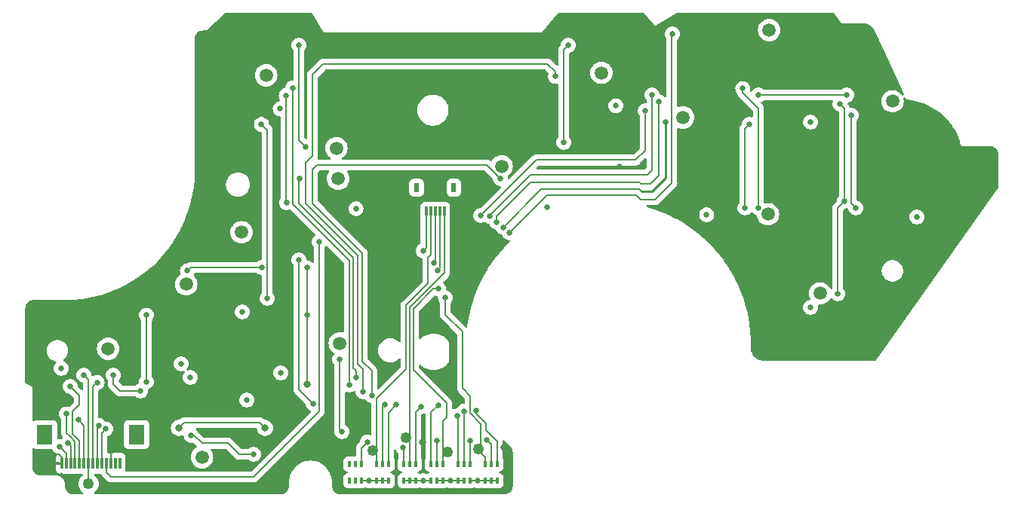
<source format=gbr>
G04 #@! TF.GenerationSoftware,KiCad,Pcbnew,7.0.6*
G04 #@! TF.CreationDate,2023-12-22T13:42:26-08:00*
G04 #@! TF.ProjectId,procon_button_board,70726f63-6f6e-45f6-9275-74746f6e5f62,rev?*
G04 #@! TF.SameCoordinates,Original*
G04 #@! TF.FileFunction,Copper,L4,Bot*
G04 #@! TF.FilePolarity,Positive*
%FSLAX46Y46*%
G04 Gerber Fmt 4.6, Leading zero omitted, Abs format (unit mm)*
G04 Created by KiCad (PCBNEW 7.0.6) date 2023-12-22 13:42:26*
%MOMM*%
%LPD*%
G01*
G04 APERTURE LIST*
G04 #@! TA.AperFunction,SMDPad,CuDef*
%ADD10R,0.400000X0.650000*%
G04 #@! TD*
G04 #@! TA.AperFunction,SMDPad,CuDef*
%ADD11R,0.600000X1.000000*%
G04 #@! TD*
G04 #@! TA.AperFunction,SMDPad,CuDef*
%ADD12R,0.300000X1.000000*%
G04 #@! TD*
G04 #@! TA.AperFunction,SMDPad,CuDef*
%ADD13R,0.300000X1.300000*%
G04 #@! TD*
G04 #@! TA.AperFunction,SMDPad,CuDef*
%ADD14R,1.800000X2.200000*%
G04 #@! TD*
G04 #@! TA.AperFunction,ViaPad*
%ADD15C,0.800000*%
G04 #@! TD*
G04 #@! TA.AperFunction,ViaPad*
%ADD16C,0.650000*%
G04 #@! TD*
G04 #@! TA.AperFunction,ViaPad*
%ADD17C,1.500000*%
G04 #@! TD*
G04 #@! TA.AperFunction,ViaPad*
%ADD18C,1.250000*%
G04 #@! TD*
G04 #@! TA.AperFunction,Conductor*
%ADD19C,0.200000*%
G04 #@! TD*
G04 #@! TA.AperFunction,Conductor*
%ADD20C,0.250000*%
G04 #@! TD*
G04 APERTURE END LIST*
D10*
X147024720Y-165209612D03*
X146374720Y-165209612D03*
X145724720Y-165209612D03*
X145724720Y-163309612D03*
X146374720Y-163309612D03*
X147024720Y-163309612D03*
X137880720Y-165209612D03*
X137230720Y-165209612D03*
X136580720Y-165209612D03*
X136580720Y-163309612D03*
X137230720Y-163309612D03*
X137880720Y-163309612D03*
X140928720Y-165209612D03*
X140278720Y-165209612D03*
X139628720Y-165209612D03*
X139628720Y-163309612D03*
X140278720Y-163309612D03*
X140928720Y-163309612D03*
D11*
X141033000Y-132246000D03*
X145213000Y-132246000D03*
D12*
X142123000Y-134896000D03*
X142623000Y-134896000D03*
X143123000Y-134896000D03*
X143623000Y-134896000D03*
X144123000Y-134896000D03*
D10*
X134832720Y-165209612D03*
X134182720Y-165209612D03*
X133532720Y-165209612D03*
X133532720Y-163309612D03*
X134182720Y-163309612D03*
X134832720Y-163309612D03*
X143976720Y-165209612D03*
X143326720Y-165209612D03*
X142676720Y-165209612D03*
X142676720Y-163309612D03*
X143326720Y-163309612D03*
X143976720Y-163309612D03*
X150072720Y-165209612D03*
X149422720Y-165209612D03*
X148772720Y-165209612D03*
X148772720Y-163309612D03*
X149422720Y-163309612D03*
X150072720Y-163309612D03*
D13*
X101214720Y-163251644D03*
X101714720Y-163251644D03*
X102214720Y-163251644D03*
X102714720Y-163251644D03*
X103214720Y-163251644D03*
X103714720Y-163251644D03*
X104214720Y-163251644D03*
X104714720Y-163251644D03*
X105214720Y-163251644D03*
X105714720Y-163251644D03*
X106214720Y-163251644D03*
X106714720Y-163251644D03*
X107214720Y-163251644D03*
X107714720Y-163251644D03*
D14*
X99314720Y-160001644D03*
X109614720Y-160001644D03*
D15*
X126562720Y-138605612D03*
D16*
X99384720Y-162735612D03*
X181334234Y-123893767D03*
X122498720Y-121841612D03*
D15*
X141710917Y-160887606D03*
D16*
X106750720Y-161465612D03*
X118942720Y-153337612D03*
X169418000Y-133731000D03*
D15*
X107258720Y-156385612D03*
X124125528Y-160812249D03*
D16*
X115132720Y-148511612D03*
D15*
X125038720Y-156893612D03*
X185894937Y-135051757D03*
X190125683Y-139881547D03*
X190062720Y-138097612D03*
D16*
X113919000Y-156337000D03*
D15*
X131388720Y-155115612D03*
D16*
X117926720Y-145463612D03*
X130372720Y-133271612D03*
X160090720Y-121841612D03*
D15*
X129356720Y-159687612D03*
X115132720Y-161973612D03*
D16*
X149860000Y-132461000D03*
D15*
X150842087Y-161464691D03*
D16*
X181198902Y-144250066D03*
X147193000Y-142875000D03*
X123514720Y-148511612D03*
X163830000Y-129921000D03*
D15*
X125546720Y-140383612D03*
X143764000Y-153670000D03*
D16*
X193432979Y-134393539D03*
D15*
X122755581Y-138503280D03*
D16*
X138303000Y-134493000D03*
X100946952Y-161373173D03*
X115640720Y-153591612D03*
X121990720Y-156131612D03*
X185236720Y-145717612D03*
X125800720Y-153083612D03*
X125726872Y-123395697D03*
X155693975Y-134493000D03*
X173579679Y-135300648D03*
X163392720Y-123063000D03*
X197174720Y-135557612D03*
X121482720Y-146225612D03*
X185236720Y-124889612D03*
X134239000Y-134620000D03*
X101924720Y-160957612D03*
X114624720Y-152067612D03*
X101162720Y-152575612D03*
X147898720Y-165209612D03*
X101747324Y-157686249D03*
X102178720Y-154607612D03*
X158058720Y-116253612D03*
X157550720Y-127175612D03*
X127832720Y-116253612D03*
D17*
X132029200Y-127812800D03*
D16*
X128594720Y-127683612D03*
X103080657Y-158348830D03*
X144850720Y-165209612D03*
X103702720Y-153337612D03*
D18*
X104227219Y-165552532D03*
D16*
X143009050Y-140716947D03*
D15*
X128727900Y-154353612D03*
D16*
X105199223Y-154153663D03*
X110727900Y-146596924D03*
X115316000Y-141605000D03*
X128736649Y-146524700D03*
D17*
X115189000Y-143129000D03*
D15*
X124022720Y-159253572D03*
D16*
X123638935Y-141228354D03*
X128714653Y-141267635D03*
D15*
X114370720Y-159253572D03*
D16*
X110706298Y-154065640D03*
X105357449Y-158975997D03*
X141802720Y-165209612D03*
X135706720Y-165209612D03*
X106157243Y-159380831D03*
D17*
X186309000Y-144145000D03*
D16*
X188284720Y-144193612D03*
X148228722Y-135386049D03*
X188538720Y-122857612D03*
X130118720Y-138351612D03*
X189046720Y-133779612D03*
X166694720Y-123619612D03*
D18*
X147987385Y-161597812D03*
D16*
X141753211Y-139354258D03*
X144272000Y-144653000D03*
D18*
X136143221Y-161833702D03*
X144500157Y-161945912D03*
D16*
X143425971Y-141587729D03*
X143510000Y-143637000D03*
D18*
X139885396Y-160369374D03*
D16*
X135028817Y-155203798D03*
D17*
X161772602Y-119345941D03*
D16*
X156591000Y-119761000D03*
X148919230Y-160614197D03*
X147736989Y-157287885D03*
D17*
X180594000Y-114554000D03*
D16*
X151434800Y-137312400D03*
X169742720Y-114983612D03*
X135996469Y-155618506D03*
X150438720Y-131239612D03*
D17*
X150571200Y-129844800D03*
D16*
X145612720Y-157909612D03*
D17*
X170924659Y-124371252D03*
D16*
X168980720Y-124889612D03*
X146374376Y-157366877D03*
X150759534Y-136710860D03*
X147074758Y-160698843D03*
X127832720Y-140383612D03*
X129425838Y-156526572D03*
D17*
X121384754Y-137280073D03*
D16*
X143491167Y-156695445D03*
X150030902Y-136134071D03*
X179394720Y-121841612D03*
D17*
X194437000Y-122555000D03*
D16*
X189300720Y-121841612D03*
X168218720Y-122603612D03*
D17*
X116954758Y-162557703D03*
D16*
X143326720Y-160703612D03*
X132658720Y-159687612D03*
D17*
X132416626Y-149752890D03*
D16*
X139515616Y-161471318D03*
X132404720Y-151559612D03*
X127140349Y-121050669D03*
X133468723Y-154436917D03*
X141548720Y-156893612D03*
D17*
X124148000Y-119635612D03*
D16*
X137484720Y-156639612D03*
D17*
X132232400Y-131267200D03*
D16*
X127905066Y-131272542D03*
X134284974Y-153564714D03*
D17*
X180467000Y-135255000D03*
D16*
X149261976Y-135483192D03*
X177634335Y-121110921D03*
X138771393Y-156665823D03*
X179394720Y-134541612D03*
X167456720Y-121841612D03*
X135499804Y-160857483D03*
X110052720Y-155115612D03*
D17*
X106426000Y-150368000D03*
D16*
X122752720Y-162227612D03*
X107004720Y-153337612D03*
X115739662Y-160096670D03*
X124276720Y-144701612D03*
X123629229Y-125152363D03*
X126400528Y-121917191D03*
X126428426Y-133955211D03*
X177870720Y-134541612D03*
X178378720Y-125143612D03*
X189808720Y-124127612D03*
X190316720Y-134541612D03*
D19*
X106714720Y-161501612D02*
X106750720Y-161465612D01*
X100908720Y-162227612D02*
X99892720Y-162227612D01*
X101214720Y-163251644D02*
X101214720Y-162533612D01*
X106714720Y-163251644D02*
X106714720Y-161501612D01*
X99892720Y-162227612D02*
X99384720Y-162735612D01*
X101214720Y-162533612D02*
X100908720Y-162227612D01*
X101714720Y-162140941D02*
X100946952Y-161373173D01*
X101714720Y-163251644D02*
X101714720Y-162140941D01*
X102214720Y-163251644D02*
X102214720Y-161247612D01*
X102214720Y-161247612D02*
X101924720Y-160957612D01*
X147024720Y-165209612D02*
X148772720Y-165209612D01*
X150072720Y-165209612D02*
X149422720Y-165209612D01*
X102149877Y-160224455D02*
X101747324Y-159821902D01*
X102714720Y-160789298D02*
X102149877Y-160224455D01*
X149422720Y-165209612D02*
X148772720Y-165209612D01*
X101747324Y-159821902D02*
X101747324Y-157686249D01*
X102714720Y-163251644D02*
X102714720Y-160789298D01*
X157550720Y-127175612D02*
X157550720Y-116761612D01*
X102432720Y-157401612D02*
X102432720Y-159941612D01*
X127832720Y-116253612D02*
X127832720Y-126921612D01*
X102178720Y-154607612D02*
X103214720Y-155643612D01*
X127832720Y-126921612D02*
X128594720Y-127683612D01*
X102432720Y-159941612D02*
X103214720Y-160723612D01*
X103214720Y-155643612D02*
X103214720Y-156619612D01*
X103214720Y-156619612D02*
X102432720Y-157401612D01*
X157550720Y-116761612D02*
X158058720Y-116253612D01*
X103214720Y-160723612D02*
X103214720Y-163251644D01*
X146374720Y-165209612D02*
X145724720Y-165209612D01*
X143976720Y-165209612D02*
X143326720Y-165209612D01*
X103714720Y-158982893D02*
X103080657Y-158348830D01*
X103714720Y-163251644D02*
X103714720Y-158982893D01*
X145724720Y-165209612D02*
X143976720Y-165209612D01*
X143161620Y-134934620D02*
X143161620Y-140564377D01*
X103702720Y-153337612D02*
X104214720Y-153849612D01*
X104214720Y-165428720D02*
X104267000Y-165481000D01*
X143161620Y-140564377D02*
X143009050Y-140716947D01*
X143123000Y-134896000D02*
X143161620Y-134934620D01*
X104214720Y-163251644D02*
X104214720Y-165428720D01*
X104214720Y-153849612D02*
X104214720Y-163251644D01*
X115692646Y-141228354D02*
X123638935Y-141228354D01*
X128714653Y-141267635D02*
X128714653Y-146502704D01*
X104714720Y-154638166D02*
X104714720Y-163251644D01*
X110727900Y-154044038D02*
X110706298Y-154065640D01*
X128714653Y-146502704D02*
X128736649Y-146524700D01*
X123440760Y-158671612D02*
X114952680Y-158671612D01*
X110727900Y-146596924D02*
X110727900Y-154044038D01*
X114952680Y-158671612D02*
X114370720Y-159253572D01*
X105199223Y-154153663D02*
X104714720Y-154638166D01*
X124022720Y-159253572D02*
X123440760Y-158671612D01*
X128736649Y-154344863D02*
X128727900Y-154353612D01*
X128736649Y-146524700D02*
X128736649Y-154344863D01*
X115316000Y-141605000D02*
X115692646Y-141228354D01*
X105214720Y-159118726D02*
X105214720Y-163251644D01*
X140278720Y-165209612D02*
X139628720Y-165209612D01*
X140928720Y-165209612D02*
X140278720Y-165209612D01*
X105357449Y-158975997D02*
X105214720Y-159118726D01*
X142676720Y-165209612D02*
X140928720Y-165209612D01*
X134832720Y-165209612D02*
X136580720Y-165209612D01*
X137230720Y-165209612D02*
X136580720Y-165209612D01*
X137880720Y-165209612D02*
X137230720Y-165209612D01*
X105714720Y-163251644D02*
X105714720Y-159823354D01*
X105714720Y-159823354D02*
X106157243Y-159380831D01*
X106214720Y-164231612D02*
X106214720Y-163251644D01*
X166694720Y-123619612D02*
X166694720Y-128072280D01*
X122752720Y-164767612D02*
X106750720Y-164767612D01*
X130118720Y-138351612D02*
X130118720Y-157401612D01*
X189046720Y-123365612D02*
X188538720Y-122857612D01*
X154455771Y-129159000D02*
X148228722Y-135386049D01*
X130118720Y-157401612D02*
X122752720Y-164767612D01*
X166694720Y-128072280D02*
X165608000Y-129159000D01*
X106750720Y-164767612D02*
X106214720Y-164231612D01*
X189046720Y-133779612D02*
X189046720Y-123365612D01*
X188284720Y-134541612D02*
X189046720Y-133779612D01*
X188284720Y-144193612D02*
X188284720Y-134541612D01*
X165608000Y-129159000D02*
X154455771Y-129159000D01*
X144272000Y-146558000D02*
X146178296Y-148464296D01*
X148261022Y-158833724D02*
X148261022Y-162063735D01*
X142087600Y-139019869D02*
X141753211Y-139354258D01*
X148261022Y-162063735D02*
X148772720Y-162575433D01*
X147038323Y-157611025D02*
X148261022Y-158833724D01*
X146178296Y-148464296D02*
X146178296Y-154814296D01*
X147038323Y-155674323D02*
X147038323Y-157611025D01*
X142123000Y-134896000D02*
X142087600Y-134931400D01*
X142087600Y-134931400D02*
X142087600Y-139019869D01*
X146178296Y-154814296D02*
X147038323Y-155674323D01*
X148772720Y-162575433D02*
X148772720Y-163309612D01*
X144272000Y-144653000D02*
X144272000Y-146558000D01*
X139865713Y-145459186D02*
X139865713Y-152701424D01*
X142310720Y-143014179D02*
X139865713Y-145459186D01*
X142661620Y-134934620D02*
X142661620Y-139778712D01*
X142661620Y-139778712D02*
X142310720Y-140129612D01*
X142623000Y-134896000D02*
X142661620Y-134934620D01*
X142310720Y-140129612D02*
X142310720Y-143014179D01*
X136580720Y-155986417D02*
X136580720Y-163309612D01*
X139865713Y-152701424D02*
X136580720Y-155986417D01*
X143623000Y-134896000D02*
X143661620Y-134934620D01*
X143661620Y-134934620D02*
X143661620Y-141352080D01*
X143661620Y-141352080D02*
X143425971Y-141587729D01*
X144432863Y-156511059D02*
X144432863Y-158073469D01*
X140683099Y-152761295D02*
X144432863Y-156511059D01*
X143510000Y-143637000D02*
X142925018Y-143637000D01*
X143976720Y-158529612D02*
X143976720Y-163309612D01*
X140683099Y-145878919D02*
X140683099Y-152761295D01*
X142925018Y-143637000D02*
X140683099Y-145878919D01*
X144432863Y-158073469D02*
X143976720Y-158529612D01*
X144161620Y-141834712D02*
X140278720Y-145717612D01*
X144161620Y-134934620D02*
X144161620Y-141834712D01*
X140278720Y-145717612D02*
X140278720Y-163309612D01*
X144123000Y-134896000D02*
X144161620Y-134934620D01*
X148919230Y-160614197D02*
X149422720Y-161117687D01*
X133674720Y-139113612D02*
X128594720Y-134033612D01*
X129356720Y-119555612D02*
X130548332Y-118364000D01*
X130548332Y-118364000D02*
X155702000Y-118364000D01*
X155702000Y-118364000D02*
X156591000Y-119253000D01*
X156591000Y-119253000D02*
X156591000Y-119761000D01*
X134436720Y-139875612D02*
X133674720Y-139113612D01*
X134436720Y-152067612D02*
X134436720Y-151305612D01*
X134436720Y-151305612D02*
X134436720Y-139875612D01*
X129356720Y-128699612D02*
X129356720Y-126159612D01*
X135028817Y-155203798D02*
X135028817Y-152659709D01*
X129102720Y-128953612D02*
X129356720Y-128699612D01*
X134690720Y-152321612D02*
X134436720Y-152067612D01*
X135028817Y-152659709D02*
X134690720Y-152321612D01*
X128594720Y-130731612D02*
X128594720Y-129461612D01*
X128594720Y-134033612D02*
X128594720Y-130731612D01*
X128594720Y-129461612D02*
X129102720Y-128953612D01*
X149422720Y-161117687D02*
X149422720Y-163309612D01*
X129356720Y-126159612D02*
X129356720Y-119555612D01*
X150072720Y-163309612D02*
X150072720Y-160747093D01*
X155651200Y-133096000D02*
X165653892Y-133096000D01*
X165653892Y-133096000D02*
X166159984Y-133602092D01*
X169671046Y-115055286D02*
X169671046Y-131222557D01*
X148860065Y-159534438D02*
X148860065Y-158757901D01*
X169742720Y-114983612D02*
X169671046Y-115055286D01*
X148860065Y-158757901D02*
X147736989Y-157634825D01*
X169671046Y-131755040D02*
X168622719Y-132803367D01*
X151434800Y-137312400D02*
X155651200Y-133096000D01*
X168622719Y-132803367D02*
X167823994Y-133602092D01*
X147736989Y-157634825D02*
X147736989Y-157287885D01*
X150072720Y-160747093D02*
X148860065Y-159534438D01*
X167823994Y-133602092D02*
X166159984Y-133602092D01*
X169671046Y-131222557D02*
X169671046Y-131755040D01*
X135996469Y-152865361D02*
X134944720Y-151813612D01*
X129864720Y-129715612D02*
X148914720Y-129715612D01*
X135996469Y-155618506D02*
X135996469Y-152865361D01*
X129356720Y-130223612D02*
X129864720Y-129715612D01*
X145724720Y-163309612D02*
X145724720Y-158021612D01*
X134944720Y-151813612D02*
X134944720Y-139621612D01*
X134944720Y-139621612D02*
X129356720Y-134033612D01*
X129356720Y-134033612D02*
X129356720Y-130223612D01*
X148914720Y-129715612D02*
X150438720Y-131239612D01*
X145724720Y-158021612D02*
X145612720Y-157909612D01*
D20*
X168980720Y-131114158D02*
X168980720Y-124889612D01*
D19*
X166007391Y-132461000D02*
X166225045Y-132678654D01*
X146374720Y-163309612D02*
X146374720Y-157367221D01*
X155009394Y-132461000D02*
X166007391Y-132461000D01*
X146374720Y-157367221D02*
X146374376Y-157366877D01*
X150759534Y-136710860D02*
X155009394Y-132461000D01*
D20*
X166225045Y-132678654D02*
X167416224Y-132678654D01*
X167416224Y-132678654D02*
X168980720Y-131114158D01*
D19*
X127832720Y-154933454D02*
X129425838Y-156526572D01*
X147024720Y-160748881D02*
X147074758Y-160698843D01*
X127832720Y-140383612D02*
X127832720Y-154933454D01*
X147024720Y-163309612D02*
X147024720Y-160748881D01*
X189300720Y-121841612D02*
X179394720Y-121841612D01*
X150030902Y-135465098D02*
X150030902Y-136123869D01*
X142676720Y-157509892D02*
X143491167Y-156695445D01*
X142676720Y-163309612D02*
X142676720Y-157509892D01*
X153797000Y-131699000D02*
X150030902Y-135465098D01*
X167299354Y-131826000D02*
X166186720Y-131826000D01*
X168218720Y-130906634D02*
X167299354Y-131826000D01*
X168218720Y-122603612D02*
X168218720Y-130906634D01*
X166059720Y-131699000D02*
X153797000Y-131699000D01*
X166186720Y-131826000D02*
X166059720Y-131699000D01*
X143326720Y-163309612D02*
X143326720Y-160703612D01*
X139515616Y-161471318D02*
X139628720Y-161584422D01*
X132404720Y-151559612D02*
X132404720Y-159433612D01*
X132404720Y-159433612D02*
X132658720Y-159687612D01*
X139628720Y-161584422D02*
X139628720Y-163309612D01*
X127140349Y-134103241D02*
X127140349Y-121050669D01*
X133468723Y-140431615D02*
X130118720Y-137081612D01*
X140928720Y-157513612D02*
X141548720Y-156893612D01*
X140928720Y-163309612D02*
X140928720Y-157513612D01*
X130118720Y-137081612D02*
X127140349Y-134103241D01*
X133468723Y-154436917D02*
X133468723Y-140431615D01*
X137230720Y-156893612D02*
X137484720Y-156639612D01*
X134284974Y-152903156D02*
X134047997Y-152666179D01*
X133928720Y-150289612D02*
X133928720Y-140129612D01*
X133928720Y-152546902D02*
X133928720Y-150289612D01*
X134047997Y-152666179D02*
X133928720Y-152546902D01*
X137230720Y-163309612D02*
X137230720Y-156893612D01*
X134284974Y-153564714D02*
X134284974Y-152903156D01*
X133928720Y-140129612D02*
X127832720Y-134033612D01*
X127832720Y-131344888D02*
X127905066Y-131272542D01*
X127832720Y-134033612D02*
X127832720Y-131344888D01*
X167456720Y-121841612D02*
X167456720Y-130287505D01*
X137880720Y-163309612D02*
X137880720Y-157556496D01*
X179394720Y-123365612D02*
X178378720Y-122349612D01*
X179394720Y-134541612D02*
X179394720Y-123365612D01*
X177634335Y-121605227D02*
X177634335Y-121110921D01*
X153820771Y-130810000D02*
X166186720Y-130810000D01*
X167456720Y-130287505D02*
X166934225Y-130810000D01*
X178378720Y-122349612D02*
X177634335Y-121605227D01*
X166934225Y-130810000D02*
X166186720Y-130810000D01*
X137880720Y-157556496D02*
X138771393Y-156665823D01*
X149261976Y-135368795D02*
X153820771Y-130810000D01*
X134832720Y-161524567D02*
X134832720Y-163309612D01*
X121110126Y-162227612D02*
X122752720Y-162227612D01*
X119880629Y-160998115D02*
X121110126Y-162227612D01*
X116951223Y-160998115D02*
X119880629Y-160998115D01*
X107004720Y-153337612D02*
X107004720Y-154353612D01*
X107766720Y-155115612D02*
X110052720Y-155115612D01*
X116049778Y-160096670D02*
X116951223Y-160998115D01*
X107004720Y-154353612D02*
X107766720Y-155115612D01*
X115739662Y-160096670D02*
X116049778Y-160096670D01*
X135499804Y-160857483D02*
X134832720Y-161524567D01*
X124276720Y-144701612D02*
X124276720Y-125799854D01*
X124276720Y-125799854D02*
X123629229Y-125152363D01*
X126400528Y-133927313D02*
X126428426Y-133955211D01*
X126400528Y-121917191D02*
X126400528Y-133927313D01*
X177870720Y-134541612D02*
X177870720Y-125651612D01*
X177870720Y-125651612D02*
X178378720Y-125143612D01*
X189808720Y-134033612D02*
X189808720Y-124127612D01*
X190316720Y-134541612D02*
X189808720Y-134033612D01*
G04 #@! TA.AperFunction,Conductor*
G36*
X98126809Y-161521312D02*
G01*
X98168516Y-161552533D01*
X98305519Y-161603633D01*
X98332770Y-161606562D01*
X98366065Y-161610143D01*
X98366082Y-161610144D01*
X100057464Y-161610144D01*
X100124503Y-161629829D01*
X100170258Y-161682633D01*
X100175395Y-161695827D01*
X100181317Y-161714055D01*
X100237982Y-161812201D01*
X100268922Y-161865791D01*
X100386160Y-161995996D01*
X100527906Y-162098981D01*
X100602358Y-162132129D01*
X100655593Y-162177377D01*
X100675915Y-162244226D01*
X100656870Y-162311450D01*
X100651189Y-162319717D01*
X100621366Y-162359555D01*
X100621365Y-162359557D01*
X100571123Y-162494264D01*
X100571121Y-162494271D01*
X100564720Y-162553799D01*
X100564720Y-163101644D01*
X100932220Y-163101644D01*
X100999259Y-163121329D01*
X101045014Y-163174133D01*
X101056220Y-163225644D01*
X101056220Y-163277644D01*
X101036535Y-163344683D01*
X100983731Y-163390438D01*
X100932220Y-163401644D01*
X100564720Y-163401644D01*
X100564720Y-163949488D01*
X100571121Y-164009016D01*
X100571123Y-164009023D01*
X100621365Y-164143730D01*
X100621369Y-164143737D01*
X100707529Y-164258831D01*
X100707532Y-164258834D01*
X100822626Y-164344994D01*
X100822633Y-164344998D01*
X100957340Y-164395240D01*
X100957347Y-164395242D01*
X101016875Y-164401643D01*
X101016892Y-164401644D01*
X101064720Y-164401644D01*
X101068302Y-164398061D01*
X101084405Y-164343224D01*
X101137209Y-164297469D01*
X101206367Y-164287525D01*
X101263028Y-164310995D01*
X101310802Y-164346759D01*
X101315032Y-164349925D01*
X101327348Y-164366377D01*
X101328401Y-164365325D01*
X101364720Y-164401644D01*
X101412542Y-164401644D01*
X101412543Y-164401643D01*
X101415172Y-164401361D01*
X101447742Y-164403397D01*
X101447806Y-164402804D01*
X101516065Y-164410143D01*
X101516082Y-164410144D01*
X101913358Y-164410144D01*
X101915840Y-164409877D01*
X101951465Y-164406048D01*
X101977975Y-164406048D01*
X102016063Y-164410142D01*
X102016082Y-164410144D01*
X102413348Y-164410144D01*
X102413358Y-164410144D01*
X102451465Y-164406047D01*
X102477970Y-164406047D01*
X102516065Y-164410143D01*
X102516082Y-164410144D01*
X102913348Y-164410144D01*
X102913358Y-164410144D01*
X102951465Y-164406047D01*
X102977970Y-164406047D01*
X103016065Y-164410143D01*
X103016082Y-164410144D01*
X103413358Y-164410144D01*
X103415840Y-164409877D01*
X103451465Y-164406048D01*
X103477972Y-164406047D01*
X103488061Y-164407131D01*
X103495472Y-164407928D01*
X103560024Y-164434664D01*
X103599873Y-164492056D01*
X103606220Y-164531218D01*
X103606220Y-164534781D01*
X103586535Y-164601820D01*
X103547500Y-164640207D01*
X103541207Y-164644103D01*
X103385963Y-164785627D01*
X103259369Y-164953264D01*
X103165735Y-165141306D01*
X103143381Y-165219873D01*
X103120829Y-165299137D01*
X103108245Y-165343364D01*
X103088863Y-165552531D01*
X103108245Y-165761699D01*
X103108245Y-165761701D01*
X103108246Y-165761704D01*
X103162291Y-165951654D01*
X103165735Y-165963757D01*
X103247786Y-166128537D01*
X103259369Y-166151799D01*
X103385964Y-166319437D01*
X103541206Y-166460960D01*
X103549464Y-166466073D01*
X103596099Y-166518101D01*
X103607203Y-166587083D01*
X103579250Y-166651117D01*
X103521115Y-166689873D01*
X103484186Y-166695500D01*
X102481049Y-166695500D01*
X102474968Y-166695201D01*
X102314671Y-166679413D01*
X102290830Y-166674671D01*
X102145462Y-166630575D01*
X102123005Y-166621273D01*
X101989035Y-166549663D01*
X101968824Y-166536159D01*
X101851398Y-166439791D01*
X101834208Y-166422601D01*
X101749544Y-166319437D01*
X101737839Y-166305174D01*
X101724336Y-166284965D01*
X101712525Y-166262868D01*
X101652724Y-166150989D01*
X101643427Y-166128544D01*
X101599326Y-165983163D01*
X101594587Y-165959335D01*
X101578799Y-165799031D01*
X101578500Y-165792951D01*
X101578500Y-165599721D01*
X101578499Y-165599716D01*
X101575598Y-165583266D01*
X101545062Y-165410082D01*
X101479202Y-165229132D01*
X101382921Y-165062368D01*
X101291373Y-164953265D01*
X101259144Y-164914855D01*
X101132078Y-164808235D01*
X101111632Y-164791079D01*
X100949032Y-164697202D01*
X100944872Y-164694800D01*
X100944869Y-164694799D01*
X100944868Y-164694798D01*
X100922019Y-164686482D01*
X100763917Y-164628937D01*
X100574283Y-164595500D01*
X100574281Y-164595500D01*
X100493917Y-164595500D01*
X98831049Y-164595500D01*
X98824968Y-164595201D01*
X98664671Y-164579413D01*
X98640830Y-164574671D01*
X98495462Y-164530575D01*
X98473005Y-164521273D01*
X98339035Y-164449663D01*
X98318824Y-164436159D01*
X98260110Y-164387974D01*
X98201397Y-164339790D01*
X98184208Y-164322601D01*
X98183629Y-164321896D01*
X98087839Y-164205174D01*
X98074336Y-164184965D01*
X98065726Y-164168857D01*
X98002724Y-164050989D01*
X97993427Y-164028544D01*
X97949326Y-163883163D01*
X97944587Y-163859335D01*
X97933309Y-163744823D01*
X97928799Y-163699031D01*
X97928500Y-163692951D01*
X97928500Y-161620579D01*
X97948185Y-161553540D01*
X98000989Y-161507785D01*
X98070147Y-161497841D01*
X98126809Y-161521312D01*
G37*
G04 #@! TD.AperFunction*
G04 #@! TA.AperFunction,Conductor*
G36*
X130981992Y-138806673D02*
G01*
X130993022Y-138816463D01*
X132823904Y-140647345D01*
X132857389Y-140708668D01*
X132860223Y-140735026D01*
X132860223Y-148407256D01*
X132840538Y-148474295D01*
X132787734Y-148520050D01*
X132718576Y-148529994D01*
X132704130Y-148527031D01*
X132636002Y-148508776D01*
X132635998Y-148508775D01*
X132635997Y-148508775D01*
X132635996Y-148508774D01*
X132635991Y-148508774D01*
X132416628Y-148489583D01*
X132416624Y-148489583D01*
X132197260Y-148508774D01*
X132197253Y-148508775D01*
X131984546Y-148565771D01*
X131784972Y-148658834D01*
X131784968Y-148658836D01*
X131604593Y-148785137D01*
X131604586Y-148785142D01*
X131448878Y-148940850D01*
X131448873Y-148940857D01*
X131322572Y-149121232D01*
X131322570Y-149121236D01*
X131229507Y-149320810D01*
X131172511Y-149533517D01*
X131172510Y-149533524D01*
X131153319Y-149752887D01*
X131153319Y-149752892D01*
X131170678Y-149951316D01*
X131172511Y-149972261D01*
X131229506Y-150184966D01*
X131229507Y-150184969D01*
X131229508Y-150184971D01*
X131314854Y-150367997D01*
X131322570Y-150384544D01*
X131448877Y-150564928D01*
X131604588Y-150720639D01*
X131755937Y-150826615D01*
X131799561Y-150881191D01*
X131806753Y-150950690D01*
X131776962Y-151011161D01*
X131726689Y-151066995D01*
X131639086Y-151218728D01*
X131584944Y-151385359D01*
X131584943Y-151385363D01*
X131566629Y-151559612D01*
X131584943Y-151733861D01*
X131584944Y-151733864D01*
X131639086Y-151900495D01*
X131669278Y-151952789D01*
X131726690Y-152052230D01*
X131754394Y-152082998D01*
X131764369Y-152094076D01*
X131794599Y-152157067D01*
X131796220Y-152177049D01*
X131796219Y-159389666D01*
X131795688Y-159397765D01*
X131790970Y-159433611D01*
X131795741Y-159469860D01*
X131795743Y-159469875D01*
X131805323Y-159542639D01*
X131811881Y-159592462D01*
X131814784Y-159599469D01*
X131823543Y-159659877D01*
X131820629Y-159687609D01*
X131820629Y-159687612D01*
X131838943Y-159861861D01*
X131838944Y-159861864D01*
X131893086Y-160028495D01*
X131980505Y-160179910D01*
X131980690Y-160180230D01*
X132097928Y-160310435D01*
X132222456Y-160400910D01*
X132239674Y-160413420D01*
X132399731Y-160484682D01*
X132399736Y-160484684D01*
X132571116Y-160521112D01*
X132746324Y-160521112D01*
X132917704Y-160484684D01*
X133077766Y-160413420D01*
X133219512Y-160310435D01*
X133336750Y-160180230D01*
X133424354Y-160028494D01*
X133478497Y-159861861D01*
X133496811Y-159687612D01*
X133478497Y-159513363D01*
X133424354Y-159346730D01*
X133336750Y-159194994D01*
X133219512Y-159064789D01*
X133077766Y-158961804D01*
X133077765Y-158961803D01*
X133075223Y-158960336D01*
X133074045Y-158959100D01*
X133072508Y-158957984D01*
X133072712Y-158957702D01*
X133027006Y-158909770D01*
X133013220Y-158852947D01*
X133013220Y-155337436D01*
X133032905Y-155270397D01*
X133085709Y-155224642D01*
X133154867Y-155214698D01*
X133187652Y-155224155D01*
X133209739Y-155233989D01*
X133381119Y-155270417D01*
X133556327Y-155270417D01*
X133727707Y-155233989D01*
X133887769Y-155162725D01*
X133995130Y-155084721D01*
X134060934Y-155061242D01*
X134128988Y-155077067D01*
X134177683Y-155127172D01*
X134191559Y-155195650D01*
X134191335Y-155197996D01*
X134190726Y-155203792D01*
X134190726Y-155203794D01*
X134190726Y-155203798D01*
X134209040Y-155378047D01*
X134209041Y-155378050D01*
X134263183Y-155544681D01*
X134333293Y-155666116D01*
X134350787Y-155696416D01*
X134468025Y-155826621D01*
X134605320Y-155926372D01*
X134609771Y-155929606D01*
X134769828Y-156000868D01*
X134769833Y-156000870D01*
X134941213Y-156037298D01*
X135116418Y-156037298D01*
X135116421Y-156037298D01*
X135170271Y-156025851D01*
X135239935Y-156031166D01*
X135295669Y-156073302D01*
X135303439Y-156085143D01*
X135318439Y-156111124D01*
X135435677Y-156241329D01*
X135577422Y-156344314D01*
X135577423Y-156344314D01*
X135737480Y-156415576D01*
X135737485Y-156415578D01*
X135874002Y-156444595D01*
X135935483Y-156477787D01*
X135969259Y-156538950D01*
X135972220Y-156565885D01*
X135972220Y-159964493D01*
X135952535Y-160031532D01*
X135899731Y-160077287D01*
X135830573Y-160087231D01*
X135797786Y-160077773D01*
X135758792Y-160060412D01*
X135758787Y-160060410D01*
X135587408Y-160023983D01*
X135412200Y-160023983D01*
X135240820Y-160060410D01*
X135240815Y-160060412D01*
X135080759Y-160131674D01*
X135080754Y-160131677D01*
X134939015Y-160234657D01*
X134939012Y-160234659D01*
X134939012Y-160234660D01*
X134821774Y-160364865D01*
X134821772Y-160364866D01*
X134821771Y-160364869D01*
X134734170Y-160516599D01*
X134680028Y-160683229D01*
X134680028Y-160683230D01*
X134680027Y-160683234D01*
X134669018Y-160787972D01*
X134668940Y-160788718D01*
X134642355Y-160853332D01*
X134633300Y-160863436D01*
X134433521Y-161063216D01*
X134427418Y-161068567D01*
X134398733Y-161090579D01*
X134374242Y-161122496D01*
X134301196Y-161217690D01*
X134241901Y-161360843D01*
X134239882Y-161365715D01*
X134239881Y-161365717D01*
X134239882Y-161365717D01*
X134225980Y-161471318D01*
X134223677Y-161488808D01*
X134223675Y-161488821D01*
X134221966Y-161501806D01*
X134218970Y-161524567D01*
X134222784Y-161553540D01*
X134223689Y-161560410D01*
X134224220Y-161568512D01*
X134224220Y-162352112D01*
X134204535Y-162419151D01*
X134151731Y-162464906D01*
X134100220Y-162476112D01*
X133934079Y-162476112D01*
X133870974Y-162482896D01*
X133844466Y-162482896D01*
X133781360Y-162476112D01*
X133781358Y-162476112D01*
X133284082Y-162476112D01*
X133284065Y-162476112D01*
X133223517Y-162482623D01*
X133223515Y-162482623D01*
X133086515Y-162533723D01*
X132969459Y-162621351D01*
X132881831Y-162738407D01*
X132830731Y-162875407D01*
X132830731Y-162875409D01*
X132824220Y-162935957D01*
X132824220Y-163683266D01*
X132830731Y-163743814D01*
X132830731Y-163743816D01*
X132856476Y-163812838D01*
X132881831Y-163880816D01*
X132969459Y-163997873D01*
X133086516Y-164085501D01*
X133163284Y-164114134D01*
X133223515Y-164136600D01*
X133231061Y-164138383D01*
X133230601Y-164140327D01*
X133285484Y-164163062D01*
X133325331Y-164220455D01*
X133327824Y-164290281D01*
X133292170Y-164350369D01*
X133229690Y-164381642D01*
X133224529Y-164382384D01*
X133223515Y-164382623D01*
X133086515Y-164433723D01*
X132969459Y-164521351D01*
X132881831Y-164638407D01*
X132830731Y-164775407D01*
X132830731Y-164775409D01*
X132824220Y-164835957D01*
X132824220Y-165583266D01*
X132830731Y-165643814D01*
X132830731Y-165643816D01*
X132877450Y-165769070D01*
X132881831Y-165780816D01*
X132969459Y-165897873D01*
X133086516Y-165985501D01*
X133201669Y-166028451D01*
X133223513Y-166036599D01*
X133223519Y-166036601D01*
X133250770Y-166039530D01*
X133284065Y-166043111D01*
X133284082Y-166043112D01*
X133781358Y-166043112D01*
X133781371Y-166043111D01*
X133803918Y-166040686D01*
X133841921Y-166036601D01*
X133841923Y-166036600D01*
X133844463Y-166036327D01*
X133870977Y-166036327D01*
X133873516Y-166036600D01*
X133873519Y-166036601D01*
X133907948Y-166040302D01*
X133934068Y-166043111D01*
X133934082Y-166043112D01*
X134431358Y-166043112D01*
X134431371Y-166043111D01*
X134453918Y-166040686D01*
X134491921Y-166036601D01*
X134491923Y-166036600D01*
X134494463Y-166036327D01*
X134520977Y-166036327D01*
X134523516Y-166036600D01*
X134523519Y-166036601D01*
X134557948Y-166040302D01*
X134584068Y-166043111D01*
X134584082Y-166043112D01*
X135081358Y-166043112D01*
X135081374Y-166043111D01*
X135108412Y-166040203D01*
X135141921Y-166036601D01*
X135141925Y-166036599D01*
X135141927Y-166036599D01*
X135278916Y-165985504D01*
X135278916Y-165985503D01*
X135278924Y-165985501D01*
X135278930Y-165985495D01*
X135279538Y-165985165D01*
X135280229Y-165985014D01*
X135287234Y-165982402D01*
X135287609Y-165983408D01*
X135347810Y-165970309D01*
X135389406Y-165980714D01*
X135400156Y-165985500D01*
X135447736Y-166006684D01*
X135619116Y-166043112D01*
X135794324Y-166043112D01*
X135965704Y-166006684D01*
X136024031Y-165980714D01*
X136093279Y-165971428D01*
X136126154Y-165982544D01*
X136126208Y-165982402D01*
X136130801Y-165984115D01*
X136133894Y-165985161D01*
X136134513Y-165985498D01*
X136134516Y-165985501D01*
X136238388Y-166024243D01*
X136271513Y-166036599D01*
X136271519Y-166036601D01*
X136298770Y-166039530D01*
X136332065Y-166043111D01*
X136332082Y-166043112D01*
X136829358Y-166043112D01*
X136829371Y-166043111D01*
X136851918Y-166040686D01*
X136889921Y-166036601D01*
X136889923Y-166036600D01*
X136892463Y-166036327D01*
X136918977Y-166036327D01*
X136921516Y-166036600D01*
X136921519Y-166036601D01*
X136955948Y-166040302D01*
X136982068Y-166043111D01*
X136982082Y-166043112D01*
X137479358Y-166043112D01*
X137479371Y-166043111D01*
X137501918Y-166040686D01*
X137539921Y-166036601D01*
X137539923Y-166036600D01*
X137542463Y-166036327D01*
X137568977Y-166036327D01*
X137571516Y-166036600D01*
X137571519Y-166036601D01*
X137605948Y-166040302D01*
X137632068Y-166043111D01*
X137632082Y-166043112D01*
X138129358Y-166043112D01*
X138129374Y-166043111D01*
X138156412Y-166040203D01*
X138189921Y-166036601D01*
X138189927Y-166036599D01*
X138205721Y-166030708D01*
X138326924Y-165985501D01*
X138443981Y-165897873D01*
X138531609Y-165780816D01*
X138582709Y-165643813D01*
X138586311Y-165610304D01*
X138589219Y-165583266D01*
X138589220Y-165583249D01*
X138589220Y-164835974D01*
X138589219Y-164835957D01*
X138584976Y-164796500D01*
X138582709Y-164775411D01*
X138531609Y-164638408D01*
X138443981Y-164521351D01*
X138326924Y-164433723D01*
X138316484Y-164429829D01*
X138189924Y-164382623D01*
X138182379Y-164380841D01*
X138182838Y-164378896D01*
X138127957Y-164356163D01*
X138088109Y-164298771D01*
X138085615Y-164228946D01*
X138121267Y-164168857D01*
X138183747Y-164137582D01*
X138188917Y-164136838D01*
X138189918Y-164136601D01*
X138189921Y-164136601D01*
X138326924Y-164085501D01*
X138443981Y-163997873D01*
X138531609Y-163880816D01*
X138582332Y-163744823D01*
X138582708Y-163743816D01*
X138582708Y-163743815D01*
X138582709Y-163743813D01*
X138586311Y-163710304D01*
X138589219Y-163683266D01*
X138589220Y-163683249D01*
X138589220Y-162935974D01*
X138589219Y-162935957D01*
X138583664Y-162884295D01*
X138582709Y-162875411D01*
X138579733Y-162867433D01*
X138558257Y-162809853D01*
X138531609Y-162738408D01*
X138513952Y-162714821D01*
X138489536Y-162649356D01*
X138489220Y-162640511D01*
X138489220Y-161792563D01*
X138508905Y-161725524D01*
X138561709Y-161679769D01*
X138630867Y-161669825D01*
X138694423Y-161698850D01*
X138731151Y-161754245D01*
X138749982Y-161812201D01*
X138837583Y-161963931D01*
X138837586Y-161963936D01*
X138931844Y-162068619D01*
X138954826Y-162094143D01*
X138959089Y-162097240D01*
X138969103Y-162104515D01*
X139011770Y-162159842D01*
X139020220Y-162204834D01*
X139020220Y-162640511D01*
X139000535Y-162707550D01*
X138995488Y-162714821D01*
X138977831Y-162738407D01*
X138926731Y-162875407D01*
X138926731Y-162875409D01*
X138920220Y-162935957D01*
X138920220Y-163683266D01*
X138926731Y-163743814D01*
X138926731Y-163743816D01*
X138952476Y-163812838D01*
X138977831Y-163880816D01*
X139065459Y-163997873D01*
X139182516Y-164085501D01*
X139259284Y-164114134D01*
X139319515Y-164136600D01*
X139327061Y-164138383D01*
X139326601Y-164140327D01*
X139381484Y-164163062D01*
X139421331Y-164220455D01*
X139423824Y-164290281D01*
X139388170Y-164350369D01*
X139325690Y-164381642D01*
X139320529Y-164382384D01*
X139319515Y-164382623D01*
X139182515Y-164433723D01*
X139065459Y-164521351D01*
X138977831Y-164638407D01*
X138926731Y-164775407D01*
X138926731Y-164775409D01*
X138920220Y-164835957D01*
X138920220Y-165583266D01*
X138926731Y-165643814D01*
X138926731Y-165643816D01*
X138973450Y-165769070D01*
X138977831Y-165780816D01*
X139065459Y-165897873D01*
X139182516Y-165985501D01*
X139297669Y-166028451D01*
X139319513Y-166036599D01*
X139319519Y-166036601D01*
X139346770Y-166039530D01*
X139380065Y-166043111D01*
X139380082Y-166043112D01*
X139877358Y-166043112D01*
X139877371Y-166043111D01*
X139899918Y-166040686D01*
X139937921Y-166036601D01*
X139937923Y-166036600D01*
X139940463Y-166036327D01*
X139966977Y-166036327D01*
X139969516Y-166036600D01*
X139969519Y-166036601D01*
X140003948Y-166040302D01*
X140030068Y-166043111D01*
X140030082Y-166043112D01*
X140527358Y-166043112D01*
X140527371Y-166043111D01*
X140549918Y-166040686D01*
X140587921Y-166036601D01*
X140587923Y-166036600D01*
X140590463Y-166036327D01*
X140616977Y-166036327D01*
X140619516Y-166036600D01*
X140619519Y-166036601D01*
X140653948Y-166040302D01*
X140680068Y-166043111D01*
X140680082Y-166043112D01*
X141177358Y-166043112D01*
X141177374Y-166043111D01*
X141204412Y-166040203D01*
X141237921Y-166036601D01*
X141237925Y-166036599D01*
X141237927Y-166036599D01*
X141374916Y-165985504D01*
X141374916Y-165985503D01*
X141374924Y-165985501D01*
X141374930Y-165985495D01*
X141375538Y-165985165D01*
X141376229Y-165985014D01*
X141383234Y-165982402D01*
X141383609Y-165983408D01*
X141443810Y-165970309D01*
X141485406Y-165980714D01*
X141496156Y-165985500D01*
X141543736Y-166006684D01*
X141715116Y-166043112D01*
X141890324Y-166043112D01*
X142061704Y-166006684D01*
X142120031Y-165980714D01*
X142189279Y-165971428D01*
X142222154Y-165982544D01*
X142222208Y-165982402D01*
X142226801Y-165984115D01*
X142229894Y-165985161D01*
X142230513Y-165985498D01*
X142230516Y-165985501D01*
X142334388Y-166024243D01*
X142367513Y-166036599D01*
X142367519Y-166036601D01*
X142394770Y-166039530D01*
X142428065Y-166043111D01*
X142428082Y-166043112D01*
X142925358Y-166043112D01*
X142925371Y-166043111D01*
X142947918Y-166040686D01*
X142985921Y-166036601D01*
X142985923Y-166036600D01*
X142988463Y-166036327D01*
X143014977Y-166036327D01*
X143017516Y-166036600D01*
X143017519Y-166036601D01*
X143051948Y-166040302D01*
X143078068Y-166043111D01*
X143078082Y-166043112D01*
X143575358Y-166043112D01*
X143575371Y-166043111D01*
X143597918Y-166040686D01*
X143635921Y-166036601D01*
X143635923Y-166036600D01*
X143638463Y-166036327D01*
X143664977Y-166036327D01*
X143667516Y-166036600D01*
X143667519Y-166036601D01*
X143701948Y-166040302D01*
X143728068Y-166043111D01*
X143728082Y-166043112D01*
X144225358Y-166043112D01*
X144225374Y-166043111D01*
X144252412Y-166040203D01*
X144285921Y-166036601D01*
X144285925Y-166036599D01*
X144285927Y-166036599D01*
X144422916Y-165985504D01*
X144422916Y-165985503D01*
X144422924Y-165985501D01*
X144422930Y-165985495D01*
X144423538Y-165985165D01*
X144424229Y-165985014D01*
X144431234Y-165982402D01*
X144431609Y-165983408D01*
X144491810Y-165970309D01*
X144533406Y-165980714D01*
X144544156Y-165985500D01*
X144591736Y-166006684D01*
X144763116Y-166043112D01*
X144938324Y-166043112D01*
X145109704Y-166006684D01*
X145168031Y-165980714D01*
X145237279Y-165971428D01*
X145270154Y-165982544D01*
X145270208Y-165982402D01*
X145274801Y-165984115D01*
X145277894Y-165985161D01*
X145278513Y-165985498D01*
X145278516Y-165985501D01*
X145382388Y-166024243D01*
X145415513Y-166036599D01*
X145415519Y-166036601D01*
X145442770Y-166039530D01*
X145476065Y-166043111D01*
X145476082Y-166043112D01*
X145973358Y-166043112D01*
X145973371Y-166043111D01*
X145995918Y-166040686D01*
X146033921Y-166036601D01*
X146033923Y-166036600D01*
X146036463Y-166036327D01*
X146062977Y-166036327D01*
X146065516Y-166036600D01*
X146065519Y-166036601D01*
X146099948Y-166040302D01*
X146126068Y-166043111D01*
X146126082Y-166043112D01*
X146623358Y-166043112D01*
X146623371Y-166043111D01*
X146645918Y-166040686D01*
X146683921Y-166036601D01*
X146683923Y-166036600D01*
X146686463Y-166036327D01*
X146712977Y-166036327D01*
X146715516Y-166036600D01*
X146715519Y-166036601D01*
X146749948Y-166040302D01*
X146776068Y-166043111D01*
X146776082Y-166043112D01*
X147273358Y-166043112D01*
X147273374Y-166043111D01*
X147300412Y-166040203D01*
X147333921Y-166036601D01*
X147333925Y-166036599D01*
X147333927Y-166036599D01*
X147470916Y-165985504D01*
X147470916Y-165985503D01*
X147470924Y-165985501D01*
X147470930Y-165985495D01*
X147471538Y-165985165D01*
X147472229Y-165985014D01*
X147479234Y-165982402D01*
X147479609Y-165983408D01*
X147539810Y-165970309D01*
X147581406Y-165980714D01*
X147592156Y-165985500D01*
X147639736Y-166006684D01*
X147811116Y-166043112D01*
X147986324Y-166043112D01*
X148157704Y-166006684D01*
X148216031Y-165980714D01*
X148285279Y-165971428D01*
X148318154Y-165982544D01*
X148318208Y-165982402D01*
X148322801Y-165984115D01*
X148325894Y-165985161D01*
X148326513Y-165985498D01*
X148326516Y-165985501D01*
X148430388Y-166024243D01*
X148463513Y-166036599D01*
X148463519Y-166036601D01*
X148490770Y-166039530D01*
X148524065Y-166043111D01*
X148524082Y-166043112D01*
X149021358Y-166043112D01*
X149021371Y-166043111D01*
X149043918Y-166040686D01*
X149081921Y-166036601D01*
X149081923Y-166036600D01*
X149084463Y-166036327D01*
X149110977Y-166036327D01*
X149113516Y-166036600D01*
X149113519Y-166036601D01*
X149147948Y-166040302D01*
X149174068Y-166043111D01*
X149174082Y-166043112D01*
X149671358Y-166043112D01*
X149671371Y-166043111D01*
X149693918Y-166040686D01*
X149731921Y-166036601D01*
X149731923Y-166036600D01*
X149734463Y-166036327D01*
X149760977Y-166036327D01*
X149763516Y-166036600D01*
X149763519Y-166036601D01*
X149797948Y-166040302D01*
X149824068Y-166043111D01*
X149824082Y-166043112D01*
X150321358Y-166043112D01*
X150321374Y-166043111D01*
X150348412Y-166040203D01*
X150381921Y-166036601D01*
X150381927Y-166036599D01*
X150397721Y-166030708D01*
X150518924Y-165985501D01*
X150635981Y-165897873D01*
X150723609Y-165780816D01*
X150774709Y-165643813D01*
X150778311Y-165610304D01*
X150781219Y-165583266D01*
X150781220Y-165583249D01*
X150781220Y-164835974D01*
X150781219Y-164835957D01*
X150776976Y-164796500D01*
X150774709Y-164775411D01*
X150723609Y-164638408D01*
X150635981Y-164521351D01*
X150518924Y-164433723D01*
X150508484Y-164429829D01*
X150381924Y-164382623D01*
X150374379Y-164380841D01*
X150374838Y-164378896D01*
X150319957Y-164356163D01*
X150280109Y-164298771D01*
X150277615Y-164228946D01*
X150313267Y-164168857D01*
X150375747Y-164137582D01*
X150380917Y-164136838D01*
X150381918Y-164136601D01*
X150381921Y-164136601D01*
X150518924Y-164085501D01*
X150635981Y-163997873D01*
X150723609Y-163880816D01*
X150774332Y-163744823D01*
X150774708Y-163743816D01*
X150774708Y-163743815D01*
X150774709Y-163743813D01*
X150778311Y-163710304D01*
X150781219Y-163683266D01*
X150781220Y-163683249D01*
X150781220Y-162935974D01*
X150781219Y-162935957D01*
X150775664Y-162884295D01*
X150774709Y-162875411D01*
X150771733Y-162867433D01*
X150750257Y-162809853D01*
X150723609Y-162738408D01*
X150705952Y-162714821D01*
X150681536Y-162649356D01*
X150681220Y-162640511D01*
X150681220Y-160791038D01*
X150681751Y-160782939D01*
X150682059Y-160780596D01*
X150686470Y-160747093D01*
X150686469Y-160747087D01*
X150687075Y-160742486D01*
X150715340Y-160678589D01*
X150773664Y-160640116D01*
X150843528Y-160639283D01*
X150900036Y-160673390D01*
X151031730Y-160812412D01*
X151184268Y-160973439D01*
X151265632Y-161059330D01*
X151272703Y-161066092D01*
X151539047Y-161320806D01*
X151547939Y-161329312D01*
X151551411Y-161332913D01*
X151639531Y-161431998D01*
X151651577Y-161447972D01*
X151677494Y-161488821D01*
X151718554Y-161553540D01*
X151718577Y-161553575D01*
X151727897Y-161571278D01*
X151777041Y-161686279D01*
X151783393Y-161705251D01*
X151813403Y-161826661D01*
X151816621Y-161846408D01*
X151827298Y-161978269D01*
X151827500Y-161983255D01*
X151827500Y-165792951D01*
X151827201Y-165799032D01*
X151811413Y-165959329D01*
X151806671Y-165983169D01*
X151762575Y-166128537D01*
X151753272Y-166150996D01*
X151681663Y-166284965D01*
X151668159Y-166305175D01*
X151571791Y-166422601D01*
X151554601Y-166439791D01*
X151437175Y-166536159D01*
X151416965Y-166549663D01*
X151282996Y-166621272D01*
X151260537Y-166630575D01*
X151115169Y-166674671D01*
X151091329Y-166679413D01*
X150931032Y-166695201D01*
X150924951Y-166695500D01*
X132431049Y-166695500D01*
X132424968Y-166695201D01*
X132264671Y-166679413D01*
X132240830Y-166674671D01*
X132095462Y-166630575D01*
X132073005Y-166621273D01*
X131939035Y-166549663D01*
X131918824Y-166536159D01*
X131801398Y-166439791D01*
X131784208Y-166422601D01*
X131699544Y-166319437D01*
X131687839Y-166305174D01*
X131674336Y-166284965D01*
X131662525Y-166262868D01*
X131602724Y-166150989D01*
X131593427Y-166128544D01*
X131549326Y-165983163D01*
X131544587Y-165959335D01*
X131528799Y-165799031D01*
X131528500Y-165792951D01*
X131528500Y-165194974D01*
X131528499Y-165194963D01*
X131509179Y-165042039D01*
X131490642Y-164895302D01*
X131425145Y-164640207D01*
X131415525Y-164602737D01*
X131415524Y-164602734D01*
X131304336Y-164321904D01*
X131304335Y-164321903D01*
X131304334Y-164321901D01*
X131304332Y-164321896D01*
X131158816Y-164057205D01*
X131158810Y-164057198D01*
X131158808Y-164057193D01*
X130981280Y-163812846D01*
X130981272Y-163812836D01*
X130970924Y-163801817D01*
X130774504Y-163592651D01*
X130541768Y-163400115D01*
X130541767Y-163400114D01*
X130541763Y-163400111D01*
X130286738Y-163238268D01*
X130286732Y-163238265D01*
X130013436Y-163109661D01*
X130013431Y-163109659D01*
X129726164Y-163016320D01*
X129726161Y-163016319D01*
X129726160Y-163016319D01*
X129577808Y-162988019D01*
X129429453Y-162959719D01*
X129429446Y-162959718D01*
X129128005Y-162940754D01*
X129127995Y-162940754D01*
X128826553Y-162959718D01*
X128826546Y-162959719D01*
X128529835Y-163016320D01*
X128242568Y-163109659D01*
X128242563Y-163109661D01*
X127969267Y-163238265D01*
X127969261Y-163238268D01*
X127714236Y-163400111D01*
X127481494Y-163592652D01*
X127274727Y-163812836D01*
X127274719Y-163812846D01*
X127097191Y-164057193D01*
X127097184Y-164057205D01*
X126951664Y-164321903D01*
X126951663Y-164321904D01*
X126840475Y-164602734D01*
X126840474Y-164602737D01*
X126765357Y-164895304D01*
X126727500Y-165194963D01*
X126727499Y-165194974D01*
X126727500Y-165792951D01*
X126727201Y-165799032D01*
X126711413Y-165959329D01*
X126706671Y-165983169D01*
X126662575Y-166128537D01*
X126653272Y-166150996D01*
X126581663Y-166284965D01*
X126568159Y-166305175D01*
X126471791Y-166422601D01*
X126454601Y-166439791D01*
X126337175Y-166536159D01*
X126316965Y-166549663D01*
X126182996Y-166621272D01*
X126160537Y-166630575D01*
X126015169Y-166674671D01*
X125991329Y-166679413D01*
X125831032Y-166695201D01*
X125824951Y-166695500D01*
X104970252Y-166695500D01*
X104903213Y-166675815D01*
X104857458Y-166623011D01*
X104847514Y-166553853D01*
X104876539Y-166490297D01*
X104904974Y-166466073D01*
X104913232Y-166460960D01*
X105068474Y-166319437D01*
X105195069Y-166151799D01*
X105288704Y-165963754D01*
X105346192Y-165761704D01*
X105365575Y-165552532D01*
X105346192Y-165343360D01*
X105288704Y-165141310D01*
X105195069Y-164953265D01*
X105068474Y-164785627D01*
X104913232Y-164644104D01*
X104898332Y-164634878D01*
X104851699Y-164582849D01*
X104840598Y-164513867D01*
X104868553Y-164449834D01*
X104926689Y-164411079D01*
X104950370Y-164406164D01*
X104951502Y-164406043D01*
X104977970Y-164406047D01*
X105016065Y-164410143D01*
X105016082Y-164410144D01*
X105413358Y-164410144D01*
X105415840Y-164409877D01*
X105451465Y-164406048D01*
X105477975Y-164406048D01*
X105516063Y-164410142D01*
X105516082Y-164410144D01*
X105547180Y-164410144D01*
X105614219Y-164429829D01*
X105659974Y-164482633D01*
X105661741Y-164486692D01*
X105683193Y-164538483D01*
X105683193Y-164538484D01*
X105683195Y-164538487D01*
X105683196Y-164538488D01*
X105756243Y-164633684D01*
X105756245Y-164633686D01*
X105761249Y-164640207D01*
X105780732Y-164665598D01*
X105809418Y-164687610D01*
X105815514Y-164692955D01*
X106289375Y-165166816D01*
X106294716Y-165172906D01*
X106302742Y-165183366D01*
X106316732Y-165201599D01*
X106348645Y-165226087D01*
X106405704Y-165269869D01*
X106443843Y-165299135D01*
X106443849Y-165299138D01*
X106517857Y-165329793D01*
X106591870Y-165360450D01*
X106710835Y-165376112D01*
X106710840Y-165376112D01*
X106712625Y-165376347D01*
X106712643Y-165376349D01*
X106736089Y-165379435D01*
X106750719Y-165381362D01*
X106750720Y-165381362D01*
X106750721Y-165381362D01*
X106761192Y-165379983D01*
X106786568Y-165376642D01*
X106794666Y-165376112D01*
X122708774Y-165376112D01*
X122716871Y-165376642D01*
X122742247Y-165379983D01*
X122752719Y-165381362D01*
X122752720Y-165381362D01*
X122752721Y-165381362D01*
X122788566Y-165376643D01*
X122790681Y-165376364D01*
X122790694Y-165376363D01*
X122792601Y-165376112D01*
X122792605Y-165376112D01*
X122873722Y-165365432D01*
X122892177Y-165363003D01*
X122911571Y-165360450D01*
X122952820Y-165343364D01*
X123059596Y-165299136D01*
X123154792Y-165226089D01*
X123154793Y-165226087D01*
X123162884Y-165219879D01*
X123162891Y-165219873D01*
X123186703Y-165201602D01*
X123186702Y-165201602D01*
X123186707Y-165201599D01*
X123208730Y-165172897D01*
X123214058Y-165166821D01*
X130517922Y-157862957D01*
X130524013Y-157857615D01*
X130552707Y-157835599D01*
X130573466Y-157808545D01*
X130577195Y-157803685D01*
X130577197Y-157803684D01*
X130650244Y-157708488D01*
X130711558Y-157560463D01*
X130717938Y-157512000D01*
X130727220Y-157441497D01*
X130727220Y-157441491D01*
X130732470Y-157401612D01*
X130727750Y-157365763D01*
X130727220Y-157357666D01*
X130727220Y-138969049D01*
X130746905Y-138902010D01*
X130759071Y-138886076D01*
X130796750Y-138844230D01*
X130797954Y-138842143D01*
X130798965Y-138841179D01*
X130800568Y-138838974D01*
X130800971Y-138839267D01*
X130848520Y-138793929D01*
X130917127Y-138780705D01*
X130981992Y-138806673D01*
G37*
G04 #@! TD.AperFunction*
G04 #@! TA.AperFunction,Conductor*
G36*
X142026311Y-157672702D02*
G01*
X142063524Y-157731837D01*
X142068220Y-157765638D01*
X142068220Y-162640511D01*
X142048535Y-162707550D01*
X142043488Y-162714821D01*
X142025831Y-162738407D01*
X141974731Y-162875407D01*
X141974731Y-162875409D01*
X141968220Y-162935957D01*
X141968220Y-163683266D01*
X141974731Y-163743814D01*
X141974731Y-163743816D01*
X142000476Y-163812838D01*
X142025831Y-163880816D01*
X142113459Y-163997873D01*
X142230516Y-164085501D01*
X142307284Y-164114134D01*
X142367515Y-164136600D01*
X142375061Y-164138383D01*
X142374601Y-164140327D01*
X142429484Y-164163062D01*
X142469331Y-164220455D01*
X142471824Y-164290281D01*
X142436170Y-164350369D01*
X142373690Y-164381642D01*
X142368529Y-164382384D01*
X142367515Y-164382623D01*
X142230516Y-164433723D01*
X142229890Y-164434065D01*
X142229193Y-164434216D01*
X142222208Y-164436822D01*
X142221833Y-164435817D01*
X142161617Y-164448914D01*
X142120035Y-164438510D01*
X142061704Y-164412540D01*
X142061702Y-164412539D01*
X141890324Y-164376112D01*
X141715116Y-164376112D01*
X141543737Y-164412539D01*
X141543736Y-164412539D01*
X141485404Y-164438510D01*
X141416154Y-164447793D01*
X141383284Y-164436680D01*
X141383232Y-164436822D01*
X141378653Y-164435114D01*
X141375553Y-164434066D01*
X141374927Y-164433724D01*
X141237924Y-164382623D01*
X141230379Y-164380841D01*
X141230838Y-164378896D01*
X141175957Y-164356163D01*
X141136109Y-164298771D01*
X141133615Y-164228946D01*
X141169267Y-164168857D01*
X141231747Y-164137582D01*
X141236917Y-164136838D01*
X141237918Y-164136601D01*
X141237921Y-164136601D01*
X141374924Y-164085501D01*
X141491981Y-163997873D01*
X141579609Y-163880816D01*
X141630332Y-163744823D01*
X141630708Y-163743816D01*
X141630708Y-163743815D01*
X141630709Y-163743813D01*
X141634311Y-163710304D01*
X141637219Y-163683266D01*
X141637220Y-163683249D01*
X141637220Y-162935974D01*
X141637219Y-162935957D01*
X141631664Y-162884295D01*
X141630709Y-162875411D01*
X141627733Y-162867433D01*
X141606257Y-162809853D01*
X141579609Y-162738408D01*
X141561952Y-162714821D01*
X141537536Y-162649356D01*
X141537220Y-162640511D01*
X141537220Y-157848590D01*
X141556905Y-157781551D01*
X141609709Y-157735796D01*
X141635439Y-157727300D01*
X141636323Y-157727112D01*
X141636324Y-157727112D01*
X141807704Y-157690684D01*
X141893783Y-157652359D01*
X141963034Y-157643074D01*
X142026311Y-157672702D01*
G37*
G04 #@! TD.AperFunction*
G04 #@! TA.AperFunction,Conductor*
G36*
X129286932Y-112616185D02*
G01*
X129326648Y-112657418D01*
X130536808Y-114705380D01*
X130547001Y-114727966D01*
X130547500Y-114728652D01*
X130547500Y-114728654D01*
X130562174Y-114748852D01*
X130565388Y-114753747D01*
X130569574Y-114760830D01*
X130575797Y-114768358D01*
X130575407Y-114768679D01*
X130581242Y-114775095D01*
X130585888Y-114781490D01*
X130595311Y-114788336D01*
X130605995Y-114792963D01*
X130605997Y-114792965D01*
X130613867Y-114793711D01*
X130622363Y-114795475D01*
X130622443Y-114794973D01*
X130632081Y-114796500D01*
X130632083Y-114796500D01*
X130640314Y-114796500D01*
X130646175Y-114796778D01*
X130671854Y-114799215D01*
X130696491Y-114796500D01*
X155042236Y-114796500D01*
X155046629Y-114796656D01*
X155073454Y-114798560D01*
X155073454Y-114798559D01*
X155073456Y-114798560D01*
X155077874Y-114795805D01*
X155105159Y-114783098D01*
X155110112Y-114781490D01*
X155125928Y-114759720D01*
X155128601Y-114756301D01*
X156753960Y-112823442D01*
X156907636Y-112640694D01*
X156965849Y-112602053D01*
X157002541Y-112596500D01*
X166442850Y-112596500D01*
X166509889Y-112616185D01*
X166538108Y-112641116D01*
X167605800Y-113922347D01*
X167713698Y-114051824D01*
X167718649Y-114058662D01*
X167730083Y-114076955D01*
X167741785Y-114081681D01*
X167761399Y-114091715D01*
X167772088Y-114098445D01*
X167772091Y-114098444D01*
X167781238Y-114100758D01*
X167790637Y-114101414D01*
X167790639Y-114101415D01*
X167802884Y-114098360D01*
X167824666Y-114094946D01*
X167837253Y-114094110D01*
X167853831Y-114080293D01*
X167860646Y-114075359D01*
X170196666Y-112615347D01*
X170262386Y-112596500D01*
X187739394Y-112596500D01*
X187806433Y-112616185D01*
X187836616Y-112643533D01*
X188717919Y-113756758D01*
X188735888Y-113781490D01*
X188737630Y-113782056D01*
X188767991Y-113796743D01*
X188769507Y-113797751D01*
X188769525Y-113797763D01*
X188800072Y-113796500D01*
X191155671Y-113796500D01*
X191180387Y-113796500D01*
X191184796Y-113796657D01*
X191373144Y-113810143D01*
X191390665Y-113812665D01*
X191568657Y-113851431D01*
X191585648Y-113856426D01*
X191756297Y-113920157D01*
X191772393Y-113927517D01*
X191932228Y-114014914D01*
X191947112Y-114024494D01*
X191983564Y-114051824D01*
X192092850Y-114133763D01*
X192106226Y-114145373D01*
X192234917Y-114274299D01*
X192246501Y-114287694D01*
X192345543Y-114420298D01*
X192355498Y-114433626D01*
X192365058Y-114448539D01*
X192455278Y-114614258D01*
X192457250Y-114618209D01*
X192458036Y-114619935D01*
X192458657Y-114621299D01*
X193425661Y-116746225D01*
X195689550Y-121720967D01*
X195699401Y-121790138D01*
X195670292Y-121853655D01*
X195611463Y-121891352D01*
X195541594Y-121891259D01*
X195482866Y-121853406D01*
X195475112Y-121843451D01*
X195473824Y-121841612D01*
X195437782Y-121790138D01*
X195404752Y-121742966D01*
X195404747Y-121742960D01*
X195249038Y-121587251D01*
X195103145Y-121485095D01*
X195068654Y-121460944D01*
X194998393Y-121428181D01*
X194869081Y-121367882D01*
X194869079Y-121367881D01*
X194869076Y-121367880D01*
X194717777Y-121327339D01*
X194656372Y-121310885D01*
X194656365Y-121310884D01*
X194437002Y-121291693D01*
X194436998Y-121291693D01*
X194217634Y-121310884D01*
X194217627Y-121310885D01*
X194004920Y-121367881D01*
X193805346Y-121460944D01*
X193805342Y-121460946D01*
X193624967Y-121587247D01*
X193624960Y-121587252D01*
X193469252Y-121742960D01*
X193469247Y-121742967D01*
X193342946Y-121923342D01*
X193342944Y-121923346D01*
X193249881Y-122122920D01*
X193192885Y-122335627D01*
X193192884Y-122335634D01*
X193173693Y-122554997D01*
X193173693Y-122555002D01*
X193192753Y-122772871D01*
X193192885Y-122774371D01*
X193249880Y-122987076D01*
X193249881Y-122987079D01*
X193249882Y-122987081D01*
X193315191Y-123127137D01*
X193342944Y-123186654D01*
X193469251Y-123367038D01*
X193624962Y-123522749D01*
X193805346Y-123649056D01*
X194004924Y-123742120D01*
X194217629Y-123799115D01*
X194362817Y-123811817D01*
X194436998Y-123818307D01*
X194437000Y-123818307D01*
X194437002Y-123818307D01*
X194491842Y-123813509D01*
X194656371Y-123799115D01*
X194869076Y-123742120D01*
X195068654Y-123649056D01*
X195249038Y-123522749D01*
X195404749Y-123367038D01*
X195531056Y-123186654D01*
X195624120Y-122987076D01*
X195681115Y-122774371D01*
X195696490Y-122598625D01*
X195700307Y-122555002D01*
X195700307Y-122554997D01*
X195691110Y-122449877D01*
X195681115Y-122335629D01*
X195656000Y-122241900D01*
X195657663Y-122172054D01*
X195696825Y-122114191D01*
X195761053Y-122086686D01*
X195829955Y-122098272D01*
X195881656Y-122145270D01*
X195888638Y-122158448D01*
X195939041Y-122269205D01*
X195940646Y-122274305D01*
X195956876Y-122308396D01*
X195963942Y-122323923D01*
X195966016Y-122327594D01*
X195968835Y-122333515D01*
X195969968Y-122334295D01*
X195991122Y-122352707D01*
X195995915Y-122357943D01*
X195995916Y-122357943D01*
X195996963Y-122358536D01*
X196000176Y-122359430D01*
X196013196Y-122364050D01*
X196013198Y-122364052D01*
X196029473Y-122365344D01*
X196030146Y-122365398D01*
X196037638Y-122366456D01*
X196061778Y-122371381D01*
X196084938Y-122371417D01*
X196106882Y-122373974D01*
X196536456Y-122424038D01*
X196540898Y-122424723D01*
X197029505Y-122518461D01*
X197033890Y-122519471D01*
X197514272Y-122648843D01*
X197518600Y-122650181D01*
X197962059Y-122805350D01*
X197988166Y-122814485D01*
X197992404Y-122816145D01*
X198087781Y-122857612D01*
X198448611Y-123014490D01*
X198452723Y-123016460D01*
X198893127Y-123247781D01*
X198897082Y-123250048D01*
X199319305Y-123513094D01*
X199323084Y-123515646D01*
X199415904Y-123583420D01*
X199711309Y-123799115D01*
X199724841Y-123808995D01*
X199728421Y-123811817D01*
X200107542Y-124133885D01*
X200110905Y-124136962D01*
X200465358Y-124486022D01*
X200468486Y-124489338D01*
X200796321Y-124863469D01*
X200799197Y-124867006D01*
X201098676Y-125264225D01*
X201101285Y-125267964D01*
X201183892Y-125396138D01*
X201348541Y-125651610D01*
X201370772Y-125686103D01*
X201373099Y-125690023D01*
X201611143Y-126126833D01*
X201613176Y-126130914D01*
X201706295Y-126336419D01*
X201811539Y-126568684D01*
X201818491Y-126584025D01*
X201820218Y-126588244D01*
X201850079Y-126669563D01*
X201971700Y-127000767D01*
X201991690Y-127055203D01*
X201993103Y-127059537D01*
X202027862Y-127181146D01*
X202104402Y-127448938D01*
X202122726Y-127513046D01*
X202127500Y-127547123D01*
X202127500Y-127548654D01*
X202127962Y-127550077D01*
X202128140Y-127550357D01*
X202136862Y-127566193D01*
X202136864Y-127566195D01*
X202147800Y-127577582D01*
X202153244Y-127584088D01*
X202165889Y-127601491D01*
X202168516Y-127603400D01*
X202198482Y-127612080D01*
X202212193Y-127616536D01*
X202219452Y-127618155D01*
X202225902Y-127620024D01*
X202225902Y-127620023D01*
X202225903Y-127620024D01*
X202226183Y-127620029D01*
X202255257Y-127616500D01*
X205401071Y-127616500D01*
X205424951Y-127616500D01*
X205431031Y-127616799D01*
X205494327Y-127623032D01*
X205591335Y-127632587D01*
X205615163Y-127637326D01*
X205760544Y-127681427D01*
X205782989Y-127690724D01*
X205916967Y-127762337D01*
X205937175Y-127775840D01*
X206054601Y-127872208D01*
X206071791Y-127889398D01*
X206168159Y-128006824D01*
X206181663Y-128027034D01*
X206253272Y-128161003D01*
X206262575Y-128183462D01*
X206306671Y-128328830D01*
X206311413Y-128352671D01*
X206327200Y-128512968D01*
X206327499Y-128519048D01*
X206327499Y-132174746D01*
X206307814Y-132241785D01*
X206304803Y-132246255D01*
X192612978Y-151643009D01*
X192558236Y-151686426D01*
X192511674Y-151695500D01*
X179959501Y-151695500D01*
X179959493Y-151695499D01*
X179945059Y-151695499D01*
X179920567Y-151695499D01*
X179915703Y-151695308D01*
X179833599Y-151688848D01*
X179708922Y-151679038D01*
X179689704Y-151675994D01*
X179495146Y-151629288D01*
X179476640Y-151623276D01*
X179291772Y-151546705D01*
X179274435Y-151537871D01*
X179138999Y-151454879D01*
X179103833Y-151433329D01*
X179088093Y-151421894D01*
X178935936Y-151291943D01*
X178922176Y-151278184D01*
X178915647Y-151270540D01*
X178792226Y-151126035D01*
X178780791Y-151110296D01*
X178693891Y-150968492D01*
X178676239Y-150939687D01*
X178667406Y-150922350D01*
X178590835Y-150737494D01*
X178584822Y-150718989D01*
X178553221Y-150587365D01*
X178538109Y-150524422D01*
X178535066Y-150505206D01*
X178526078Y-150391007D01*
X178518895Y-150299749D01*
X178518734Y-150292995D01*
X178530572Y-149911377D01*
X178516871Y-149135651D01*
X178516871Y-149135640D01*
X178479038Y-148565770D01*
X178465477Y-148361508D01*
X178376511Y-147590779D01*
X178376510Y-147590769D01*
X178250185Y-146825284D01*
X178086799Y-146066846D01*
X178086799Y-146066845D01*
X177886732Y-145317225D01*
X177886732Y-145317224D01*
X177650462Y-144578224D01*
X177378552Y-143851590D01*
X177378552Y-143851589D01*
X177071641Y-143139035D01*
X177071641Y-143139034D01*
X176787198Y-142558125D01*
X176730453Y-142442236D01*
X176653534Y-142302753D01*
X176355799Y-141762850D01*
X175948552Y-141102465D01*
X175509696Y-140462675D01*
X175509695Y-140462674D01*
X175473046Y-140414450D01*
X175040253Y-139844968D01*
X175040247Y-139844960D01*
X174541345Y-139250820D01*
X174512370Y-139219537D01*
X174014130Y-138681611D01*
X173954359Y-138623065D01*
X173459875Y-138138711D01*
X173208719Y-137915577D01*
X173208617Y-137915413D01*
X172876073Y-137619869D01*
X172876073Y-137619870D01*
X172876064Y-137619862D01*
X172263295Y-137127192D01*
X171626999Y-136665307D01*
X171601138Y-136648415D01*
X170968717Y-136235326D01*
X170968716Y-136235326D01*
X170290062Y-135838304D01*
X169999611Y-135687076D01*
X169592664Y-135475192D01*
X169212841Y-135300648D01*
X172741588Y-135300648D01*
X172759902Y-135474897D01*
X172759903Y-135474900D01*
X172814045Y-135641531D01*
X172901646Y-135793261D01*
X172901649Y-135793266D01*
X173018887Y-135923471D01*
X173136431Y-136008872D01*
X173160633Y-136026456D01*
X173320690Y-136097718D01*
X173320695Y-136097720D01*
X173492075Y-136134148D01*
X173667283Y-136134148D01*
X173838663Y-136097720D01*
X173998725Y-136026456D01*
X174140471Y-135923471D01*
X174257709Y-135793266D01*
X174345313Y-135641530D01*
X174399456Y-135474897D01*
X174417770Y-135300648D01*
X174399456Y-135126399D01*
X174345313Y-134959766D01*
X174257709Y-134808030D01*
X174140471Y-134677825D01*
X174018183Y-134588977D01*
X173998724Y-134574839D01*
X173838667Y-134503577D01*
X173838662Y-134503575D01*
X173667283Y-134467148D01*
X173492075Y-134467148D01*
X173320695Y-134503575D01*
X173320690Y-134503577D01*
X173160634Y-134574839D01*
X173160629Y-134574842D01*
X173018890Y-134677822D01*
X173018887Y-134677824D01*
X173018887Y-134677825D01*
X172901649Y-134808030D01*
X172901647Y-134808031D01*
X172901646Y-134808034D01*
X172814045Y-134959764D01*
X172763338Y-135115823D01*
X172759902Y-135126399D01*
X172741588Y-135300648D01*
X169212841Y-135300648D01*
X168878227Y-135146879D01*
X168878220Y-135146876D01*
X168878211Y-135146872D01*
X168148472Y-134854155D01*
X167479410Y-134623346D01*
X167405205Y-134597747D01*
X166909569Y-134453662D01*
X166850692Y-134416046D01*
X166821496Y-134352569D01*
X166831254Y-134283384D01*
X166876866Y-134230457D01*
X166943853Y-134210592D01*
X167780048Y-134210592D01*
X167788145Y-134211122D01*
X167813521Y-134214463D01*
X167823993Y-134215842D01*
X167823994Y-134215842D01*
X167823995Y-134215842D01*
X167859840Y-134211123D01*
X167861955Y-134210844D01*
X167861968Y-134210843D01*
X167863875Y-134210592D01*
X167863879Y-134210592D01*
X167944996Y-134199912D01*
X167963451Y-134197483D01*
X167982845Y-134194930D01*
X168064894Y-134160944D01*
X168130870Y-134133616D01*
X168226066Y-134060569D01*
X168226067Y-134060567D01*
X168234158Y-134054359D01*
X168234165Y-134054353D01*
X168252990Y-134039909D01*
X168257981Y-134036079D01*
X168280004Y-134007377D01*
X168285332Y-134001301D01*
X169081197Y-133205438D01*
X169081197Y-133205437D01*
X170070248Y-132216385D01*
X170076339Y-132211043D01*
X170105033Y-132189027D01*
X170123312Y-132165205D01*
X170129521Y-132157113D01*
X170129523Y-132157112D01*
X170184888Y-132084959D01*
X170202570Y-132061915D01*
X170263884Y-131913890D01*
X170279546Y-131794925D01*
X170279546Y-131794924D01*
X170279769Y-131793231D01*
X170279772Y-131793200D01*
X170284796Y-131755039D01*
X170281793Y-131732230D01*
X170280076Y-131719191D01*
X170279546Y-131711094D01*
X170279546Y-131158010D01*
X170279545Y-131158004D01*
X170279545Y-128328830D01*
X170279545Y-125653668D01*
X170299230Y-125586633D01*
X170352034Y-125540878D01*
X170421192Y-125530934D01*
X170455946Y-125541288D01*
X170492583Y-125558372D01*
X170705288Y-125615367D01*
X170861981Y-125629075D01*
X170924657Y-125634559D01*
X170924659Y-125634559D01*
X170924661Y-125634559D01*
X170979501Y-125629760D01*
X171144030Y-125615367D01*
X171356735Y-125558372D01*
X171556313Y-125465308D01*
X171736697Y-125339001D01*
X171892408Y-125183290D01*
X172018715Y-125002906D01*
X172111779Y-124803328D01*
X172168774Y-124590623D01*
X172187966Y-124371252D01*
X172186386Y-124353197D01*
X172178827Y-124266786D01*
X172168774Y-124151881D01*
X172111779Y-123939176D01*
X172018715Y-123739599D01*
X172018713Y-123739596D01*
X172018712Y-123739594D01*
X171950841Y-123642665D01*
X171892408Y-123559214D01*
X171736697Y-123403503D01*
X171556313Y-123277196D01*
X171550375Y-123274427D01*
X171356740Y-123184134D01*
X171356738Y-123184133D01*
X171356735Y-123184132D01*
X171205436Y-123143591D01*
X171144031Y-123127137D01*
X171144024Y-123127136D01*
X170924661Y-123107945D01*
X170924657Y-123107945D01*
X170705293Y-123127136D01*
X170705286Y-123127137D01*
X170492579Y-123184133D01*
X170455949Y-123201214D01*
X170386871Y-123211705D01*
X170323087Y-123183184D01*
X170284849Y-123124706D01*
X170279546Y-123088831D01*
X170279546Y-121110921D01*
X176796244Y-121110921D01*
X176814558Y-121285170D01*
X176814559Y-121285173D01*
X176868701Y-121451804D01*
X176902914Y-121511063D01*
X176956305Y-121603539D01*
X176987768Y-121638482D01*
X177005568Y-121658251D01*
X177035798Y-121721242D01*
X177036357Y-121725037D01*
X177041497Y-121764076D01*
X177041498Y-121764081D01*
X177102808Y-121912098D01*
X177102811Y-121912103D01*
X177175858Y-122007299D01*
X177175860Y-122007301D01*
X177182431Y-122015864D01*
X177200349Y-122039215D01*
X177229033Y-122061225D01*
X177235129Y-122066570D01*
X177920243Y-122751684D01*
X178001075Y-122832516D01*
X178749901Y-123581342D01*
X178783386Y-123642665D01*
X178786220Y-123669023D01*
X178786220Y-124224980D01*
X178766535Y-124292019D01*
X178713731Y-124337774D01*
X178644573Y-124347718D01*
X178636440Y-124346270D01*
X178466325Y-124310112D01*
X178466324Y-124310112D01*
X178291116Y-124310112D01*
X178119736Y-124346539D01*
X178119731Y-124346541D01*
X177959675Y-124417803D01*
X177959670Y-124417806D01*
X177817931Y-124520786D01*
X177817928Y-124520788D01*
X177817928Y-124520789D01*
X177700690Y-124650994D01*
X177700688Y-124650995D01*
X177700687Y-124650998D01*
X177613086Y-124802728D01*
X177558944Y-124969358D01*
X177558944Y-124969359D01*
X177558943Y-124969363D01*
X177549011Y-125063861D01*
X177547856Y-125074847D01*
X177521271Y-125139461D01*
X177512216Y-125149565D01*
X177471521Y-125190261D01*
X177465418Y-125195612D01*
X177436733Y-125217624D01*
X177412242Y-125249541D01*
X177339196Y-125344735D01*
X177339193Y-125344740D01*
X177277882Y-125492758D01*
X177277881Y-125492763D01*
X177277853Y-125492977D01*
X177261910Y-125614077D01*
X177261908Y-125614101D01*
X177256970Y-125651610D01*
X177256970Y-125651611D01*
X177261689Y-125687455D01*
X177262220Y-125695557D01*
X177262220Y-133924174D01*
X177242535Y-133991213D01*
X177230370Y-134007146D01*
X177192689Y-134048995D01*
X177105086Y-134200728D01*
X177055750Y-134352569D01*
X177050943Y-134367363D01*
X177032629Y-134541612D01*
X177050943Y-134715861D01*
X177050944Y-134715864D01*
X177105086Y-134882495D01*
X177176775Y-135006665D01*
X177192690Y-135034230D01*
X177309928Y-135164435D01*
X177434582Y-135255002D01*
X177451674Y-135267420D01*
X177611731Y-135338682D01*
X177611736Y-135338684D01*
X177783116Y-135375112D01*
X177958324Y-135375112D01*
X178129704Y-135338684D01*
X178289766Y-135267420D01*
X178431512Y-135164435D01*
X178540571Y-135043313D01*
X178600057Y-135006665D01*
X178669914Y-135007996D01*
X178724868Y-135043312D01*
X178833928Y-135164435D01*
X178958582Y-135255002D01*
X178975674Y-135267420D01*
X179141673Y-135341328D01*
X179141117Y-135342575D01*
X179192824Y-135377920D01*
X179220031Y-135442275D01*
X179220369Y-135445617D01*
X179222884Y-135474365D01*
X179222885Y-135474371D01*
X179279880Y-135687076D01*
X179279881Y-135687079D01*
X179279882Y-135687081D01*
X179372942Y-135886650D01*
X179372944Y-135886654D01*
X179499251Y-136067038D01*
X179654962Y-136222749D01*
X179835346Y-136349056D01*
X180034924Y-136442120D01*
X180247629Y-136499115D01*
X180404322Y-136512823D01*
X180466998Y-136518307D01*
X180467000Y-136518307D01*
X180467002Y-136518307D01*
X180521842Y-136513509D01*
X180686371Y-136499115D01*
X180899076Y-136442120D01*
X181098654Y-136349056D01*
X181279038Y-136222749D01*
X181434749Y-136067038D01*
X181561056Y-135886654D01*
X181654120Y-135687076D01*
X181711115Y-135474371D01*
X181728303Y-135277912D01*
X181730307Y-135255002D01*
X181730307Y-135254997D01*
X181711115Y-135035634D01*
X181711115Y-135035629D01*
X181654120Y-134822924D01*
X181561056Y-134623347D01*
X181561054Y-134623344D01*
X181561053Y-134623342D01*
X181451684Y-134467148D01*
X181434749Y-134442962D01*
X181279038Y-134287251D01*
X181098654Y-134160944D01*
X181080595Y-134152523D01*
X180899081Y-134067882D01*
X180899079Y-134067881D01*
X180899076Y-134067880D01*
X180747777Y-134027339D01*
X180686372Y-134010885D01*
X180686365Y-134010884D01*
X180467002Y-133991693D01*
X180466998Y-133991693D01*
X180247634Y-134010884D01*
X180247623Y-134010886D01*
X180159313Y-134034549D01*
X180089463Y-134032886D01*
X180031601Y-133993723D01*
X180004097Y-133929495D01*
X180003220Y-133914774D01*
X180003220Y-124889612D01*
X184398629Y-124889612D01*
X184416943Y-125063861D01*
X184416944Y-125063864D01*
X184471086Y-125230495D01*
X184526579Y-125326612D01*
X184558690Y-125382230D01*
X184675928Y-125512435D01*
X184812591Y-125611727D01*
X184817674Y-125615420D01*
X184977731Y-125686682D01*
X184977736Y-125686684D01*
X185149116Y-125723112D01*
X185324324Y-125723112D01*
X185495704Y-125686684D01*
X185655766Y-125615420D01*
X185797512Y-125512435D01*
X185914750Y-125382230D01*
X186002354Y-125230494D01*
X186056497Y-125063861D01*
X186074811Y-124889612D01*
X186056497Y-124715363D01*
X186002354Y-124548730D01*
X186000117Y-124544856D01*
X185956030Y-124468494D01*
X185914750Y-124396994D01*
X185797512Y-124266789D01*
X185655766Y-124163804D01*
X185655765Y-124163803D01*
X185495708Y-124092541D01*
X185495703Y-124092539D01*
X185324324Y-124056112D01*
X185149116Y-124056112D01*
X184977736Y-124092539D01*
X184977731Y-124092541D01*
X184817675Y-124163803D01*
X184817670Y-124163806D01*
X184675931Y-124266786D01*
X184675928Y-124266788D01*
X184675928Y-124266789D01*
X184558690Y-124396994D01*
X184558688Y-124396995D01*
X184558687Y-124396998D01*
X184471086Y-124548728D01*
X184428380Y-124680164D01*
X184416943Y-124715363D01*
X184398629Y-124889612D01*
X180003220Y-124889612D01*
X180003220Y-123409557D01*
X180003751Y-123401455D01*
X180008470Y-123365611D01*
X180006444Y-123350225D01*
X180003220Y-123325732D01*
X180003220Y-123325727D01*
X179987558Y-123206762D01*
X179984692Y-123199841D01*
X179984133Y-123198491D01*
X179926245Y-123058738D01*
X179926243Y-123058734D01*
X179850726Y-122960320D01*
X179828706Y-122931624D01*
X179820177Y-122925079D01*
X179800013Y-122909607D01*
X179793923Y-122904266D01*
X179694538Y-122804881D01*
X179661053Y-122743558D01*
X179666037Y-122673866D01*
X179707909Y-122617933D01*
X179731779Y-122603922D01*
X179813766Y-122567420D01*
X179942630Y-122473793D01*
X180008437Y-122450314D01*
X180015516Y-122450112D01*
X187624060Y-122450112D01*
X187691099Y-122469797D01*
X187736854Y-122522601D01*
X187746798Y-122591759D01*
X187741992Y-122612425D01*
X187718943Y-122683363D01*
X187700629Y-122857612D01*
X187718943Y-123031861D01*
X187718944Y-123031864D01*
X187773086Y-123198495D01*
X187860687Y-123350225D01*
X187860690Y-123350230D01*
X187977928Y-123480435D01*
X188119674Y-123583420D01*
X188279736Y-123654684D01*
X188340003Y-123667493D01*
X188401482Y-123700684D01*
X188435259Y-123761847D01*
X188438220Y-123788783D01*
X188438220Y-133162174D01*
X188418535Y-133229213D01*
X188406370Y-133245146D01*
X188368689Y-133286995D01*
X188281086Y-133438728D01*
X188226944Y-133605358D01*
X188226944Y-133605359D01*
X188226943Y-133605363D01*
X188217150Y-133698538D01*
X188215856Y-133710847D01*
X188189271Y-133775461D01*
X188180216Y-133785565D01*
X187885521Y-134080261D01*
X187879418Y-134085612D01*
X187850733Y-134107624D01*
X187826242Y-134139541D01*
X187753196Y-134234735D01*
X187753194Y-134234738D01*
X187691882Y-134382760D01*
X187690486Y-134393363D01*
X187675910Y-134504077D01*
X187675908Y-134504101D01*
X187673878Y-134519525D01*
X187670970Y-134541612D01*
X187675344Y-134574840D01*
X187675689Y-134577455D01*
X187676220Y-134585557D01*
X187676220Y-143539822D01*
X187656535Y-143606861D01*
X187603731Y-143652616D01*
X187534573Y-143662560D01*
X187471017Y-143633535D01*
X187439838Y-143592227D01*
X187439142Y-143590734D01*
X187403056Y-143513347D01*
X187403054Y-143513344D01*
X187403053Y-143513342D01*
X187287539Y-143348372D01*
X187276749Y-143332962D01*
X187121038Y-143177251D01*
X186940654Y-143050944D01*
X186940650Y-143050942D01*
X186741081Y-142957882D01*
X186741079Y-142957881D01*
X186741076Y-142957880D01*
X186589777Y-142917339D01*
X186528372Y-142900885D01*
X186528365Y-142900884D01*
X186309002Y-142881693D01*
X186308998Y-142881693D01*
X186089634Y-142900884D01*
X186089627Y-142900885D01*
X185876920Y-142957881D01*
X185677346Y-143050944D01*
X185677342Y-143050946D01*
X185496967Y-143177247D01*
X185496960Y-143177252D01*
X185341252Y-143332960D01*
X185341247Y-143332967D01*
X185214946Y-143513342D01*
X185214944Y-143513346D01*
X185121881Y-143712920D01*
X185064885Y-143925627D01*
X185064884Y-143925634D01*
X185045693Y-144144997D01*
X185045693Y-144145002D01*
X185064884Y-144364365D01*
X185064885Y-144364372D01*
X185078038Y-144413459D01*
X185121880Y-144577076D01*
X185121881Y-144577079D01*
X185121882Y-144577081D01*
X185188716Y-144720408D01*
X185199208Y-144789485D01*
X185170688Y-144853269D01*
X185112211Y-144891508D01*
X185102115Y-144894102D01*
X184977736Y-144920539D01*
X184977731Y-144920541D01*
X184817675Y-144991803D01*
X184817670Y-144991806D01*
X184675931Y-145094786D01*
X184675928Y-145094788D01*
X184675928Y-145094789D01*
X184558690Y-145224994D01*
X184558688Y-145224995D01*
X184558687Y-145224998D01*
X184471086Y-145376728D01*
X184416944Y-145543359D01*
X184416943Y-145543363D01*
X184398629Y-145717612D01*
X184416943Y-145891861D01*
X184416944Y-145891864D01*
X184471086Y-146058495D01*
X184543441Y-146183818D01*
X184558690Y-146210230D01*
X184675928Y-146340435D01*
X184757725Y-146399864D01*
X184817674Y-146443420D01*
X184977731Y-146514682D01*
X184977736Y-146514684D01*
X185149116Y-146551112D01*
X185324324Y-146551112D01*
X185495704Y-146514684D01*
X185655766Y-146443420D01*
X185797512Y-146340435D01*
X185914750Y-146210230D01*
X186002354Y-146058494D01*
X186056497Y-145891861D01*
X186074811Y-145717612D01*
X186056497Y-145543363D01*
X186056495Y-145543359D01*
X186055817Y-145536901D01*
X186058103Y-145536660D01*
X186062615Y-145477492D01*
X186104749Y-145421756D01*
X186170328Y-145397647D01*
X186189392Y-145397842D01*
X186294107Y-145407004D01*
X186308999Y-145408307D01*
X186309000Y-145408307D01*
X186309002Y-145408307D01*
X186363842Y-145403509D01*
X186528371Y-145389115D01*
X186741076Y-145332120D01*
X186940654Y-145239056D01*
X187121038Y-145112749D01*
X187276749Y-144957038D01*
X187403056Y-144776654D01*
X187421137Y-144737876D01*
X187467307Y-144685438D01*
X187534500Y-144666285D01*
X187601382Y-144686499D01*
X187625668Y-144707308D01*
X187723926Y-144816433D01*
X187723928Y-144816435D01*
X187834539Y-144896799D01*
X187865674Y-144919420D01*
X188025731Y-144990682D01*
X188025736Y-144990684D01*
X188197116Y-145027112D01*
X188372324Y-145027112D01*
X188543704Y-144990684D01*
X188703766Y-144919420D01*
X188845512Y-144816435D01*
X188962750Y-144686230D01*
X189050354Y-144534494D01*
X189104497Y-144367861D01*
X189122811Y-144193612D01*
X189104497Y-144019363D01*
X189050354Y-143852730D01*
X188962750Y-143700994D01*
X188925070Y-143659146D01*
X188894840Y-143596154D01*
X188893220Y-143576174D01*
X188893220Y-141596000D01*
X193222356Y-141596000D01*
X193242884Y-141817535D01*
X193242885Y-141817537D01*
X193303769Y-142031523D01*
X193303775Y-142031538D01*
X193402938Y-142230683D01*
X193402943Y-142230691D01*
X193537020Y-142408238D01*
X193701437Y-142558123D01*
X193701439Y-142558125D01*
X193890595Y-142675245D01*
X193890596Y-142675245D01*
X193890599Y-142675247D01*
X194098060Y-142755618D01*
X194316757Y-142796500D01*
X194316759Y-142796500D01*
X194539241Y-142796500D01*
X194539243Y-142796500D01*
X194757940Y-142755618D01*
X194965401Y-142675247D01*
X195154562Y-142558124D01*
X195318981Y-142408236D01*
X195453058Y-142230689D01*
X195552229Y-142031528D01*
X195613115Y-141817536D01*
X195633643Y-141596000D01*
X195628284Y-141538171D01*
X195613115Y-141374464D01*
X195613114Y-141374462D01*
X195584733Y-141274714D01*
X195552229Y-141160472D01*
X195528283Y-141112382D01*
X195453061Y-140961316D01*
X195453056Y-140961308D01*
X195318979Y-140783761D01*
X195154562Y-140633876D01*
X195154560Y-140633874D01*
X194965404Y-140516754D01*
X194965398Y-140516752D01*
X194757940Y-140436382D01*
X194539243Y-140395500D01*
X194316757Y-140395500D01*
X194098060Y-140436382D01*
X193966864Y-140487207D01*
X193890601Y-140516752D01*
X193890595Y-140516754D01*
X193701439Y-140633874D01*
X193701437Y-140633876D01*
X193537020Y-140783761D01*
X193402943Y-140961308D01*
X193402938Y-140961316D01*
X193303775Y-141160461D01*
X193303769Y-141160476D01*
X193242885Y-141374462D01*
X193242884Y-141374464D01*
X193222356Y-141595999D01*
X193222356Y-141596000D01*
X188893220Y-141596000D01*
X188893220Y-139218294D01*
X188893220Y-135557612D01*
X196336629Y-135557612D01*
X196354943Y-135731861D01*
X196354944Y-135731864D01*
X196409086Y-135898495D01*
X196490934Y-136040261D01*
X196496690Y-136050230D01*
X196613928Y-136180435D01*
X196689479Y-136235326D01*
X196755674Y-136283420D01*
X196915731Y-136354682D01*
X196915736Y-136354684D01*
X197087116Y-136391112D01*
X197262324Y-136391112D01*
X197433704Y-136354684D01*
X197593766Y-136283420D01*
X197735512Y-136180435D01*
X197852750Y-136050230D01*
X197940354Y-135898494D01*
X197994497Y-135731861D01*
X198012811Y-135557612D01*
X197994497Y-135383363D01*
X197940354Y-135216730D01*
X197937505Y-135211796D01*
X197888202Y-135126399D01*
X197852750Y-135064994D01*
X197735512Y-134934789D01*
X197624536Y-134854160D01*
X197593765Y-134831803D01*
X197433708Y-134760541D01*
X197433703Y-134760539D01*
X197262324Y-134724112D01*
X197087116Y-134724112D01*
X196915736Y-134760539D01*
X196915731Y-134760541D01*
X196755675Y-134831803D01*
X196755670Y-134831806D01*
X196613931Y-134934786D01*
X196613928Y-134934788D01*
X196613928Y-134934789D01*
X196496690Y-135064994D01*
X196496688Y-135064995D01*
X196496687Y-135064998D01*
X196409086Y-135216728D01*
X196354944Y-135383359D01*
X196354943Y-135383363D01*
X196336629Y-135557612D01*
X188893220Y-135557612D01*
X188893220Y-134845018D01*
X188912904Y-134777983D01*
X188929534Y-134757346D01*
X189037450Y-134649430D01*
X189098774Y-134615946D01*
X189125131Y-134613112D01*
X189134324Y-134613112D01*
X189305704Y-134576684D01*
X189318500Y-134570986D01*
X189387747Y-134561699D01*
X189451025Y-134591324D01*
X189488242Y-134650457D01*
X189492259Y-134671297D01*
X189493281Y-134681019D01*
X189496943Y-134715862D01*
X189496944Y-134715865D01*
X189551086Y-134882495D01*
X189622775Y-135006665D01*
X189638690Y-135034230D01*
X189755928Y-135164435D01*
X189880582Y-135255002D01*
X189897674Y-135267420D01*
X190057731Y-135338682D01*
X190057736Y-135338684D01*
X190229116Y-135375112D01*
X190404324Y-135375112D01*
X190575704Y-135338684D01*
X190735766Y-135267420D01*
X190877512Y-135164435D01*
X190994750Y-135034230D01*
X191082354Y-134882494D01*
X191136497Y-134715861D01*
X191154811Y-134541612D01*
X191136497Y-134367363D01*
X191082354Y-134200730D01*
X191080479Y-134197483D01*
X191005655Y-134067882D01*
X190994750Y-134048994D01*
X190877512Y-133918789D01*
X190745573Y-133822929D01*
X190735765Y-133815803D01*
X190575708Y-133744541D01*
X190575703Y-133744539D01*
X190515439Y-133731730D01*
X190453957Y-133698538D01*
X190420181Y-133637374D01*
X190417220Y-133610440D01*
X190417220Y-124745049D01*
X190436905Y-124678010D01*
X190449071Y-124662076D01*
X190486750Y-124620230D01*
X190574354Y-124468494D01*
X190628497Y-124301861D01*
X190646811Y-124127612D01*
X190628497Y-123953363D01*
X190574354Y-123786730D01*
X190486750Y-123634994D01*
X190369512Y-123504789D01*
X190232841Y-123405491D01*
X190227765Y-123401803D01*
X190067708Y-123330541D01*
X190067703Y-123330539D01*
X189896324Y-123294112D01*
X189758112Y-123294112D01*
X189691073Y-123274427D01*
X189645318Y-123221623D01*
X189642673Y-123214268D01*
X189642668Y-123214271D01*
X189636133Y-123198495D01*
X189578244Y-123058737D01*
X189537671Y-123005861D01*
X189505197Y-122963540D01*
X189504245Y-122962299D01*
X189504241Y-122962294D01*
X189480705Y-122931623D01*
X189467557Y-122921534D01*
X189452013Y-122909607D01*
X189445923Y-122904266D01*
X189408330Y-122866673D01*
X189374845Y-122805350D01*
X189379829Y-122735658D01*
X189421701Y-122679725D01*
X189470231Y-122657702D01*
X189559704Y-122638684D01*
X189719766Y-122567420D01*
X189861512Y-122464435D01*
X189978750Y-122334230D01*
X190066354Y-122182494D01*
X190120497Y-122015861D01*
X190138811Y-121841612D01*
X190120497Y-121667363D01*
X190066354Y-121500730D01*
X189978750Y-121348994D01*
X189861512Y-121218789D01*
X189773114Y-121154563D01*
X189719765Y-121115803D01*
X189559708Y-121044541D01*
X189559703Y-121044539D01*
X189388324Y-121008112D01*
X189213116Y-121008112D01*
X189041736Y-121044539D01*
X189041731Y-121044541D01*
X188881675Y-121115803D01*
X188881670Y-121115806D01*
X188752809Y-121209430D01*
X188687003Y-121232910D01*
X188679924Y-121233112D01*
X180015516Y-121233112D01*
X179948477Y-121213427D01*
X179942638Y-121209435D01*
X179868825Y-121155807D01*
X179813765Y-121115803D01*
X179653708Y-121044541D01*
X179653703Y-121044539D01*
X179482324Y-121008112D01*
X179307116Y-121008112D01*
X179135736Y-121044539D01*
X179135731Y-121044541D01*
X178975675Y-121115803D01*
X178975670Y-121115806D01*
X178833931Y-121218786D01*
X178833928Y-121218788D01*
X178833928Y-121218789D01*
X178716690Y-121348994D01*
X178716688Y-121348995D01*
X178716687Y-121348998D01*
X178658590Y-121449625D01*
X178608023Y-121497841D01*
X178539416Y-121511063D01*
X178474551Y-121485095D01*
X178434023Y-121428181D01*
X178430698Y-121358391D01*
X178433267Y-121349322D01*
X178454112Y-121285170D01*
X178472426Y-121110921D01*
X178454112Y-120936672D01*
X178399969Y-120770039D01*
X178312365Y-120618303D01*
X178195127Y-120488098D01*
X178053381Y-120385113D01*
X178053380Y-120385112D01*
X177893323Y-120313850D01*
X177893318Y-120313848D01*
X177721939Y-120277421D01*
X177546731Y-120277421D01*
X177375351Y-120313848D01*
X177375346Y-120313850D01*
X177215290Y-120385112D01*
X177215285Y-120385115D01*
X177073546Y-120488095D01*
X177073543Y-120488097D01*
X177073543Y-120488098D01*
X176956305Y-120618303D01*
X176956303Y-120618304D01*
X176956302Y-120618307D01*
X176868701Y-120770037D01*
X176814559Y-120936668D01*
X176814558Y-120936672D01*
X176796244Y-121110921D01*
X170279546Y-121110921D01*
X170279546Y-115680650D01*
X170299231Y-115613611D01*
X170311392Y-115597682D01*
X170420750Y-115476230D01*
X170508354Y-115324494D01*
X170562497Y-115157861D01*
X170580811Y-114983612D01*
X170562497Y-114809363D01*
X170508354Y-114642730D01*
X170457127Y-114554002D01*
X179330693Y-114554002D01*
X179349884Y-114773365D01*
X179349885Y-114773372D01*
X179356810Y-114799215D01*
X179406880Y-114986076D01*
X179406881Y-114986079D01*
X179406882Y-114986081D01*
X179486984Y-115157861D01*
X179499944Y-115185654D01*
X179626251Y-115366038D01*
X179781962Y-115521749D01*
X179962346Y-115648056D01*
X180161924Y-115741120D01*
X180374629Y-115798115D01*
X180531322Y-115811823D01*
X180593998Y-115817307D01*
X180594000Y-115817307D01*
X180594002Y-115817307D01*
X180648842Y-115812509D01*
X180813371Y-115798115D01*
X181026076Y-115741120D01*
X181225654Y-115648056D01*
X181406038Y-115521749D01*
X181561749Y-115366038D01*
X181688056Y-115185654D01*
X181781120Y-114986076D01*
X181838115Y-114773371D01*
X181857307Y-114554000D01*
X181838115Y-114334629D01*
X181781120Y-114121924D01*
X181688056Y-113922347D01*
X181688054Y-113922344D01*
X181688053Y-113922342D01*
X181611256Y-113812666D01*
X181561749Y-113741962D01*
X181406038Y-113586251D01*
X181225654Y-113459944D01*
X181225650Y-113459942D01*
X181026081Y-113366882D01*
X181026079Y-113366881D01*
X181026076Y-113366880D01*
X180874777Y-113326339D01*
X180813372Y-113309885D01*
X180813365Y-113309884D01*
X180594002Y-113290693D01*
X180593998Y-113290693D01*
X180374634Y-113309884D01*
X180374627Y-113309885D01*
X180161920Y-113366881D01*
X179962346Y-113459944D01*
X179962342Y-113459946D01*
X179781967Y-113586247D01*
X179781960Y-113586252D01*
X179626252Y-113741960D01*
X179626247Y-113741967D01*
X179499946Y-113922342D01*
X179499944Y-113922346D01*
X179406881Y-114121920D01*
X179349885Y-114334627D01*
X179349884Y-114334634D01*
X179330693Y-114553997D01*
X179330693Y-114554002D01*
X170457127Y-114554002D01*
X170420750Y-114490994D01*
X170303512Y-114360789D01*
X170193114Y-114280580D01*
X170161765Y-114257803D01*
X170001708Y-114186541D01*
X170001703Y-114186539D01*
X169830324Y-114150112D01*
X169655116Y-114150112D01*
X169483736Y-114186539D01*
X169483731Y-114186541D01*
X169323675Y-114257803D01*
X169323670Y-114257806D01*
X169181931Y-114360786D01*
X169181928Y-114360788D01*
X169181928Y-114360789D01*
X169064690Y-114490994D01*
X169064688Y-114490995D01*
X169064687Y-114490998D01*
X168977086Y-114642728D01*
X168927032Y-114796778D01*
X168922943Y-114809363D01*
X168904629Y-114983612D01*
X168922943Y-115157861D01*
X168922944Y-115157864D01*
X168977083Y-115324487D01*
X168977086Y-115324494D01*
X169045933Y-115443741D01*
X169062546Y-115505741D01*
X169062546Y-121972098D01*
X169042861Y-122039137D01*
X168990057Y-122084892D01*
X168920899Y-122094836D01*
X168857343Y-122065811D01*
X168846397Y-122055071D01*
X168779513Y-121980790D01*
X168637765Y-121877803D01*
X168477708Y-121806541D01*
X168477703Y-121806539D01*
X168374983Y-121784706D01*
X168313501Y-121751514D01*
X168279725Y-121690351D01*
X168277445Y-121676386D01*
X168276497Y-121667363D01*
X168222354Y-121500730D01*
X168134750Y-121348994D01*
X168017512Y-121218789D01*
X167929114Y-121154564D01*
X167875765Y-121115803D01*
X167715708Y-121044541D01*
X167715703Y-121044539D01*
X167544324Y-121008112D01*
X167369116Y-121008112D01*
X167197736Y-121044539D01*
X167197731Y-121044541D01*
X167037675Y-121115803D01*
X167037670Y-121115806D01*
X166895931Y-121218786D01*
X166895928Y-121218788D01*
X166895928Y-121218789D01*
X166778690Y-121348994D01*
X166778688Y-121348995D01*
X166778687Y-121348998D01*
X166691086Y-121500728D01*
X166636944Y-121667359D01*
X166636943Y-121667363D01*
X166618629Y-121841612D01*
X166636943Y-122015861D01*
X166636944Y-122015864D01*
X166691086Y-122182495D01*
X166749669Y-122283963D01*
X166778690Y-122334230D01*
X166812174Y-122371417D01*
X166816369Y-122376076D01*
X166846599Y-122439067D01*
X166848220Y-122459049D01*
X166848220Y-122662112D01*
X166828535Y-122729151D01*
X166775731Y-122774906D01*
X166724220Y-122786112D01*
X166607116Y-122786112D01*
X166435736Y-122822539D01*
X166435731Y-122822541D01*
X166275675Y-122893803D01*
X166275670Y-122893806D01*
X166133931Y-122996786D01*
X166133928Y-122996788D01*
X166133928Y-122996789D01*
X166016690Y-123126994D01*
X166016688Y-123126995D01*
X166016687Y-123126998D01*
X165929086Y-123278728D01*
X165887898Y-123405491D01*
X165874943Y-123445363D01*
X165856629Y-123619612D01*
X165874943Y-123793861D01*
X165874944Y-123793864D01*
X165929086Y-123960495D01*
X165992377Y-124070118D01*
X166016690Y-124112230D01*
X166052397Y-124151886D01*
X166054369Y-124154076D01*
X166084599Y-124217067D01*
X166086220Y-124237049D01*
X166086220Y-127768869D01*
X166066535Y-127835908D01*
X166049901Y-127856550D01*
X165392270Y-128514181D01*
X165330947Y-128547666D01*
X165304589Y-128550500D01*
X154499717Y-128550500D01*
X154491619Y-128549969D01*
X154466243Y-128546628D01*
X154455772Y-128545250D01*
X154455770Y-128545250D01*
X154418260Y-128550188D01*
X154418231Y-128550190D01*
X154316313Y-128563608D01*
X154296919Y-128566161D01*
X154148897Y-128627474D01*
X154148894Y-128627476D01*
X154055332Y-128699270D01*
X154021781Y-128725015D01*
X153999767Y-128753703D01*
X153994416Y-128759805D01*
X151483254Y-131270966D01*
X151421931Y-131304451D01*
X151352239Y-131299467D01*
X151296306Y-131257595D01*
X151272253Y-131196249D01*
X151258497Y-131065363D01*
X151243050Y-131017825D01*
X151241056Y-130947986D01*
X151277136Y-130888153D01*
X151289850Y-130877939D01*
X151383238Y-130812549D01*
X151538949Y-130656838D01*
X151665256Y-130476454D01*
X151758320Y-130276876D01*
X151815315Y-130064171D01*
X151834507Y-129844800D01*
X151815315Y-129625429D01*
X151758320Y-129412724D01*
X151665256Y-129213147D01*
X151665254Y-129213144D01*
X151665253Y-129213142D01*
X151600188Y-129120220D01*
X151538949Y-129032762D01*
X151383238Y-128877051D01*
X151202854Y-128750744D01*
X151178735Y-128739497D01*
X151003281Y-128657682D01*
X151003279Y-128657681D01*
X151003276Y-128657680D01*
X150851977Y-128617139D01*
X150790572Y-128600685D01*
X150790565Y-128600684D01*
X150571202Y-128581493D01*
X150571198Y-128581493D01*
X150351834Y-128600684D01*
X150351827Y-128600685D01*
X150139120Y-128657681D01*
X149939546Y-128750744D01*
X149939542Y-128750746D01*
X149759167Y-128877047D01*
X149759160Y-128877052D01*
X149603452Y-129032760D01*
X149603451Y-129032762D01*
X149475361Y-129215693D01*
X149420784Y-129259317D01*
X149351285Y-129266510D01*
X149298300Y-129242945D01*
X149221596Y-129184088D01*
X149221593Y-129184086D01*
X149073570Y-129122773D01*
X149054177Y-129120220D01*
X148952424Y-129106824D01*
X148952398Y-129106822D01*
X148914721Y-129101862D01*
X148914719Y-129101862D01*
X148904247Y-129103240D01*
X148878871Y-129106581D01*
X148870774Y-129107112D01*
X132768136Y-129107112D01*
X132701097Y-129087427D01*
X132655342Y-129034623D01*
X132645398Y-128965465D01*
X132674423Y-128901909D01*
X132697008Y-128881540D01*
X132841238Y-128780549D01*
X132996949Y-128624838D01*
X133123256Y-128444454D01*
X133216320Y-128244876D01*
X133273315Y-128032171D01*
X133288565Y-127857861D01*
X133292507Y-127812802D01*
X133292507Y-127812797D01*
X133281827Y-127690727D01*
X133273315Y-127593429D01*
X133216320Y-127380724D01*
X133123256Y-127181147D01*
X133123254Y-127181144D01*
X133123253Y-127181142D01*
X133035069Y-127055203D01*
X132996949Y-127000762D01*
X132841238Y-126845051D01*
X132660854Y-126718744D01*
X132633271Y-126705882D01*
X132461281Y-126625682D01*
X132461279Y-126625681D01*
X132461276Y-126625680D01*
X132305820Y-126584025D01*
X132248572Y-126568685D01*
X132248565Y-126568684D01*
X132029202Y-126549493D01*
X132029198Y-126549493D01*
X131809834Y-126568684D01*
X131809827Y-126568685D01*
X131597120Y-126625681D01*
X131397546Y-126718744D01*
X131397542Y-126718746D01*
X131217167Y-126845047D01*
X131217160Y-126845052D01*
X131061452Y-127000760D01*
X131061447Y-127000767D01*
X130935146Y-127181142D01*
X130935144Y-127181146D01*
X130842081Y-127380720D01*
X130785085Y-127593427D01*
X130785084Y-127593434D01*
X130765893Y-127812797D01*
X130765893Y-127812802D01*
X130784635Y-128027034D01*
X130785085Y-128032171D01*
X130842080Y-128244876D01*
X130842081Y-128244879D01*
X130842082Y-128244881D01*
X130923610Y-128419719D01*
X130935144Y-128444454D01*
X131061451Y-128624838D01*
X131217162Y-128780549D01*
X131361389Y-128881538D01*
X131405012Y-128936114D01*
X131412205Y-129005613D01*
X131380683Y-129067967D01*
X131320453Y-129103381D01*
X131290264Y-129107112D01*
X130032142Y-129107112D01*
X129965103Y-129087427D01*
X129919348Y-129034623D01*
X129909404Y-128965465D01*
X129917579Y-128935663D01*
X129949558Y-128858462D01*
X129965220Y-128739497D01*
X129965219Y-128739494D01*
X129965722Y-128735679D01*
X129965724Y-128735654D01*
X129970470Y-128699611D01*
X129965751Y-128663767D01*
X129965220Y-128655666D01*
X129965220Y-126068373D01*
X129965219Y-126068364D01*
X129965219Y-123556004D01*
X141112592Y-123556004D01*
X141132196Y-123817620D01*
X141132197Y-123817625D01*
X141190576Y-124073402D01*
X141190578Y-124073411D01*
X141190580Y-124073416D01*
X141286432Y-124317643D01*
X141417614Y-124544857D01*
X141511093Y-124662076D01*
X141581198Y-124749985D01*
X141647476Y-124811481D01*
X141773521Y-124928433D01*
X141990296Y-125076228D01*
X141990301Y-125076230D01*
X141990302Y-125076231D01*
X141990303Y-125076232D01*
X142115843Y-125136688D01*
X142226673Y-125190061D01*
X142226674Y-125190061D01*
X142226677Y-125190063D01*
X142477385Y-125267396D01*
X142736818Y-125306500D01*
X142999182Y-125306500D01*
X143258615Y-125267396D01*
X143509323Y-125190063D01*
X143745704Y-125076228D01*
X143962479Y-124928433D01*
X144154805Y-124749981D01*
X144318386Y-124544857D01*
X144449568Y-124317643D01*
X144545420Y-124073416D01*
X144603802Y-123817630D01*
X144604449Y-123808995D01*
X144623408Y-123556004D01*
X144623408Y-123555995D01*
X144603803Y-123294379D01*
X144603802Y-123294374D01*
X144603802Y-123294370D01*
X144545420Y-123038584D01*
X144449568Y-122794357D01*
X144318386Y-122567143D01*
X144154805Y-122362019D01*
X144154804Y-122362018D01*
X144154801Y-122362014D01*
X143962479Y-122183567D01*
X143950478Y-122175385D01*
X143745704Y-122035772D01*
X143745700Y-122035770D01*
X143745697Y-122035768D01*
X143745696Y-122035767D01*
X143512249Y-121923346D01*
X143509325Y-121921938D01*
X143509327Y-121921938D01*
X143258623Y-121844606D01*
X143258619Y-121844605D01*
X143258615Y-121844604D01*
X143133823Y-121825794D01*
X142999187Y-121805500D01*
X142999182Y-121805500D01*
X142736818Y-121805500D01*
X142736812Y-121805500D01*
X142575247Y-121829853D01*
X142477385Y-121844604D01*
X142477381Y-121844605D01*
X142477382Y-121844605D01*
X142477376Y-121844606D01*
X142226673Y-121921938D01*
X141990303Y-122035767D01*
X141990302Y-122035768D01*
X141990296Y-122035771D01*
X141990296Y-122035772D01*
X141985248Y-122039214D01*
X141773520Y-122183567D01*
X141581198Y-122362014D01*
X141417614Y-122567143D01*
X141286432Y-122794356D01*
X141190582Y-123038578D01*
X141190576Y-123038597D01*
X141132197Y-123294374D01*
X141132196Y-123294379D01*
X141112592Y-123555995D01*
X141112592Y-123556004D01*
X129965219Y-123556004D01*
X129965219Y-122987076D01*
X129965219Y-119859019D01*
X129984904Y-119791984D01*
X130001533Y-119771347D01*
X130764062Y-119008818D01*
X130825385Y-118975334D01*
X130851743Y-118972500D01*
X155398589Y-118972500D01*
X155465628Y-118992185D01*
X155486270Y-119008819D01*
X155789341Y-119311890D01*
X155822826Y-119373213D01*
X155819591Y-119437889D01*
X155771224Y-119586747D01*
X155771223Y-119586751D01*
X155752909Y-119761000D01*
X155771223Y-119935249D01*
X155771224Y-119935252D01*
X155825366Y-120101883D01*
X155891926Y-120217169D01*
X155912970Y-120253618D01*
X156030208Y-120383823D01*
X156107525Y-120439997D01*
X156171954Y-120486808D01*
X156332011Y-120558070D01*
X156332016Y-120558072D01*
X156503396Y-120594500D01*
X156678603Y-120594500D01*
X156678604Y-120594500D01*
X156792440Y-120570303D01*
X156862106Y-120575619D01*
X156917839Y-120617755D01*
X156941945Y-120683335D01*
X156942220Y-120691593D01*
X156942220Y-126558174D01*
X156922535Y-126625213D01*
X156910370Y-126641146D01*
X156872689Y-126682995D01*
X156785086Y-126834728D01*
X156730944Y-127001359D01*
X156730943Y-127001363D01*
X156712629Y-127175612D01*
X156730943Y-127349861D01*
X156730944Y-127349864D01*
X156785086Y-127516495D01*
X156844861Y-127620029D01*
X156872690Y-127668230D01*
X156989928Y-127798435D01*
X157102133Y-127879957D01*
X157131674Y-127901420D01*
X157291731Y-127972682D01*
X157291736Y-127972684D01*
X157463116Y-128009112D01*
X157638324Y-128009112D01*
X157809704Y-127972684D01*
X157969766Y-127901420D01*
X158111512Y-127798435D01*
X158228750Y-127668230D01*
X158316354Y-127516494D01*
X158370497Y-127349861D01*
X158388811Y-127175612D01*
X158370497Y-127001363D01*
X158316354Y-126834730D01*
X158228750Y-126682994D01*
X158191070Y-126641146D01*
X158160840Y-126578154D01*
X158159220Y-126558174D01*
X158159220Y-123063000D01*
X162554629Y-123063000D01*
X162572943Y-123237249D01*
X162572944Y-123237252D01*
X162627086Y-123403883D01*
X162695713Y-123522749D01*
X162714690Y-123555618D01*
X162831928Y-123685823D01*
X162905943Y-123739598D01*
X162973674Y-123788808D01*
X163133731Y-123860070D01*
X163133736Y-123860072D01*
X163305116Y-123896500D01*
X163480324Y-123896500D01*
X163651704Y-123860072D01*
X163811766Y-123788808D01*
X163953512Y-123685823D01*
X164070750Y-123555618D01*
X164158354Y-123403882D01*
X164212497Y-123237249D01*
X164230811Y-123063000D01*
X164212497Y-122888751D01*
X164158354Y-122722118D01*
X164070750Y-122570382D01*
X163953512Y-122440177D01*
X163850588Y-122365398D01*
X163811765Y-122337191D01*
X163651708Y-122265929D01*
X163651703Y-122265927D01*
X163480324Y-122229500D01*
X163305116Y-122229500D01*
X163133736Y-122265927D01*
X163133731Y-122265929D01*
X162973675Y-122337191D01*
X162973670Y-122337194D01*
X162831931Y-122440174D01*
X162831928Y-122440176D01*
X162831928Y-122440177D01*
X162714690Y-122570382D01*
X162714688Y-122570383D01*
X162714687Y-122570386D01*
X162627086Y-122722116D01*
X162572944Y-122888747D01*
X162572943Y-122888751D01*
X162554629Y-123063000D01*
X158159220Y-123063000D01*
X158159220Y-119345943D01*
X160509295Y-119345943D01*
X160528486Y-119565306D01*
X160528487Y-119565313D01*
X160537663Y-119599557D01*
X160585482Y-119778017D01*
X160585483Y-119778020D01*
X160585484Y-119778022D01*
X160621372Y-119854984D01*
X160678546Y-119977595D01*
X160804853Y-120157979D01*
X160960564Y-120313690D01*
X161140948Y-120439997D01*
X161340526Y-120533061D01*
X161553231Y-120590056D01*
X161705300Y-120603360D01*
X161772600Y-120609248D01*
X161772602Y-120609248D01*
X161772604Y-120609248D01*
X161839892Y-120603361D01*
X161991973Y-120590056D01*
X162204678Y-120533061D01*
X162404256Y-120439997D01*
X162584640Y-120313690D01*
X162740351Y-120157979D01*
X162866658Y-119977595D01*
X162959722Y-119778017D01*
X163016717Y-119565312D01*
X163035909Y-119345941D01*
X163023450Y-119203536D01*
X163019077Y-119153541D01*
X163016717Y-119126570D01*
X162959722Y-118913865D01*
X162866658Y-118714288D01*
X162866656Y-118714285D01*
X162866655Y-118714283D01*
X162745711Y-118541558D01*
X162740351Y-118533903D01*
X162584640Y-118378192D01*
X162404256Y-118251885D01*
X162404252Y-118251883D01*
X162204683Y-118158823D01*
X162204681Y-118158822D01*
X162204678Y-118158821D01*
X162053379Y-118118280D01*
X161991974Y-118101826D01*
X161991967Y-118101825D01*
X161772604Y-118082634D01*
X161772600Y-118082634D01*
X161553236Y-118101825D01*
X161553229Y-118101826D01*
X161340522Y-118158822D01*
X161140948Y-118251885D01*
X161140944Y-118251887D01*
X160960569Y-118378188D01*
X160960562Y-118378193D01*
X160804854Y-118533901D01*
X160804849Y-118533908D01*
X160678548Y-118714283D01*
X160678546Y-118714287D01*
X160585483Y-118913861D01*
X160528487Y-119126568D01*
X160528487Y-119126570D01*
X160526127Y-119153541D01*
X160509295Y-119345938D01*
X160509295Y-119345943D01*
X158159220Y-119345943D01*
X158159220Y-117184783D01*
X158178905Y-117117744D01*
X158231709Y-117071989D01*
X158257429Y-117063495D01*
X158317704Y-117050684D01*
X158477766Y-116979420D01*
X158619512Y-116876435D01*
X158736750Y-116746230D01*
X158824354Y-116594494D01*
X158878497Y-116427861D01*
X158896811Y-116253612D01*
X158878497Y-116079363D01*
X158824354Y-115912730D01*
X158736750Y-115760994D01*
X158619512Y-115630789D01*
X158477766Y-115527804D01*
X158477765Y-115527803D01*
X158317708Y-115456541D01*
X158317703Y-115456539D01*
X158146324Y-115420112D01*
X157971116Y-115420112D01*
X157799736Y-115456539D01*
X157799731Y-115456541D01*
X157639675Y-115527803D01*
X157639670Y-115527806D01*
X157497931Y-115630786D01*
X157497928Y-115630788D01*
X157497928Y-115630789D01*
X157380690Y-115760994D01*
X157380688Y-115760995D01*
X157380687Y-115760998D01*
X157293086Y-115912728D01*
X157238944Y-116079358D01*
X157238944Y-116079359D01*
X157238943Y-116079363D01*
X157227856Y-116184847D01*
X157201271Y-116249461D01*
X157192216Y-116259565D01*
X157151521Y-116300261D01*
X157145418Y-116305612D01*
X157116733Y-116327624D01*
X157092242Y-116359541D01*
X157019196Y-116454735D01*
X157019195Y-116454737D01*
X156961307Y-116594495D01*
X156957881Y-116602763D01*
X156941677Y-116725853D01*
X156941675Y-116725866D01*
X156936970Y-116761612D01*
X156941689Y-116797455D01*
X156942220Y-116805557D01*
X156942220Y-118444308D01*
X156922535Y-118511347D01*
X156869731Y-118557102D01*
X156800573Y-118567046D01*
X156737017Y-118538021D01*
X156730539Y-118531989D01*
X156163354Y-117964805D01*
X156158001Y-117958702D01*
X156155216Y-117955073D01*
X156135987Y-117930013D01*
X156135985Y-117930011D01*
X156135984Y-117930010D01*
X156104075Y-117905526D01*
X156104074Y-117905525D01*
X156104072Y-117905523D01*
X156058728Y-117870729D01*
X156008877Y-117832476D01*
X156008873Y-117832474D01*
X155860850Y-117771161D01*
X155841457Y-117768608D01*
X155739704Y-117755212D01*
X155739678Y-117755210D01*
X155702001Y-117750250D01*
X155701999Y-117750250D01*
X155691527Y-117751628D01*
X155666151Y-117754969D01*
X155658054Y-117755500D01*
X130592278Y-117755500D01*
X130584180Y-117754969D01*
X130558804Y-117751628D01*
X130548333Y-117750250D01*
X130548331Y-117750250D01*
X130510821Y-117755188D01*
X130510792Y-117755190D01*
X130408874Y-117768608D01*
X130389480Y-117771161D01*
X130241458Y-117832474D01*
X130241455Y-117832476D01*
X130147797Y-117904343D01*
X130146261Y-117905522D01*
X130146257Y-117905525D01*
X130146256Y-117905526D01*
X130114342Y-117930015D01*
X130092328Y-117958703D01*
X130086977Y-117964805D01*
X128957521Y-119094261D01*
X128951418Y-119099612D01*
X128922733Y-119121624D01*
X128898242Y-119153541D01*
X128825196Y-119248735D01*
X128825194Y-119248738D01*
X128763881Y-119396760D01*
X128761328Y-119416154D01*
X128747910Y-119518072D01*
X128747908Y-119518101D01*
X128742970Y-119555612D01*
X128747069Y-119586751D01*
X128747689Y-119591455D01*
X128748220Y-119599557D01*
X128748220Y-126677201D01*
X128728535Y-126744240D01*
X128675731Y-126789995D01*
X128606573Y-126799939D01*
X128543017Y-126770914D01*
X128536539Y-126764882D01*
X128477539Y-126705882D01*
X128444054Y-126644559D01*
X128441220Y-126618201D01*
X128441220Y-116871049D01*
X128460905Y-116804010D01*
X128473071Y-116788076D01*
X128510750Y-116746230D01*
X128598354Y-116594494D01*
X128652497Y-116427861D01*
X128670811Y-116253612D01*
X128652497Y-116079363D01*
X128598354Y-115912730D01*
X128510750Y-115760994D01*
X128393512Y-115630789D01*
X128251766Y-115527804D01*
X128251765Y-115527803D01*
X128091708Y-115456541D01*
X128091703Y-115456539D01*
X127920324Y-115420112D01*
X127745116Y-115420112D01*
X127573736Y-115456539D01*
X127573731Y-115456541D01*
X127413675Y-115527803D01*
X127413670Y-115527806D01*
X127271931Y-115630786D01*
X127271928Y-115630788D01*
X127271928Y-115630789D01*
X127154690Y-115760994D01*
X127154688Y-115760995D01*
X127154687Y-115760998D01*
X127067086Y-115912728D01*
X127012944Y-116079359D01*
X127012943Y-116079363D01*
X126994629Y-116253612D01*
X127012943Y-116427861D01*
X127012944Y-116427864D01*
X127067086Y-116594495D01*
X127154688Y-116746228D01*
X127154693Y-116746235D01*
X127192368Y-116788076D01*
X127222598Y-116851067D01*
X127224219Y-116871049D01*
X127224219Y-118511347D01*
X127224220Y-120093169D01*
X127204535Y-120160208D01*
X127151731Y-120205963D01*
X127100220Y-120217169D01*
X127052745Y-120217169D01*
X126881365Y-120253596D01*
X126881360Y-120253598D01*
X126721304Y-120324860D01*
X126721299Y-120324863D01*
X126579560Y-120427843D01*
X126579557Y-120427845D01*
X126579557Y-120427846D01*
X126462319Y-120558051D01*
X126462317Y-120558052D01*
X126462316Y-120558055D01*
X126374715Y-120709785D01*
X126320573Y-120876416D01*
X126320572Y-120876420D01*
X126312184Y-120956221D01*
X126307881Y-120997166D01*
X126281296Y-121061781D01*
X126223998Y-121101765D01*
X126210343Y-121105494D01*
X126141542Y-121120119D01*
X126141539Y-121120120D01*
X125981483Y-121191382D01*
X125981478Y-121191385D01*
X125839739Y-121294365D01*
X125839736Y-121294367D01*
X125839736Y-121294368D01*
X125722498Y-121424573D01*
X125722496Y-121424574D01*
X125722495Y-121424577D01*
X125634894Y-121576307D01*
X125580752Y-121742938D01*
X125580751Y-121742942D01*
X125562437Y-121917191D01*
X125580751Y-122091440D01*
X125580752Y-122091443D01*
X125634894Y-122258074D01*
X125706429Y-122381977D01*
X125722902Y-122449877D01*
X125700049Y-122515904D01*
X125645128Y-122559095D01*
X125624823Y-122565267D01*
X125467888Y-122598624D01*
X125467883Y-122598626D01*
X125307827Y-122669888D01*
X125307822Y-122669891D01*
X125166083Y-122772871D01*
X125166080Y-122772873D01*
X125166080Y-122772874D01*
X125048842Y-122903079D01*
X125048840Y-122903080D01*
X125048839Y-122903083D01*
X124961238Y-123054813D01*
X124909428Y-123214268D01*
X124907095Y-123221448D01*
X124888781Y-123395697D01*
X124907095Y-123569946D01*
X124907096Y-123569949D01*
X124961238Y-123736580D01*
X125008029Y-123817625D01*
X125048842Y-123888315D01*
X125166080Y-124018520D01*
X125267961Y-124092541D01*
X125307826Y-124121505D01*
X125467883Y-124192767D01*
X125467888Y-124192769D01*
X125639268Y-124229197D01*
X125668028Y-124229197D01*
X125735067Y-124248882D01*
X125780822Y-124301686D01*
X125792027Y-124353196D01*
X125792027Y-128877047D01*
X125792027Y-133368757D01*
X125772342Y-133435796D01*
X125760180Y-133451726D01*
X125750399Y-133462588D01*
X125750394Y-133462595D01*
X125662792Y-133614327D01*
X125620483Y-133744540D01*
X125608649Y-133780962D01*
X125595118Y-133909703D01*
X125591397Y-133945111D01*
X125590335Y-133955211D01*
X125608649Y-134129460D01*
X125608650Y-134129463D01*
X125662792Y-134296094D01*
X125712829Y-134382761D01*
X125750396Y-134447829D01*
X125867634Y-134578034D01*
X126004984Y-134677825D01*
X126009380Y-134681019D01*
X126169437Y-134752281D01*
X126169442Y-134752283D01*
X126340822Y-134788711D01*
X126516030Y-134788711D01*
X126687410Y-134752283D01*
X126776609Y-134712568D01*
X126845859Y-134703284D01*
X126909136Y-134732912D01*
X126914726Y-134738167D01*
X129656489Y-137479930D01*
X129689974Y-137541253D01*
X129684990Y-137610945D01*
X129643118Y-137666878D01*
X129641694Y-137667929D01*
X129580831Y-137712149D01*
X129557928Y-137728789D01*
X129440690Y-137858994D01*
X129440688Y-137858995D01*
X129440687Y-137858998D01*
X129353086Y-138010728D01*
X129309166Y-138145900D01*
X129298943Y-138177363D01*
X129280629Y-138351612D01*
X129298943Y-138525861D01*
X129298944Y-138525864D01*
X129353086Y-138692495D01*
X129375568Y-138731435D01*
X129440690Y-138844230D01*
X129456370Y-138861644D01*
X129478369Y-138886076D01*
X129508599Y-138949067D01*
X129510220Y-138969049D01*
X129510220Y-140582525D01*
X129490535Y-140649564D01*
X129437731Y-140695319D01*
X129368573Y-140705263D01*
X129305017Y-140676238D01*
X129294077Y-140665505D01*
X129275445Y-140644812D01*
X129133699Y-140541827D01*
X129133698Y-140541826D01*
X128973641Y-140470564D01*
X128973636Y-140470562D01*
X128802257Y-140434135D01*
X128787771Y-140434135D01*
X128720732Y-140414450D01*
X128674977Y-140361646D01*
X128664451Y-140323099D01*
X128652497Y-140209363D01*
X128598354Y-140042730D01*
X128510750Y-139890994D01*
X128393512Y-139760789D01*
X128251766Y-139657804D01*
X128251765Y-139657803D01*
X128091708Y-139586541D01*
X128091703Y-139586539D01*
X127920324Y-139550112D01*
X127745116Y-139550112D01*
X127573736Y-139586539D01*
X127573731Y-139586541D01*
X127413675Y-139657803D01*
X127413670Y-139657806D01*
X127271931Y-139760786D01*
X127271928Y-139760788D01*
X127271928Y-139760789D01*
X127154690Y-139890994D01*
X127154688Y-139890995D01*
X127154687Y-139890998D01*
X127067086Y-140042728D01*
X127019963Y-140187758D01*
X127012943Y-140209363D01*
X126994629Y-140383612D01*
X127012943Y-140557861D01*
X127012944Y-140557864D01*
X127067086Y-140724495D01*
X127115256Y-140807928D01*
X127154690Y-140876230D01*
X127166411Y-140889247D01*
X127192369Y-140918077D01*
X127222599Y-140981069D01*
X127224219Y-141001049D01*
X127224219Y-154889504D01*
X127223688Y-154897603D01*
X127219486Y-154929535D01*
X127218970Y-154933454D01*
X127223637Y-154968914D01*
X127224549Y-154975840D01*
X127224550Y-154975847D01*
X127229415Y-155012801D01*
X127234558Y-155051865D01*
X127235792Y-155061242D01*
X127239882Y-155092304D01*
X127239883Y-155092308D01*
X127301193Y-155240325D01*
X127301193Y-155240326D01*
X127301195Y-155240329D01*
X127301196Y-155240330D01*
X127373487Y-155334541D01*
X127374245Y-155335528D01*
X127374246Y-155335529D01*
X127398732Y-155367440D01*
X127427418Y-155389452D01*
X127433514Y-155394797D01*
X127996876Y-155958159D01*
X128559334Y-156520617D01*
X128592819Y-156581940D01*
X128594974Y-156595336D01*
X128606061Y-156700822D01*
X128606062Y-156700825D01*
X128660204Y-156867455D01*
X128716586Y-156965112D01*
X128747808Y-157019190D01*
X128865046Y-157149395D01*
X129006792Y-157252380D01*
X129119166Y-157302412D01*
X129172401Y-157347660D01*
X129192723Y-157414509D01*
X129173678Y-157481733D01*
X129156410Y-157503371D01*
X122536990Y-164122793D01*
X122475667Y-164156278D01*
X122449309Y-164159112D01*
X108488389Y-164159112D01*
X108421350Y-164139427D01*
X108375595Y-164086623D01*
X108365651Y-164017465D01*
X108366450Y-164013250D01*
X108366906Y-164009016D01*
X108369819Y-163981918D01*
X108373219Y-163950298D01*
X108373220Y-163950281D01*
X108373220Y-162553006D01*
X108373219Y-162552989D01*
X108369877Y-162521914D01*
X108366709Y-162492443D01*
X108363148Y-162482896D01*
X108327877Y-162388332D01*
X108315609Y-162355440D01*
X108227981Y-162238383D01*
X108110924Y-162150755D01*
X108076628Y-162137963D01*
X107973923Y-162099655D01*
X107913374Y-162093144D01*
X107913358Y-162093144D01*
X107516082Y-162093144D01*
X107516073Y-162093144D01*
X107477970Y-162097240D01*
X107451467Y-162097240D01*
X107413364Y-162093144D01*
X107413358Y-162093144D01*
X107016082Y-162093144D01*
X107016065Y-162093144D01*
X106947808Y-162100484D01*
X106947744Y-162099893D01*
X106915208Y-162101929D01*
X106912558Y-162101644D01*
X106864720Y-162101644D01*
X106842416Y-162123947D01*
X106815030Y-162153363D01*
X106789029Y-162172827D01*
X106723565Y-162197244D01*
X106655292Y-162182392D01*
X106640414Y-162172831D01*
X106623063Y-162159842D01*
X106614406Y-162153361D01*
X106602091Y-162136910D01*
X106601039Y-162137963D01*
X106564720Y-162101644D01*
X106516876Y-162101644D01*
X106514229Y-162101929D01*
X106481693Y-162099893D01*
X106481630Y-162100484D01*
X106433962Y-162095358D01*
X106369412Y-162068619D01*
X106329565Y-162011225D01*
X106323220Y-161972069D01*
X106323220Y-161150298D01*
X108206220Y-161150298D01*
X108212731Y-161210846D01*
X108212731Y-161210848D01*
X108256917Y-161329312D01*
X108263831Y-161347848D01*
X108351459Y-161464905D01*
X108468516Y-161552533D01*
X108605519Y-161603633D01*
X108632770Y-161606562D01*
X108666065Y-161610143D01*
X108666082Y-161610144D01*
X110563358Y-161610144D01*
X110563374Y-161610143D01*
X110590412Y-161607235D01*
X110623921Y-161603633D01*
X110760924Y-161552533D01*
X110877981Y-161464905D01*
X110965609Y-161347848D01*
X111016709Y-161210845D01*
X111020311Y-161177336D01*
X111023219Y-161150298D01*
X111023219Y-161150291D01*
X111023220Y-161150282D01*
X111023220Y-159253572D01*
X113457216Y-159253572D01*
X113477178Y-159443500D01*
X113477179Y-159443502D01*
X113477179Y-159443503D01*
X113536190Y-159625121D01*
X113536193Y-159625128D01*
X113631680Y-159790516D01*
X113759467Y-159932438D01*
X113913968Y-160044690D01*
X114088432Y-160122366D01*
X114275233Y-160162072D01*
X114466207Y-160162072D01*
X114653008Y-160122366D01*
X114737126Y-160084914D01*
X114806371Y-160075629D01*
X114869648Y-160105257D01*
X114906862Y-160164392D01*
X114910878Y-160185230D01*
X114919885Y-160270919D01*
X114919886Y-160270922D01*
X114974028Y-160437553D01*
X115040647Y-160552941D01*
X115061632Y-160589288D01*
X115178870Y-160719493D01*
X115320616Y-160822478D01*
X115480673Y-160893740D01*
X115480678Y-160893742D01*
X115652058Y-160930170D01*
X115827265Y-160930170D01*
X115827266Y-160930170D01*
X115922612Y-160909903D01*
X115992275Y-160915218D01*
X116036071Y-160943512D01*
X116356854Y-161264295D01*
X116390339Y-161325618D01*
X116385355Y-161395310D01*
X116343483Y-161451243D01*
X116327665Y-161460715D01*
X116327795Y-161460939D01*
X116323103Y-161463647D01*
X116142725Y-161589950D01*
X116142718Y-161589955D01*
X115987010Y-161745663D01*
X115987005Y-161745670D01*
X115860704Y-161926045D01*
X115860702Y-161926049D01*
X115767639Y-162125623D01*
X115710643Y-162338330D01*
X115710642Y-162338337D01*
X115691451Y-162557700D01*
X115691451Y-162557705D01*
X115710642Y-162777068D01*
X115710643Y-162777075D01*
X115719426Y-162809853D01*
X115767638Y-162989779D01*
X115767639Y-162989782D01*
X115767640Y-162989784D01*
X115849492Y-163165317D01*
X115860702Y-163189357D01*
X115987009Y-163369741D01*
X116142720Y-163525452D01*
X116323104Y-163651759D01*
X116522682Y-163744823D01*
X116735387Y-163801818D01*
X116892080Y-163815526D01*
X116954756Y-163821010D01*
X116954758Y-163821010D01*
X116954760Y-163821010D01*
X117009600Y-163816212D01*
X117174129Y-163801818D01*
X117386834Y-163744823D01*
X117586412Y-163651759D01*
X117766796Y-163525452D01*
X117922507Y-163369741D01*
X118048814Y-163189357D01*
X118141878Y-162989779D01*
X118198873Y-162777074D01*
X118218065Y-162557703D01*
X118217723Y-162553799D01*
X118210868Y-162475438D01*
X118198873Y-162338332D01*
X118141878Y-162125627D01*
X118048814Y-161926050D01*
X117961769Y-161801737D01*
X117939443Y-161735532D01*
X117956453Y-161667765D01*
X118007401Y-161619952D01*
X118063345Y-161606615D01*
X119577218Y-161606615D01*
X119644257Y-161626300D01*
X119664899Y-161642934D01*
X120648781Y-162626816D01*
X120654122Y-162632906D01*
X120662148Y-162643366D01*
X120676138Y-162661599D01*
X120708051Y-162686087D01*
X120708054Y-162686089D01*
X120752548Y-162720230D01*
X120803251Y-162759136D01*
X120803254Y-162759137D01*
X120803255Y-162759138D01*
X120877263Y-162789793D01*
X120951276Y-162820450D01*
X121070241Y-162836112D01*
X121070246Y-162836112D01*
X121072031Y-162836347D01*
X121072049Y-162836349D01*
X121095495Y-162839435D01*
X121110125Y-162841362D01*
X121110126Y-162841362D01*
X121110127Y-162841362D01*
X121120598Y-162839983D01*
X121145974Y-162836642D01*
X121154072Y-162836112D01*
X122131924Y-162836112D01*
X122198963Y-162855797D01*
X122204801Y-162859788D01*
X122309662Y-162935974D01*
X122333674Y-162953420D01*
X122493731Y-163024682D01*
X122493736Y-163024684D01*
X122665116Y-163061112D01*
X122840324Y-163061112D01*
X123011704Y-163024684D01*
X123171766Y-162953420D01*
X123313512Y-162850435D01*
X123430750Y-162720230D01*
X123518354Y-162568494D01*
X123572497Y-162401861D01*
X123590811Y-162227612D01*
X123572497Y-162053363D01*
X123518354Y-161886730D01*
X123430750Y-161734994D01*
X123313512Y-161604789D01*
X123225114Y-161540564D01*
X123171765Y-161501803D01*
X123011708Y-161430541D01*
X123011703Y-161430539D01*
X122840324Y-161394112D01*
X122665116Y-161394112D01*
X122493736Y-161430539D01*
X122493731Y-161430541D01*
X122333675Y-161501803D01*
X122333670Y-161501806D01*
X122204809Y-161595430D01*
X122139003Y-161618910D01*
X122131924Y-161619112D01*
X121413537Y-161619112D01*
X121346498Y-161599427D01*
X121325856Y-161582793D01*
X120341983Y-160598920D01*
X120336630Y-160592817D01*
X120325679Y-160578546D01*
X120314616Y-160564128D01*
X120314614Y-160564126D01*
X120314613Y-160564125D01*
X120282704Y-160539641D01*
X120282703Y-160539640D01*
X120282701Y-160539638D01*
X120222773Y-160493653D01*
X120187506Y-160466591D01*
X120187500Y-160466588D01*
X120039483Y-160405278D01*
X120039478Y-160405276D01*
X120006308Y-160400910D01*
X119916892Y-160389138D01*
X119916877Y-160389136D01*
X119889081Y-160385477D01*
X119880629Y-160384365D01*
X119880628Y-160384365D01*
X119880627Y-160384365D01*
X119864419Y-160386498D01*
X119844780Y-160389084D01*
X119836683Y-160389615D01*
X117254634Y-160389615D01*
X117187595Y-160369930D01*
X117166953Y-160353296D01*
X116511132Y-159697475D01*
X116505779Y-159691372D01*
X116502891Y-159687609D01*
X116483765Y-159662683D01*
X116483763Y-159662681D01*
X116483762Y-159662680D01*
X116453545Y-159639494D01*
X116453532Y-159639483D01*
X116444973Y-159632915D01*
X116420149Y-159607433D01*
X116417693Y-159604053D01*
X116312373Y-159487084D01*
X116282143Y-159424093D01*
X116290768Y-159354758D01*
X116335509Y-159301092D01*
X116402162Y-159280134D01*
X116404523Y-159280112D01*
X123000355Y-159280112D01*
X123067394Y-159299797D01*
X123113149Y-159352601D01*
X123123675Y-159391146D01*
X123129178Y-159443500D01*
X123129179Y-159443502D01*
X123129179Y-159443504D01*
X123188190Y-159625121D01*
X123188193Y-159625128D01*
X123283680Y-159790516D01*
X123411467Y-159932438D01*
X123565968Y-160044690D01*
X123740432Y-160122366D01*
X123927233Y-160162072D01*
X124118207Y-160162072D01*
X124305008Y-160122366D01*
X124479472Y-160044690D01*
X124633973Y-159932438D01*
X124761760Y-159790516D01*
X124857247Y-159625128D01*
X124916262Y-159443500D01*
X124936224Y-159253572D01*
X124916262Y-159063644D01*
X124857247Y-158882016D01*
X124761760Y-158716628D01*
X124633973Y-158574706D01*
X124479472Y-158462454D01*
X124305008Y-158384778D01*
X124305006Y-158384777D01*
X124118207Y-158345072D01*
X124026131Y-158345072D01*
X123959092Y-158325387D01*
X123938450Y-158308753D01*
X123902114Y-158272417D01*
X123896761Y-158266314D01*
X123888913Y-158256087D01*
X123874747Y-158237625D01*
X123874745Y-158237623D01*
X123874744Y-158237622D01*
X123842835Y-158213138D01*
X123842834Y-158213137D01*
X123842832Y-158213135D01*
X123797488Y-158178341D01*
X123747637Y-158140088D01*
X123747633Y-158140086D01*
X123599610Y-158078773D01*
X123580217Y-158076220D01*
X123478464Y-158062824D01*
X123478438Y-158062822D01*
X123440761Y-158057862D01*
X123440759Y-158057862D01*
X123430287Y-158059240D01*
X123404911Y-158062581D01*
X123396814Y-158063112D01*
X114996626Y-158063112D01*
X114988528Y-158062581D01*
X114963152Y-158059240D01*
X114952681Y-158057862D01*
X114952679Y-158057862D01*
X114915169Y-158062800D01*
X114915140Y-158062802D01*
X114813222Y-158076220D01*
X114793828Y-158078773D01*
X114645806Y-158140086D01*
X114645803Y-158140088D01*
X114552145Y-158211955D01*
X114552142Y-158211958D01*
X114518690Y-158237626D01*
X114496680Y-158266310D01*
X114491330Y-158272411D01*
X114480038Y-158283704D01*
X114460057Y-158303686D01*
X114454992Y-158308751D01*
X114393670Y-158342237D01*
X114367308Y-158345072D01*
X114275233Y-158345072D01*
X114088434Y-158384777D01*
X114031856Y-158409967D01*
X113959606Y-158442135D01*
X113913966Y-158462455D01*
X113759465Y-158574707D01*
X113631679Y-158716629D01*
X113536193Y-158882015D01*
X113536190Y-158882022D01*
X113484877Y-159039949D01*
X113477178Y-159063644D01*
X113457216Y-159253572D01*
X111023220Y-159253572D01*
X111023220Y-158853006D01*
X111023219Y-158852996D01*
X111023219Y-158852989D01*
X111019877Y-158821914D01*
X111016709Y-158792443D01*
X111012687Y-158781660D01*
X110994242Y-158732208D01*
X110965609Y-158655440D01*
X110877981Y-158538383D01*
X110760924Y-158450755D01*
X110737813Y-158442135D01*
X110623923Y-158399655D01*
X110563374Y-158393144D01*
X110563358Y-158393144D01*
X108666082Y-158393144D01*
X108666065Y-158393144D01*
X108605517Y-158399655D01*
X108605515Y-158399655D01*
X108468515Y-158450755D01*
X108351459Y-158538383D01*
X108263831Y-158655439D01*
X108212731Y-158792439D01*
X108212731Y-158792441D01*
X108206220Y-158852989D01*
X108206220Y-161150298D01*
X106323220Y-161150298D01*
X106323220Y-160298085D01*
X106342905Y-160231046D01*
X106395709Y-160185291D01*
X106410238Y-160180494D01*
X106410049Y-160179910D01*
X106416221Y-160177904D01*
X106416227Y-160177903D01*
X106576289Y-160106639D01*
X106718035Y-160003654D01*
X106835273Y-159873449D01*
X106922877Y-159721713D01*
X106977020Y-159555080D01*
X106995334Y-159380831D01*
X106977020Y-159206582D01*
X106922877Y-159039949D01*
X106835273Y-158888213D01*
X106718035Y-158758008D01*
X106576289Y-158655023D01*
X106576288Y-158655022D01*
X106416231Y-158583760D01*
X106416226Y-158583758D01*
X106244847Y-158547331D01*
X106143993Y-158547331D01*
X106076954Y-158527646D01*
X106039567Y-158488438D01*
X106039297Y-158488635D01*
X106037832Y-158486619D01*
X106036608Y-158485335D01*
X106035479Y-158483379D01*
X105918241Y-158353174D01*
X105807081Y-158272411D01*
X105776494Y-158250188D01*
X105616437Y-158178926D01*
X105616432Y-158178924D01*
X105445052Y-158142496D01*
X105438586Y-158141817D01*
X105438775Y-158140017D01*
X105380181Y-158122812D01*
X105334426Y-158070008D01*
X105323220Y-158018497D01*
X105323220Y-156550938D01*
X105323220Y-156131612D01*
X121152629Y-156131612D01*
X121170943Y-156305861D01*
X121170944Y-156305864D01*
X121225086Y-156472495D01*
X121288274Y-156581940D01*
X121312690Y-156624230D01*
X121429928Y-156754435D01*
X121478261Y-156789551D01*
X121571674Y-156857420D01*
X121731731Y-156928682D01*
X121731736Y-156928684D01*
X121903116Y-156965112D01*
X122078324Y-156965112D01*
X122249704Y-156928684D01*
X122409766Y-156857420D01*
X122551512Y-156754435D01*
X122668750Y-156624230D01*
X122756354Y-156472494D01*
X122810497Y-156305861D01*
X122828811Y-156131612D01*
X122810497Y-155957363D01*
X122756354Y-155790730D01*
X122668750Y-155638994D01*
X122551512Y-155508789D01*
X122458363Y-155441112D01*
X122409765Y-155405803D01*
X122249708Y-155334541D01*
X122249703Y-155334539D01*
X122078324Y-155298112D01*
X121903116Y-155298112D01*
X121731736Y-155334539D01*
X121731731Y-155334541D01*
X121571675Y-155405803D01*
X121571670Y-155405806D01*
X121429931Y-155508786D01*
X121429928Y-155508788D01*
X121429928Y-155508789D01*
X121312690Y-155638994D01*
X121312688Y-155638995D01*
X121312687Y-155638998D01*
X121225086Y-155790728D01*
X121176579Y-155940017D01*
X121170943Y-155957363D01*
X121158361Y-156077072D01*
X121152721Y-156130741D01*
X121152629Y-156131612D01*
X105323220Y-156131612D01*
X105323220Y-155079836D01*
X105342904Y-155012801D01*
X105395708Y-154967046D01*
X105421428Y-154958552D01*
X105458207Y-154950735D01*
X105618269Y-154879471D01*
X105760015Y-154776486D01*
X105877253Y-154646281D01*
X105964857Y-154494545D01*
X106019000Y-154327912D01*
X106037314Y-154153663D01*
X106019000Y-153979414D01*
X105964857Y-153812781D01*
X105877253Y-153661045D01*
X105760015Y-153530840D01*
X105618269Y-153427855D01*
X105618268Y-153427854D01*
X105458211Y-153356592D01*
X105458206Y-153356590D01*
X105368920Y-153337612D01*
X106166629Y-153337612D01*
X106184943Y-153511861D01*
X106184944Y-153511864D01*
X106239086Y-153678495D01*
X106308177Y-153798164D01*
X106326690Y-153830230D01*
X106364369Y-153872076D01*
X106394599Y-153935067D01*
X106396220Y-153955049D01*
X106396220Y-154309666D01*
X106395689Y-154317763D01*
X106395587Y-154318540D01*
X106390970Y-154353611D01*
X106390970Y-154353613D01*
X106395930Y-154391290D01*
X106395932Y-154391311D01*
X106396220Y-154393497D01*
X106406770Y-154473634D01*
X106411674Y-154510885D01*
X106411882Y-154512461D01*
X106411883Y-154512466D01*
X106473193Y-154660483D01*
X106473193Y-154660484D01*
X106473195Y-154660487D01*
X106473196Y-154660488D01*
X106546243Y-154755684D01*
X106546245Y-154755686D01*
X106570733Y-154787599D01*
X106575749Y-154791448D01*
X106599418Y-154809610D01*
X106605514Y-154814955D01*
X107305375Y-155514816D01*
X107310716Y-155520906D01*
X107320647Y-155533848D01*
X107332730Y-155549596D01*
X107332731Y-155549597D01*
X107332733Y-155549599D01*
X107351288Y-155563837D01*
X107363004Y-155572827D01*
X107363028Y-155572847D01*
X107438887Y-155631055D01*
X107459844Y-155647136D01*
X107459846Y-155647136D01*
X107459848Y-155647138D01*
X107525479Y-155674323D01*
X107607869Y-155708450D01*
X107623384Y-155710492D01*
X107627262Y-155711003D01*
X107674729Y-155717252D01*
X107726835Y-155724112D01*
X107726836Y-155724112D01*
X107728849Y-155724377D01*
X107728868Y-155724378D01*
X107766720Y-155729362D01*
X107766721Y-155729362D01*
X107777851Y-155727896D01*
X107802570Y-155724642D01*
X107810667Y-155724112D01*
X109431924Y-155724112D01*
X109498963Y-155743797D01*
X109504801Y-155747788D01*
X109514696Y-155754977D01*
X109633674Y-155841420D01*
X109793731Y-155912682D01*
X109793736Y-155912684D01*
X109965116Y-155949112D01*
X110140324Y-155949112D01*
X110311704Y-155912684D01*
X110471766Y-155841420D01*
X110613512Y-155738435D01*
X110730750Y-155608230D01*
X110818354Y-155456494D01*
X110872497Y-155289861D01*
X110890811Y-155115612D01*
X110878062Y-154994319D01*
X110890631Y-154925594D01*
X110938363Y-154874570D01*
X110963082Y-154863425D01*
X110965263Y-154862715D01*
X110965282Y-154862712D01*
X111125344Y-154791448D01*
X111267090Y-154688463D01*
X111384328Y-154558258D01*
X111471932Y-154406522D01*
X111526075Y-154239889D01*
X111544389Y-154065640D01*
X111526075Y-153891391D01*
X111471932Y-153724758D01*
X111384328Y-153573022D01*
X111384325Y-153573019D01*
X111384324Y-153573017D01*
X111368249Y-153555164D01*
X111338020Y-153492172D01*
X111336400Y-153472193D01*
X111336400Y-152067612D01*
X113786629Y-152067612D01*
X113804943Y-152241861D01*
X113804944Y-152241864D01*
X113859086Y-152408495D01*
X113945685Y-152558489D01*
X113946690Y-152560230D01*
X114063928Y-152690435D01*
X114161172Y-152761087D01*
X114205674Y-152793420D01*
X114365731Y-152864682D01*
X114365736Y-152864684D01*
X114537116Y-152901112D01*
X114712324Y-152901112D01*
X114869001Y-152867809D01*
X114938667Y-152873125D01*
X114994400Y-152915262D01*
X115018506Y-152980841D01*
X115003329Y-153049043D01*
X114986932Y-153072070D01*
X114962689Y-153098995D01*
X114875086Y-153250728D01*
X114821088Y-153416917D01*
X114820943Y-153417363D01*
X114802629Y-153591612D01*
X114820943Y-153765861D01*
X114820944Y-153765864D01*
X114875086Y-153932495D01*
X114946869Y-154056827D01*
X114962690Y-154084230D01*
X115079928Y-154214435D01*
X115206892Y-154306680D01*
X115221674Y-154317420D01*
X115381731Y-154388682D01*
X115381736Y-154388684D01*
X115553116Y-154425112D01*
X115728324Y-154425112D01*
X115899704Y-154388684D01*
X116059766Y-154317420D01*
X116201512Y-154214435D01*
X116318750Y-154084230D01*
X116406354Y-153932494D01*
X116460497Y-153765861D01*
X116478811Y-153591612D01*
X116460497Y-153417363D01*
X116406354Y-153250730D01*
X116318750Y-153098994D01*
X116304900Y-153083612D01*
X124962629Y-153083612D01*
X124980943Y-153257861D01*
X124980944Y-153257864D01*
X125035086Y-153424495D01*
X125120835Y-153573017D01*
X125122690Y-153576230D01*
X125239928Y-153706435D01*
X125321725Y-153765864D01*
X125381674Y-153809420D01*
X125541731Y-153880682D01*
X125541736Y-153880684D01*
X125713116Y-153917112D01*
X125888324Y-153917112D01*
X126059704Y-153880684D01*
X126219766Y-153809420D01*
X126361512Y-153706435D01*
X126478750Y-153576230D01*
X126566354Y-153424494D01*
X126620497Y-153257861D01*
X126638811Y-153083612D01*
X126620497Y-152909363D01*
X126566354Y-152742730D01*
X126478750Y-152590994D01*
X126361512Y-152460789D01*
X126219766Y-152357804D01*
X126219765Y-152357803D01*
X126059708Y-152286541D01*
X126059703Y-152286539D01*
X125888324Y-152250112D01*
X125713116Y-152250112D01*
X125541736Y-152286539D01*
X125541731Y-152286541D01*
X125381675Y-152357803D01*
X125381670Y-152357806D01*
X125239931Y-152460786D01*
X125239928Y-152460788D01*
X125239928Y-152460789D01*
X125122690Y-152590994D01*
X125122688Y-152590995D01*
X125122687Y-152590998D01*
X125035086Y-152742728D01*
X124980944Y-152909359D01*
X124980943Y-152909363D01*
X124962629Y-153083612D01*
X116304900Y-153083612D01*
X116201512Y-152968789D01*
X116108363Y-152901112D01*
X116059765Y-152865803D01*
X115899708Y-152794541D01*
X115899703Y-152794539D01*
X115728324Y-152758112D01*
X115553116Y-152758112D01*
X115396439Y-152791414D01*
X115326771Y-152786098D01*
X115271038Y-152743961D01*
X115246933Y-152678381D01*
X115262110Y-152610179D01*
X115278506Y-152587154D01*
X115302750Y-152560230D01*
X115390354Y-152408494D01*
X115444497Y-152241861D01*
X115462811Y-152067612D01*
X115444497Y-151893363D01*
X115390354Y-151726730D01*
X115302750Y-151574994D01*
X115185512Y-151444789D01*
X115043766Y-151341804D01*
X115043765Y-151341803D01*
X114883708Y-151270541D01*
X114883703Y-151270539D01*
X114712324Y-151234112D01*
X114537116Y-151234112D01*
X114365736Y-151270539D01*
X114365731Y-151270541D01*
X114205675Y-151341803D01*
X114205670Y-151341806D01*
X114063931Y-151444786D01*
X114063928Y-151444788D01*
X114063928Y-151444789D01*
X113946690Y-151574994D01*
X113946688Y-151574995D01*
X113946687Y-151574998D01*
X113859086Y-151726728D01*
X113804944Y-151893359D01*
X113804943Y-151893363D01*
X113786629Y-152067612D01*
X111336400Y-152067612D01*
X111336400Y-147214361D01*
X111356085Y-147147322D01*
X111368251Y-147131388D01*
X111405930Y-147089542D01*
X111493534Y-146937806D01*
X111547677Y-146771173D01*
X111565991Y-146596924D01*
X111547677Y-146422675D01*
X111493534Y-146256042D01*
X111492790Y-146254754D01*
X111475965Y-146225612D01*
X120644629Y-146225612D01*
X120662943Y-146399861D01*
X120662944Y-146399864D01*
X120717086Y-146566495D01*
X120804687Y-146718225D01*
X120804690Y-146718230D01*
X120921928Y-146848435D01*
X121063674Y-146951420D01*
X121223731Y-147022682D01*
X121223736Y-147022684D01*
X121395116Y-147059112D01*
X121570324Y-147059112D01*
X121741704Y-147022684D01*
X121901766Y-146951420D01*
X122043512Y-146848435D01*
X122160750Y-146718230D01*
X122248354Y-146566494D01*
X122302497Y-146399861D01*
X122320811Y-146225612D01*
X122302497Y-146051363D01*
X122248354Y-145884730D01*
X122240493Y-145871115D01*
X122199350Y-145799852D01*
X122160750Y-145732994D01*
X122043512Y-145602789D01*
X121950363Y-145535112D01*
X121901765Y-145499803D01*
X121741708Y-145428541D01*
X121741703Y-145428539D01*
X121570324Y-145392112D01*
X121395116Y-145392112D01*
X121223736Y-145428539D01*
X121223731Y-145428541D01*
X121063675Y-145499803D01*
X121063670Y-145499806D01*
X120921931Y-145602786D01*
X120921928Y-145602788D01*
X120921928Y-145602789D01*
X120804690Y-145732994D01*
X120804688Y-145732995D01*
X120804687Y-145732998D01*
X120717086Y-145884728D01*
X120688047Y-145974101D01*
X120662943Y-146051363D01*
X120644629Y-146225612D01*
X111475965Y-146225612D01*
X111421323Y-146130968D01*
X111405930Y-146104306D01*
X111288692Y-145974101D01*
X111146946Y-145871116D01*
X111146945Y-145871115D01*
X110986888Y-145799853D01*
X110986883Y-145799851D01*
X110815504Y-145763424D01*
X110640296Y-145763424D01*
X110468916Y-145799851D01*
X110468911Y-145799853D01*
X110308855Y-145871115D01*
X110308850Y-145871118D01*
X110167111Y-145974098D01*
X110167108Y-145974100D01*
X110167108Y-145974101D01*
X110049870Y-146104306D01*
X110049868Y-146104307D01*
X110049867Y-146104310D01*
X109962266Y-146256040D01*
X109908124Y-146422671D01*
X109908123Y-146422675D01*
X109889809Y-146596924D01*
X109908123Y-146771173D01*
X109908124Y-146771176D01*
X109962266Y-146937807D01*
X110011269Y-147022682D01*
X110049870Y-147089542D01*
X110087549Y-147131388D01*
X110117779Y-147194379D01*
X110119400Y-147214361D01*
X110119400Y-153424210D01*
X110099715Y-153491249D01*
X110087550Y-153507182D01*
X110028267Y-153573022D01*
X109940664Y-153724756D01*
X109886522Y-153891387D01*
X109886521Y-153891391D01*
X109868207Y-154065640D01*
X109879174Y-154169987D01*
X109880955Y-154186927D01*
X109868385Y-154255656D01*
X109820653Y-154306680D01*
X109795960Y-154317816D01*
X109793740Y-154318537D01*
X109633675Y-154389803D01*
X109633670Y-154389806D01*
X109504809Y-154483430D01*
X109439003Y-154506910D01*
X109431924Y-154507112D01*
X108070131Y-154507112D01*
X108003092Y-154487427D01*
X107982450Y-154470793D01*
X107649539Y-154137882D01*
X107616054Y-154076559D01*
X107613220Y-154050201D01*
X107613220Y-153955049D01*
X107632905Y-153888010D01*
X107645071Y-153872076D01*
X107682750Y-153830230D01*
X107770354Y-153678494D01*
X107824497Y-153511861D01*
X107842811Y-153337612D01*
X107824497Y-153163363D01*
X107770354Y-152996730D01*
X107682750Y-152844994D01*
X107565512Y-152714789D01*
X107423766Y-152611804D01*
X107423765Y-152611803D01*
X107263708Y-152540541D01*
X107263703Y-152540539D01*
X107092324Y-152504112D01*
X106917116Y-152504112D01*
X106745736Y-152540539D01*
X106745731Y-152540541D01*
X106585675Y-152611803D01*
X106585670Y-152611806D01*
X106443931Y-152714786D01*
X106443928Y-152714788D01*
X106443928Y-152714789D01*
X106326690Y-152844994D01*
X106326688Y-152844995D01*
X106326687Y-152844998D01*
X106239086Y-152996728D01*
X106184944Y-153163359D01*
X106184943Y-153163363D01*
X106166629Y-153337612D01*
X105368920Y-153337612D01*
X105286827Y-153320163D01*
X105111619Y-153320163D01*
X104940239Y-153356590D01*
X104940238Y-153356590D01*
X104774460Y-153430400D01*
X104705210Y-153439684D01*
X104648538Y-153415495D01*
X104620018Y-153393611D01*
X104613915Y-153388258D01*
X104569223Y-153343566D01*
X104535738Y-153282243D01*
X104533583Y-153268847D01*
X104532429Y-153257864D01*
X104522497Y-153163363D01*
X104468354Y-152996730D01*
X104380750Y-152844994D01*
X104263512Y-152714789D01*
X104121766Y-152611804D01*
X104121765Y-152611803D01*
X103961708Y-152540541D01*
X103961703Y-152540539D01*
X103790324Y-152504112D01*
X103615116Y-152504112D01*
X103443736Y-152540539D01*
X103443731Y-152540541D01*
X103283675Y-152611803D01*
X103283670Y-152611806D01*
X103141931Y-152714786D01*
X103141928Y-152714788D01*
X103141928Y-152714789D01*
X103024690Y-152844994D01*
X103024688Y-152844995D01*
X103024687Y-152844998D01*
X102937086Y-152996728D01*
X102882944Y-153163359D01*
X102882943Y-153163363D01*
X102864629Y-153337612D01*
X102882943Y-153511861D01*
X102882944Y-153511864D01*
X102937086Y-153678495D01*
X103024687Y-153830225D01*
X103024690Y-153830230D01*
X103141928Y-153960435D01*
X103239896Y-154031613D01*
X103283674Y-154063420D01*
X103443731Y-154134682D01*
X103443736Y-154134684D01*
X103508001Y-154148344D01*
X103569483Y-154181536D01*
X103603259Y-154242699D01*
X103606220Y-154269634D01*
X103606220Y-154875201D01*
X103586535Y-154942240D01*
X103533731Y-154987995D01*
X103464573Y-154997939D01*
X103401017Y-154968914D01*
X103394539Y-154962882D01*
X103045223Y-154613566D01*
X103011738Y-154552243D01*
X103009583Y-154538847D01*
X102998497Y-154433363D01*
X102944354Y-154266730D01*
X102937960Y-154255656D01*
X102888058Y-154169221D01*
X102856750Y-154114994D01*
X102739512Y-153984789D01*
X102611292Y-153891631D01*
X102597765Y-153881803D01*
X102437708Y-153810541D01*
X102437703Y-153810539D01*
X102266324Y-153774112D01*
X102091116Y-153774112D01*
X101919736Y-153810539D01*
X101919731Y-153810541D01*
X101759675Y-153881803D01*
X101759670Y-153881806D01*
X101617931Y-153984786D01*
X101617928Y-153984788D01*
X101617928Y-153984789D01*
X101500690Y-154114994D01*
X101500688Y-154114995D01*
X101500687Y-154114998D01*
X101413086Y-154266728D01*
X101358944Y-154433359D01*
X101358943Y-154433363D01*
X101340629Y-154607612D01*
X101358943Y-154781861D01*
X101358944Y-154781864D01*
X101413086Y-154948495D01*
X101496116Y-155092308D01*
X101500690Y-155100230D01*
X101617928Y-155230435D01*
X101699725Y-155289864D01*
X101759674Y-155333420D01*
X101919731Y-155404682D01*
X101919736Y-155404684D01*
X102091116Y-155441112D01*
X102100309Y-155441112D01*
X102167348Y-155460797D01*
X102187990Y-155477431D01*
X102569901Y-155859341D01*
X102603386Y-155920664D01*
X102606220Y-155947022D01*
X102606220Y-156316200D01*
X102586535Y-156383239D01*
X102569901Y-156403881D01*
X102118487Y-156855295D01*
X102057164Y-156888780D01*
X102005025Y-156888904D01*
X101834928Y-156852749D01*
X101659720Y-156852749D01*
X101488340Y-156889176D01*
X101488335Y-156889178D01*
X101328279Y-156960440D01*
X101328274Y-156960443D01*
X101186535Y-157063423D01*
X101186532Y-157063425D01*
X101186532Y-157063426D01*
X101069294Y-157193631D01*
X101069292Y-157193632D01*
X101069291Y-157193635D01*
X100981690Y-157345365D01*
X100927548Y-157511996D01*
X100927547Y-157512000D01*
X100909233Y-157686249D01*
X100927547Y-157860498D01*
X100927548Y-157860501D01*
X100981690Y-158027132D01*
X101036931Y-158122812D01*
X101069294Y-158178867D01*
X101100152Y-158213138D01*
X101106973Y-158220713D01*
X101137203Y-158283704D01*
X101138824Y-158303686D01*
X101138824Y-159777956D01*
X101138293Y-159786058D01*
X101133574Y-159821900D01*
X101138345Y-159858150D01*
X101138347Y-159858165D01*
X101148834Y-159937819D01*
X101154486Y-159980754D01*
X101215797Y-160128773D01*
X101215797Y-160128774D01*
X101215799Y-160128777D01*
X101215800Y-160128778D01*
X101259164Y-160185291D01*
X101288849Y-160223976D01*
X101288850Y-160223977D01*
X101306519Y-160247004D01*
X101331713Y-160312174D01*
X101317674Y-160380618D01*
X101300293Y-160405462D01*
X101246690Y-160464993D01*
X101230143Y-160493653D01*
X101179574Y-160541867D01*
X101110967Y-160555088D01*
X101096977Y-160552941D01*
X101093854Y-160552277D01*
X101034556Y-160539673D01*
X100859348Y-160539673D01*
X100852850Y-160539673D01*
X100852850Y-160538247D01*
X100791437Y-160527008D01*
X100740420Y-160479270D01*
X100723220Y-160416264D01*
X100723220Y-158853006D01*
X100723219Y-158852989D01*
X100719877Y-158821914D01*
X100716709Y-158792443D01*
X100712687Y-158781660D01*
X100694242Y-158732208D01*
X100665609Y-158655440D01*
X100577981Y-158538383D01*
X100460924Y-158450755D01*
X100437813Y-158442135D01*
X100323923Y-158399655D01*
X100263374Y-158393144D01*
X100263358Y-158393144D01*
X98366082Y-158393144D01*
X98366065Y-158393144D01*
X98305517Y-158399655D01*
X98305515Y-158399655D01*
X98168513Y-158450755D01*
X98168513Y-158450756D01*
X98126810Y-158481975D01*
X98061346Y-158506392D01*
X97993073Y-158491540D01*
X97943668Y-158442135D01*
X97928500Y-158382708D01*
X97928500Y-154813193D01*
X97928412Y-154812092D01*
X97928412Y-154812087D01*
X97928381Y-154792151D01*
X97903246Y-154703609D01*
X97854870Y-154625307D01*
X97825617Y-154598566D01*
X97802854Y-154577757D01*
X97797045Y-154568168D01*
X97768787Y-154554036D01*
X97768763Y-154554021D01*
X97748219Y-154543749D01*
X97745813Y-154542546D01*
X97721728Y-154530501D01*
X97721727Y-154530501D01*
X97708831Y-154524052D01*
X97708810Y-154524044D01*
X97210366Y-154274818D01*
X97190949Y-154262753D01*
X97180678Y-154254973D01*
X97150029Y-154221255D01*
X97149388Y-154220216D01*
X97133011Y-154177822D01*
X97130602Y-154164900D01*
X97128502Y-154142156D01*
X97128506Y-154126943D01*
X97128504Y-154126941D01*
X97128508Y-154111439D01*
X97128500Y-154111367D01*
X97128500Y-150586000D01*
X99522357Y-150586000D01*
X99542884Y-150807535D01*
X99542885Y-150807537D01*
X99603769Y-151021523D01*
X99603775Y-151021538D01*
X99702938Y-151220683D01*
X99702943Y-151220691D01*
X99837020Y-151398238D01*
X99988752Y-151536559D01*
X99999881Y-151546705D01*
X100001437Y-151548123D01*
X100001439Y-151548125D01*
X100190595Y-151665245D01*
X100190596Y-151665245D01*
X100190599Y-151665247D01*
X100398060Y-151745618D01*
X100514968Y-151767472D01*
X100577247Y-151799139D01*
X100612520Y-151859452D01*
X100609586Y-151929260D01*
X100584331Y-151972332D01*
X100484689Y-152082995D01*
X100397086Y-152234728D01*
X100344032Y-152398012D01*
X100342943Y-152401363D01*
X100324629Y-152575612D01*
X100342943Y-152749861D01*
X100342944Y-152749864D01*
X100397086Y-152916495D01*
X100443410Y-152996730D01*
X100484690Y-153068230D01*
X100601928Y-153198435D01*
X100717279Y-153282243D01*
X100743674Y-153301420D01*
X100903731Y-153372682D01*
X100903736Y-153372684D01*
X101075116Y-153409112D01*
X101250324Y-153409112D01*
X101421704Y-153372684D01*
X101581766Y-153301420D01*
X101723512Y-153198435D01*
X101840750Y-153068230D01*
X101928354Y-152916494D01*
X101982497Y-152749861D01*
X102000811Y-152575612D01*
X101982497Y-152401363D01*
X101928354Y-152234730D01*
X101840750Y-152082994D01*
X101723512Y-151952789D01*
X101605379Y-151866960D01*
X101581765Y-151849803D01*
X101438450Y-151785995D01*
X101385213Y-151740745D01*
X101364892Y-151673896D01*
X101383937Y-151606672D01*
X101423608Y-151567289D01*
X101454562Y-151548124D01*
X101586079Y-151428230D01*
X101618979Y-151398238D01*
X101661595Y-151341806D01*
X101753058Y-151220689D01*
X101852229Y-151021528D01*
X101913115Y-150807536D01*
X101933643Y-150586000D01*
X101931690Y-150564928D01*
X101913443Y-150368002D01*
X105162693Y-150368002D01*
X105181764Y-150585999D01*
X105181885Y-150587371D01*
X105238880Y-150800076D01*
X105238881Y-150800079D01*
X105238882Y-150800081D01*
X105317413Y-150968492D01*
X105331944Y-150999654D01*
X105458251Y-151180038D01*
X105613962Y-151335749D01*
X105794346Y-151462056D01*
X105993924Y-151555120D01*
X106206629Y-151612115D01*
X106363322Y-151625823D01*
X106425998Y-151631307D01*
X106426000Y-151631307D01*
X106426002Y-151631307D01*
X106480842Y-151626508D01*
X106645371Y-151612115D01*
X106858076Y-151555120D01*
X107057654Y-151462056D01*
X107238038Y-151335749D01*
X107393749Y-151180038D01*
X107520056Y-150999654D01*
X107613120Y-150800076D01*
X107670115Y-150587371D01*
X107689307Y-150368000D01*
X107688997Y-150364462D01*
X107673294Y-150184966D01*
X107670115Y-150148629D01*
X107613120Y-149935924D01*
X107520056Y-149736347D01*
X107520054Y-149736344D01*
X107520053Y-149736342D01*
X107441303Y-149623876D01*
X107393749Y-149555962D01*
X107238038Y-149400251D01*
X107057654Y-149273944D01*
X107057650Y-149273942D01*
X106858081Y-149180882D01*
X106858079Y-149180881D01*
X106858076Y-149180880D01*
X106689241Y-149135640D01*
X106645372Y-149123885D01*
X106645365Y-149123884D01*
X106426002Y-149104693D01*
X106425998Y-149104693D01*
X106206634Y-149123884D01*
X106206627Y-149123885D01*
X105993920Y-149180881D01*
X105794346Y-149273944D01*
X105794342Y-149273946D01*
X105613967Y-149400247D01*
X105613960Y-149400252D01*
X105458252Y-149555960D01*
X105458247Y-149555967D01*
X105331946Y-149736342D01*
X105331944Y-149736346D01*
X105238881Y-149935920D01*
X105181885Y-150148627D01*
X105181884Y-150148634D01*
X105162693Y-150367997D01*
X105162693Y-150368002D01*
X101913443Y-150368002D01*
X101913115Y-150364464D01*
X101913114Y-150364462D01*
X101893191Y-150294441D01*
X101852229Y-150150472D01*
X101851314Y-150148634D01*
X101753061Y-149951316D01*
X101753056Y-149951308D01*
X101618979Y-149773761D01*
X101454562Y-149623876D01*
X101454560Y-149623874D01*
X101265404Y-149506754D01*
X101265398Y-149506752D01*
X101238643Y-149496387D01*
X101057940Y-149426382D01*
X100839243Y-149385500D01*
X100616757Y-149385500D01*
X100398060Y-149426382D01*
X100294483Y-149466508D01*
X100190601Y-149506752D01*
X100190595Y-149506754D01*
X100001439Y-149623874D01*
X100001437Y-149623876D01*
X99837020Y-149773761D01*
X99702943Y-149951308D01*
X99702938Y-149951316D01*
X99603775Y-150150461D01*
X99603769Y-150150476D01*
X99542885Y-150364462D01*
X99542884Y-150364464D01*
X99522357Y-150585999D01*
X99522357Y-150586000D01*
X97128500Y-150586000D01*
X97128500Y-145799048D01*
X97128799Y-145792968D01*
X97137983Y-145699719D01*
X97144587Y-145632662D01*
X97149326Y-145608838D01*
X97193428Y-145463451D01*
X97202722Y-145441014D01*
X97274340Y-145307027D01*
X97287835Y-145286830D01*
X97384213Y-145169392D01*
X97401392Y-145152213D01*
X97518830Y-145055835D01*
X97539027Y-145042340D01*
X97673014Y-144970722D01*
X97695451Y-144961428D01*
X97840838Y-144917326D01*
X97864662Y-144912587D01*
X97966540Y-144902553D01*
X98024969Y-144896799D01*
X98031049Y-144896500D01*
X101554719Y-144896500D01*
X101554798Y-144896492D01*
X101894936Y-144896508D01*
X101894936Y-144896507D01*
X101894937Y-144896508D01*
X102627885Y-144859699D01*
X103358065Y-144786173D01*
X104083637Y-144676116D01*
X104197256Y-144653000D01*
X104802768Y-144529807D01*
X104802771Y-144529806D01*
X104802777Y-144529805D01*
X105010298Y-144476619D01*
X105513672Y-144347610D01*
X106094851Y-144167147D01*
X106214535Y-144129984D01*
X106767942Y-143927192D01*
X106903593Y-143877484D01*
X106903593Y-143877483D01*
X106903600Y-143877481D01*
X107572360Y-143593608D01*
X107579131Y-143590734D01*
X108239431Y-143270465D01*
X108409336Y-143177252D01*
X108497284Y-143129002D01*
X113925693Y-143129002D01*
X113943536Y-143332962D01*
X113944885Y-143348371D01*
X114001880Y-143561076D01*
X114001881Y-143561079D01*
X114001882Y-143561081D01*
X114044565Y-143652616D01*
X114094944Y-143760654D01*
X114221251Y-143941038D01*
X114376962Y-144096749D01*
X114557346Y-144223056D01*
X114756924Y-144316120D01*
X114969629Y-144373115D01*
X115126322Y-144386823D01*
X115188998Y-144392307D01*
X115189000Y-144392307D01*
X115189002Y-144392307D01*
X115243842Y-144387509D01*
X115408371Y-144373115D01*
X115621076Y-144316120D01*
X115820654Y-144223056D01*
X116001038Y-144096749D01*
X116156749Y-143941038D01*
X116283056Y-143760654D01*
X116376120Y-143561076D01*
X116433115Y-143348371D01*
X116452307Y-143129000D01*
X116433115Y-142909629D01*
X116376120Y-142696924D01*
X116283056Y-142497347D01*
X116283054Y-142497344D01*
X116283053Y-142497342D01*
X116219902Y-142407154D01*
X116156749Y-142316962D01*
X116040584Y-142200797D01*
X116007099Y-142139474D01*
X116012083Y-142069782D01*
X116020878Y-142051116D01*
X116062807Y-141978492D01*
X116081634Y-141945882D01*
X116089219Y-141922536D01*
X116128658Y-141864860D01*
X116193016Y-141837662D01*
X116207151Y-141836854D01*
X123018139Y-141836854D01*
X123085178Y-141856539D01*
X123091016Y-141860530D01*
X123110378Y-141874597D01*
X123219889Y-141954162D01*
X123379946Y-142025424D01*
X123379951Y-142025426D01*
X123551331Y-142061854D01*
X123551345Y-142061854D01*
X123557179Y-142062468D01*
X123621794Y-142089051D01*
X123661780Y-142146348D01*
X123668220Y-142185789D01*
X123668220Y-144084174D01*
X123648535Y-144151213D01*
X123636370Y-144167146D01*
X123598689Y-144208995D01*
X123511086Y-144360728D01*
X123493953Y-144413459D01*
X123456943Y-144527363D01*
X123438629Y-144701612D01*
X123456943Y-144875861D01*
X123456944Y-144875864D01*
X123511086Y-145042495D01*
X123584353Y-145169398D01*
X123598690Y-145194230D01*
X123715928Y-145324435D01*
X123846499Y-145419301D01*
X123857674Y-145427420D01*
X124017731Y-145498682D01*
X124017736Y-145498684D01*
X124189116Y-145535112D01*
X124364324Y-145535112D01*
X124535704Y-145498684D01*
X124695766Y-145427420D01*
X124837512Y-145324435D01*
X124954750Y-145194230D01*
X125042354Y-145042494D01*
X125096497Y-144875861D01*
X125114811Y-144701612D01*
X125096497Y-144527363D01*
X125042354Y-144360730D01*
X124954750Y-144208994D01*
X124917069Y-144167144D01*
X124886840Y-144104156D01*
X124885220Y-144084186D01*
X124885220Y-125843805D01*
X124885751Y-125835704D01*
X124890471Y-125799854D01*
X124869558Y-125641003D01*
X124823966Y-125530934D01*
X124808246Y-125492982D01*
X124808243Y-125492977D01*
X124733955Y-125396162D01*
X124733935Y-125396138D01*
X124723259Y-125382225D01*
X124710707Y-125365867D01*
X124710705Y-125365865D01*
X124710704Y-125365864D01*
X124683174Y-125344740D01*
X124682013Y-125343849D01*
X124675923Y-125338508D01*
X124495731Y-125158316D01*
X124462247Y-125096994D01*
X124460092Y-125083598D01*
X124459318Y-125076231D01*
X124449006Y-124978114D01*
X124394863Y-124811481D01*
X124307259Y-124659745D01*
X124190021Y-124529540D01*
X124048275Y-124426555D01*
X124048274Y-124426554D01*
X123888217Y-124355292D01*
X123888212Y-124355290D01*
X123716833Y-124318863D01*
X123541625Y-124318863D01*
X123370245Y-124355290D01*
X123370240Y-124355292D01*
X123210184Y-124426554D01*
X123210179Y-124426557D01*
X123068440Y-124529537D01*
X123068437Y-124529539D01*
X123068437Y-124529540D01*
X122951199Y-124659745D01*
X122951197Y-124659746D01*
X122951196Y-124659749D01*
X122863595Y-124811479D01*
X122822936Y-124936615D01*
X122809452Y-124978114D01*
X122791138Y-125152363D01*
X122809452Y-125326612D01*
X122809453Y-125326615D01*
X122863595Y-125493246D01*
X122934132Y-125615420D01*
X122951199Y-125644981D01*
X123068437Y-125775186D01*
X123205213Y-125874560D01*
X123210183Y-125878171D01*
X123370240Y-125949433D01*
X123370245Y-125949435D01*
X123541625Y-125985863D01*
X123544220Y-125985863D01*
X123545667Y-125986288D01*
X123548092Y-125986543D01*
X123548045Y-125986986D01*
X123611259Y-126005548D01*
X123657014Y-126058352D01*
X123668220Y-126109863D01*
X123668219Y-140270918D01*
X123648534Y-140337957D01*
X123595730Y-140383712D01*
X123557189Y-140394238D01*
X123551330Y-140394854D01*
X123379951Y-140431281D01*
X123379946Y-140431283D01*
X123219890Y-140502545D01*
X123219885Y-140502548D01*
X123091024Y-140596172D01*
X123025218Y-140619652D01*
X123018139Y-140619854D01*
X115736592Y-140619854D01*
X115728494Y-140619323D01*
X115703118Y-140615982D01*
X115692647Y-140614604D01*
X115692646Y-140614604D01*
X115687484Y-140615283D01*
X115656900Y-140619309D01*
X115656887Y-140619311D01*
X115652762Y-140619854D01*
X115652761Y-140619854D01*
X115612710Y-140625126D01*
X115554189Y-140632831D01*
X115533798Y-140635515D01*
X115533791Y-140635517D01*
X115385774Y-140696827D01*
X115385769Y-140696830D01*
X115321852Y-140745876D01*
X115256683Y-140771070D01*
X115246366Y-140771500D01*
X115228396Y-140771500D01*
X115057016Y-140807927D01*
X115057011Y-140807929D01*
X114896955Y-140879191D01*
X114896950Y-140879194D01*
X114755211Y-140982174D01*
X114755208Y-140982176D01*
X114755208Y-140982177D01*
X114637970Y-141112382D01*
X114637968Y-141112383D01*
X114637967Y-141112386D01*
X114550366Y-141264116D01*
X114496224Y-141430747D01*
X114496223Y-141430751D01*
X114477909Y-141605000D01*
X114496223Y-141779249D01*
X114496224Y-141779252D01*
X114546880Y-141935154D01*
X114548875Y-142004995D01*
X114512795Y-142064828D01*
X114500073Y-142075046D01*
X114376969Y-142161245D01*
X114376960Y-142161252D01*
X114221252Y-142316960D01*
X114221247Y-142316967D01*
X114094946Y-142497342D01*
X114094944Y-142497346D01*
X114001881Y-142696920D01*
X113944885Y-142909627D01*
X113944884Y-142909634D01*
X113925693Y-143128997D01*
X113925693Y-143129002D01*
X108497284Y-143129002D01*
X108882838Y-142917479D01*
X109507728Y-142532666D01*
X109507738Y-142532660D01*
X110112531Y-142116995D01*
X110695721Y-141671514D01*
X111255824Y-141197351D01*
X111446379Y-141018876D01*
X111791463Y-140695668D01*
X111869746Y-140614604D01*
X112301254Y-140167763D01*
X112783916Y-139614961D01*
X112783915Y-139614962D01*
X112783922Y-139614954D01*
X113238254Y-139038634D01*
X113238254Y-139038635D01*
X113663114Y-138440241D01*
X113785698Y-138247821D01*
X114057420Y-137821302D01*
X114057426Y-137821291D01*
X114057427Y-137821291D01*
X114365190Y-137280075D01*
X120121447Y-137280075D01*
X120139519Y-137486649D01*
X120140639Y-137499444D01*
X120197634Y-137712149D01*
X120197635Y-137712152D01*
X120197636Y-137712154D01*
X120290696Y-137911723D01*
X120290698Y-137911727D01*
X120417005Y-138092111D01*
X120572716Y-138247822D01*
X120753100Y-138374129D01*
X120952678Y-138467193D01*
X121165383Y-138524188D01*
X121322076Y-138537896D01*
X121384752Y-138543380D01*
X121384754Y-138543380D01*
X121384756Y-138543380D01*
X121439596Y-138538582D01*
X121604125Y-138524188D01*
X121816830Y-138467193D01*
X122016408Y-138374129D01*
X122196792Y-138247822D01*
X122352503Y-138092111D01*
X122478810Y-137911727D01*
X122571874Y-137712149D01*
X122628869Y-137499444D01*
X122648061Y-137280073D01*
X122628869Y-137060702D01*
X122571874Y-136847997D01*
X122478810Y-136648420D01*
X122478808Y-136648417D01*
X122478807Y-136648415D01*
X122374265Y-136499115D01*
X122352503Y-136468035D01*
X122196792Y-136312324D01*
X122016408Y-136186017D01*
X122016404Y-136186015D01*
X121816835Y-136092955D01*
X121816833Y-136092954D01*
X121816830Y-136092953D01*
X121657369Y-136050225D01*
X121604126Y-136035958D01*
X121604119Y-136035957D01*
X121384756Y-136016766D01*
X121384752Y-136016766D01*
X121165388Y-136035957D01*
X121165381Y-136035958D01*
X120952674Y-136092954D01*
X120753100Y-136186017D01*
X120753096Y-136186019D01*
X120572721Y-136312320D01*
X120572714Y-136312325D01*
X120417006Y-136468033D01*
X120417001Y-136468040D01*
X120290700Y-136648415D01*
X120290698Y-136648419D01*
X120197635Y-136847993D01*
X120140639Y-137060700D01*
X120140638Y-137060707D01*
X120121447Y-137280070D01*
X120121447Y-137280075D01*
X114365190Y-137280075D01*
X114420183Y-137183368D01*
X114427784Y-137168289D01*
X114630947Y-136765217D01*
X114750497Y-136528034D01*
X114891112Y-136210341D01*
X115047527Y-135856951D01*
X115047528Y-135856947D01*
X115047533Y-135856937D01*
X115310516Y-135171836D01*
X115318688Y-135146872D01*
X115538820Y-134474363D01*
X115546621Y-134445751D01*
X115731849Y-133766331D01*
X115731849Y-133766330D01*
X115738631Y-133735419D01*
X115889122Y-133049509D01*
X115890614Y-133040596D01*
X115975971Y-132530507D01*
X116010243Y-132325701D01*
X116010245Y-132325687D01*
X116060150Y-131896000D01*
X119642341Y-131896000D01*
X119662936Y-132131403D01*
X119662938Y-132131413D01*
X119724094Y-132359655D01*
X119724096Y-132359659D01*
X119724097Y-132359663D01*
X119790066Y-132501134D01*
X119823965Y-132573830D01*
X119823967Y-132573834D01*
X119880401Y-132654429D01*
X119959505Y-132767401D01*
X120126599Y-132934495D01*
X120209016Y-132992204D01*
X120320165Y-133070032D01*
X120320167Y-133070033D01*
X120320170Y-133070035D01*
X120534337Y-133169903D01*
X120762592Y-133231063D01*
X120923558Y-133245146D01*
X120997999Y-133251659D01*
X120998000Y-133251659D01*
X120998001Y-133251659D01*
X121039959Y-133247988D01*
X121233408Y-133231063D01*
X121461663Y-133169903D01*
X121675830Y-133070035D01*
X121869401Y-132934495D01*
X122036495Y-132767401D01*
X122172035Y-132573830D01*
X122271903Y-132359663D01*
X122333063Y-132131408D01*
X122353659Y-131896000D01*
X122333063Y-131660592D01*
X122271903Y-131432337D01*
X122172035Y-131218171D01*
X122147179Y-131182672D01*
X122036494Y-131024597D01*
X121869402Y-130857506D01*
X121869395Y-130857501D01*
X121675834Y-130721967D01*
X121675830Y-130721965D01*
X121675830Y-130721964D01*
X121461663Y-130622097D01*
X121461659Y-130622096D01*
X121461655Y-130622094D01*
X121233413Y-130560938D01*
X121233403Y-130560936D01*
X120998001Y-130540341D01*
X120997999Y-130540341D01*
X120762596Y-130560936D01*
X120762586Y-130560938D01*
X120534344Y-130622094D01*
X120534335Y-130622098D01*
X120320171Y-130721964D01*
X120320169Y-130721965D01*
X120126597Y-130857505D01*
X119959505Y-131024597D01*
X119823965Y-131218169D01*
X119823964Y-131218171D01*
X119724098Y-131432335D01*
X119724094Y-131432344D01*
X119662938Y-131660586D01*
X119662936Y-131660596D01*
X119642341Y-131895999D01*
X119642341Y-131896000D01*
X116060150Y-131896000D01*
X116094907Y-131596734D01*
X116114953Y-131290866D01*
X116142902Y-130864428D01*
X116148109Y-130522367D01*
X116148500Y-130517862D01*
X116148500Y-130496747D01*
X116148531Y-130494738D01*
X116148899Y-130470609D01*
X116148898Y-130470607D01*
X116149084Y-130458400D01*
X116148500Y-130453676D01*
X116148500Y-119635614D01*
X122884693Y-119635614D01*
X122903884Y-119854977D01*
X122903885Y-119854984D01*
X122920339Y-119916389D01*
X122960880Y-120067688D01*
X122960881Y-120067691D01*
X122960882Y-120067693D01*
X123047580Y-120253618D01*
X123053944Y-120267266D01*
X123180251Y-120447650D01*
X123335962Y-120603361D01*
X123516346Y-120729668D01*
X123715924Y-120822732D01*
X123928629Y-120879727D01*
X124085322Y-120893435D01*
X124147998Y-120898919D01*
X124148000Y-120898919D01*
X124148002Y-120898919D01*
X124202842Y-120894121D01*
X124367371Y-120879727D01*
X124580076Y-120822732D01*
X124779654Y-120729668D01*
X124960038Y-120603361D01*
X125115749Y-120447650D01*
X125242056Y-120267266D01*
X125335120Y-120067688D01*
X125392115Y-119854983D01*
X125411307Y-119635612D01*
X125392115Y-119416241D01*
X125335120Y-119203536D01*
X125242056Y-119003959D01*
X125242054Y-119003956D01*
X125242053Y-119003954D01*
X125178902Y-118913766D01*
X125115749Y-118823574D01*
X124960038Y-118667863D01*
X124779654Y-118541556D01*
X124763238Y-118533901D01*
X124580081Y-118448494D01*
X124580079Y-118448493D01*
X124580076Y-118448492D01*
X124428777Y-118407951D01*
X124367372Y-118391497D01*
X124367365Y-118391496D01*
X124148002Y-118372305D01*
X124147998Y-118372305D01*
X123928634Y-118391496D01*
X123928627Y-118391497D01*
X123715920Y-118448493D01*
X123516346Y-118541556D01*
X123516342Y-118541558D01*
X123335967Y-118667859D01*
X123335960Y-118667864D01*
X123180252Y-118823572D01*
X123180247Y-118823579D01*
X123053946Y-119003954D01*
X123053944Y-119003958D01*
X122960881Y-119203532D01*
X122903885Y-119416239D01*
X122903884Y-119416246D01*
X122884693Y-119635609D01*
X122884693Y-119635614D01*
X116148500Y-119635614D01*
X116148500Y-115499048D01*
X116148799Y-115492968D01*
X116161300Y-115366038D01*
X116164587Y-115332662D01*
X116169326Y-115308838D01*
X116213428Y-115163451D01*
X116222722Y-115141014D01*
X116294340Y-115007027D01*
X116307835Y-114986830D01*
X116404213Y-114869392D01*
X116421392Y-114852213D01*
X116538830Y-114755835D01*
X116559027Y-114742340D01*
X116693014Y-114670722D01*
X116715451Y-114661428D01*
X116860838Y-114617326D01*
X116884662Y-114612587D01*
X116986540Y-114602553D01*
X117044969Y-114596799D01*
X117051049Y-114596500D01*
X117074929Y-114596500D01*
X117427579Y-114596500D01*
X117449957Y-114598535D01*
X117461981Y-114600742D01*
X117481690Y-114591296D01*
X117489314Y-114588246D01*
X117510112Y-114581490D01*
X117517303Y-114571591D01*
X117532093Y-114554695D01*
X119524236Y-112657418D01*
X119552283Y-112630707D01*
X119614404Y-112598727D01*
X119637800Y-112596500D01*
X129219893Y-112596500D01*
X129286932Y-112616185D01*
G37*
G04 #@! TD.AperFunction*
G04 #@! TA.AperFunction,Conductor*
G36*
X143140121Y-144384958D02*
G01*
X143147220Y-144387859D01*
X143251016Y-144434072D01*
X143343209Y-144453668D01*
X143404691Y-144486860D01*
X143438467Y-144548023D01*
X143440749Y-144587919D01*
X143433909Y-144653000D01*
X143452223Y-144827249D01*
X143452224Y-144827252D01*
X143506366Y-144993883D01*
X143550344Y-145070055D01*
X143593970Y-145145618D01*
X143615382Y-145169398D01*
X143631649Y-145187464D01*
X143661879Y-145250455D01*
X143663500Y-145270437D01*
X143663500Y-146514054D01*
X143662969Y-146522156D01*
X143658250Y-146557999D01*
X143658250Y-146558001D01*
X143663210Y-146595678D01*
X143663212Y-146595699D01*
X143674598Y-146682184D01*
X143679162Y-146716849D01*
X143679163Y-146716854D01*
X143740473Y-146864871D01*
X143740473Y-146864872D01*
X143740475Y-146864875D01*
X143740476Y-146864876D01*
X143796438Y-146937807D01*
X143813525Y-146960074D01*
X143813526Y-146960075D01*
X143838012Y-146991986D01*
X143866698Y-147013998D01*
X143872794Y-147019343D01*
X144736639Y-147883188D01*
X145533477Y-148680026D01*
X145566962Y-148741349D01*
X145569796Y-148767707D01*
X145569796Y-154770350D01*
X145569265Y-154778452D01*
X145564546Y-154814294D01*
X145569317Y-154850544D01*
X145569319Y-154850559D01*
X145580437Y-154935007D01*
X145585457Y-154973144D01*
X145585459Y-154973150D01*
X145646769Y-155121167D01*
X145646769Y-155121168D01*
X145646771Y-155121171D01*
X145646772Y-155121172D01*
X145719819Y-155216368D01*
X145719821Y-155216370D01*
X145728214Y-155227308D01*
X145744308Y-155248282D01*
X145772994Y-155270294D01*
X145779090Y-155275639D01*
X146111676Y-155608225D01*
X146393504Y-155890053D01*
X146426989Y-155951376D01*
X146429823Y-155977734D01*
X146429823Y-156409377D01*
X146410138Y-156476416D01*
X146357334Y-156522171D01*
X146305823Y-156533377D01*
X146286772Y-156533377D01*
X146115392Y-156569804D01*
X146115387Y-156569806D01*
X145955331Y-156641068D01*
X145955326Y-156641071D01*
X145813587Y-156744051D01*
X145813584Y-156744053D01*
X145813584Y-156744054D01*
X145696346Y-156874259D01*
X145696344Y-156874260D01*
X145696343Y-156874263D01*
X145614929Y-157015276D01*
X145564362Y-157063492D01*
X145531184Y-157073409D01*
X145531472Y-157074761D01*
X145353736Y-157112539D01*
X145215798Y-157173954D01*
X145146548Y-157183238D01*
X145083272Y-157153610D01*
X145046059Y-157094475D01*
X145041363Y-157060674D01*
X145041363Y-156555004D01*
X145041894Y-156546902D01*
X145042402Y-156543048D01*
X145046613Y-156511059D01*
X145041629Y-156473207D01*
X145041628Y-156473188D01*
X145039224Y-156454929D01*
X145025701Y-156352209D01*
X145014407Y-156324941D01*
X145010786Y-156316200D01*
X144964388Y-156204185D01*
X144964386Y-156204181D01*
X144888869Y-156105767D01*
X144866849Y-156077071D01*
X144855384Y-156068274D01*
X144838156Y-156055054D01*
X144832066Y-156049713D01*
X141327918Y-152545565D01*
X141294433Y-152484242D01*
X141291599Y-152457884D01*
X141291599Y-152269594D01*
X141311284Y-152202555D01*
X141364088Y-152156800D01*
X141433246Y-152146856D01*
X141496802Y-152175881D01*
X141499186Y-152178002D01*
X141578202Y-152250112D01*
X141647822Y-152313647D01*
X141874956Y-152470789D01*
X142121109Y-152596056D01*
X142381837Y-152687184D01*
X142652430Y-152742527D01*
X142928000Y-152761087D01*
X143203570Y-152742527D01*
X143474163Y-152687184D01*
X143734891Y-152596056D01*
X143981044Y-152470789D01*
X144208178Y-152313647D01*
X144412188Y-152127467D01*
X144589392Y-151915612D01*
X144639987Y-151835352D01*
X144654055Y-151820328D01*
X144663488Y-151807345D01*
X144663488Y-151807344D01*
X144663490Y-151807343D01*
X144664937Y-151802887D01*
X144677107Y-151776913D01*
X144677387Y-151776008D01*
X144677389Y-151776005D01*
X144677645Y-151769326D01*
X144678364Y-151762003D01*
X144678498Y-151761152D01*
X144678500Y-151761148D01*
X144678499Y-151747134D01*
X144679460Y-151722188D01*
X144679459Y-151722187D01*
X144679734Y-151715062D01*
X144678499Y-151704047D01*
X144678499Y-149707947D01*
X144679734Y-149696932D01*
X144678499Y-149664838D01*
X144678499Y-149650860D01*
X144678499Y-149650852D01*
X144678496Y-149650844D01*
X144678364Y-149650009D01*
X144677646Y-149642689D01*
X144677389Y-149635994D01*
X144677388Y-149635992D01*
X144677388Y-149635990D01*
X144677113Y-149635102D01*
X144664933Y-149609102D01*
X144663489Y-149604657D01*
X144663488Y-149604656D01*
X144654061Y-149591681D01*
X144639992Y-149576653D01*
X144589392Y-149496387D01*
X144412188Y-149284532D01*
X144331543Y-149210936D01*
X144298609Y-149180880D01*
X144208177Y-149098352D01*
X144208175Y-149098350D01*
X144208170Y-149098346D01*
X143981046Y-148941211D01*
X143734891Y-148815943D01*
X143734886Y-148815941D01*
X143551198Y-148751740D01*
X143474162Y-148724815D01*
X143474159Y-148724814D01*
X143474155Y-148724813D01*
X143203576Y-148669472D01*
X143203572Y-148669471D01*
X143203569Y-148669471D01*
X142927999Y-148650912D01*
X142652429Y-148669472D01*
X142652425Y-148669472D01*
X142652421Y-148669473D01*
X142381842Y-148724814D01*
X142381830Y-148724818D01*
X142121111Y-148815942D01*
X142121106Y-148815944D01*
X141874951Y-148941212D01*
X141647826Y-149098348D01*
X141647819Y-149098353D01*
X141499186Y-149233997D01*
X141436398Y-149264648D01*
X141367007Y-149256487D01*
X141313043Y-149212106D01*
X141291640Y-149145596D01*
X141291599Y-149142405D01*
X141291599Y-146182329D01*
X141311284Y-146115290D01*
X141327913Y-146094653D01*
X143009108Y-144413457D01*
X143070429Y-144379974D01*
X143140121Y-144384958D01*
G37*
G04 #@! TD.AperFunction*
G04 #@! TA.AperFunction,Conductor*
G36*
X131185250Y-130343797D02*
G01*
X131231005Y-130396601D01*
X131240949Y-130465759D01*
X131219786Y-130519235D01*
X131138346Y-130635542D01*
X131138344Y-130635546D01*
X131045281Y-130835120D01*
X130988285Y-131047827D01*
X130988284Y-131047834D01*
X130969093Y-131267197D01*
X130969093Y-131267202D01*
X130988284Y-131486565D01*
X130988285Y-131486572D01*
X131001296Y-131535127D01*
X131045280Y-131699276D01*
X131045281Y-131699279D01*
X131045282Y-131699281D01*
X131121362Y-131862435D01*
X131138344Y-131898854D01*
X131264651Y-132079238D01*
X131420362Y-132234949D01*
X131600746Y-132361256D01*
X131800324Y-132454320D01*
X132013029Y-132511315D01*
X132169722Y-132525023D01*
X132232398Y-132530507D01*
X132232400Y-132530507D01*
X132232402Y-132530507D01*
X132287242Y-132525708D01*
X132451771Y-132511315D01*
X132664476Y-132454320D01*
X132864054Y-132361256D01*
X133044438Y-132234949D01*
X133200149Y-132079238D01*
X133326456Y-131898854D01*
X133419520Y-131699276D01*
X133476515Y-131486571D01*
X133495707Y-131267200D01*
X133493293Y-131239612D01*
X133478049Y-131065363D01*
X133476515Y-131047829D01*
X133419520Y-130835124D01*
X133326456Y-130635547D01*
X133326454Y-130635544D01*
X133326453Y-130635542D01*
X133245014Y-130519235D01*
X133222687Y-130453029D01*
X133239697Y-130385262D01*
X133290645Y-130337449D01*
X133346589Y-130324112D01*
X148611309Y-130324112D01*
X148678348Y-130343797D01*
X148698990Y-130360431D01*
X149572216Y-131233657D01*
X149605701Y-131294980D01*
X149607856Y-131308376D01*
X149618943Y-131413862D01*
X149618944Y-131413865D01*
X149673086Y-131580495D01*
X149719330Y-131660592D01*
X149760690Y-131732230D01*
X149877928Y-131862435D01*
X149981968Y-131938025D01*
X150019674Y-131965420D01*
X150179731Y-132036682D01*
X150179736Y-132036684D01*
X150351116Y-132073112D01*
X150381747Y-132073112D01*
X150448786Y-132092797D01*
X150494541Y-132145601D01*
X150504485Y-132214759D01*
X150475460Y-132278315D01*
X150469428Y-132284793D01*
X148237992Y-134516230D01*
X148176669Y-134549715D01*
X148150311Y-134552549D01*
X148141118Y-134552549D01*
X147969738Y-134588976D01*
X147969733Y-134588978D01*
X147809677Y-134660240D01*
X147809672Y-134660243D01*
X147667933Y-134763223D01*
X147667930Y-134763225D01*
X147667930Y-134763226D01*
X147550692Y-134893431D01*
X147550690Y-134893432D01*
X147550689Y-134893435D01*
X147463088Y-135045165D01*
X147424335Y-135164435D01*
X147408945Y-135211800D01*
X147400679Y-135290446D01*
X147391781Y-135375112D01*
X147390631Y-135386049D01*
X147408945Y-135560298D01*
X147408946Y-135560301D01*
X147463088Y-135726932D01*
X147538146Y-135856937D01*
X147550692Y-135878667D01*
X147667930Y-136008872D01*
X147790218Y-136097720D01*
X147809676Y-136111857D01*
X147969733Y-136183119D01*
X147969738Y-136183121D01*
X148141118Y-136219549D01*
X148316326Y-136219549D01*
X148487706Y-136183121D01*
X148620472Y-136124009D01*
X148689720Y-136114725D01*
X148743789Y-136136970D01*
X148811297Y-136186017D01*
X148842930Y-136209000D01*
X149002987Y-136280262D01*
X149002992Y-136280264D01*
X149146746Y-136310820D01*
X149208228Y-136344012D01*
X149238896Y-136393791D01*
X149265268Y-136474955D01*
X149348220Y-136618631D01*
X149352872Y-136626689D01*
X149470110Y-136756894D01*
X149595502Y-136847997D01*
X149611856Y-136859879D01*
X149771913Y-136931141D01*
X149771918Y-136931143D01*
X149898248Y-136957995D01*
X149959730Y-136991187D01*
X149990397Y-137040963D01*
X149993900Y-137051743D01*
X150081501Y-137203473D01*
X150081504Y-137203478D01*
X150198742Y-137333683D01*
X150294100Y-137402965D01*
X150340488Y-137436668D01*
X150500545Y-137507930D01*
X150500546Y-137507930D01*
X150500550Y-137507932D01*
X150560915Y-137520763D01*
X150622397Y-137553955D01*
X150653065Y-137603733D01*
X150669162Y-137653272D01*
X150669165Y-137653279D01*
X150669166Y-137653282D01*
X150756770Y-137805018D01*
X150874008Y-137935223D01*
X150977931Y-138010728D01*
X151015754Y-138038208D01*
X151175811Y-138109470D01*
X151175816Y-138109472D01*
X151347196Y-138145900D01*
X151375348Y-138145900D01*
X151442387Y-138165585D01*
X151488142Y-138218389D01*
X151498086Y-138287547D01*
X151469061Y-138351103D01*
X151460057Y-138360455D01*
X151391565Y-138424526D01*
X150844523Y-138989287D01*
X150844517Y-138989293D01*
X150844510Y-138989301D01*
X150615065Y-139250812D01*
X150325967Y-139580312D01*
X150182723Y-139760786D01*
X149837155Y-140196168D01*
X149837156Y-140196168D01*
X149379281Y-140835351D01*
X149272529Y-141001049D01*
X148995694Y-141430747D01*
X148953449Y-141496318D01*
X148707687Y-141922536D01*
X148581380Y-142141588D01*
X148560695Y-142177461D01*
X148396688Y-142497347D01*
X148232908Y-142816791D01*
X148201974Y-142877125D01*
X148002646Y-143318164D01*
X147878159Y-143593607D01*
X147878157Y-143593611D01*
X147590030Y-144325180D01*
X147590026Y-144325191D01*
X147338293Y-145070054D01*
X147338293Y-145070055D01*
X147123555Y-145826430D01*
X146946343Y-146592457D01*
X146807082Y-147366291D01*
X146740148Y-147883188D01*
X146712018Y-147947144D01*
X146653775Y-147985739D01*
X146583912Y-147986719D01*
X146529494Y-147954945D01*
X144916819Y-146342270D01*
X144883334Y-146280947D01*
X144880500Y-146254589D01*
X144880500Y-145270437D01*
X144900185Y-145203398D01*
X144912351Y-145187464D01*
X144950030Y-145145618D01*
X145037634Y-144993882D01*
X145091777Y-144827249D01*
X145110091Y-144653000D01*
X145091777Y-144478751D01*
X145037634Y-144312118D01*
X144950030Y-144160382D01*
X144832792Y-144030177D01*
X144744394Y-143965952D01*
X144691045Y-143927191D01*
X144530988Y-143855929D01*
X144530983Y-143855927D01*
X144438790Y-143836331D01*
X144377308Y-143803138D01*
X144343532Y-143741975D01*
X144341250Y-143702085D01*
X144348091Y-143637000D01*
X144329777Y-143462751D01*
X144275634Y-143296118D01*
X144188030Y-143144382D01*
X144070792Y-143014177D01*
X144056138Y-143003530D01*
X144013474Y-142948198D01*
X144007498Y-142878585D01*
X144040105Y-142816791D01*
X144041272Y-142815607D01*
X144560822Y-142296057D01*
X144566913Y-142290715D01*
X144595607Y-142268699D01*
X144614938Y-142243504D01*
X144614944Y-142243499D01*
X144620096Y-142236784D01*
X144620098Y-142236783D01*
X144693144Y-142141588D01*
X144754458Y-141993563D01*
X144759645Y-141954162D01*
X144770120Y-141874597D01*
X144770120Y-141874591D01*
X144772497Y-141856539D01*
X144775370Y-141834713D01*
X144775370Y-141834711D01*
X144770651Y-141798868D01*
X144770120Y-141790766D01*
X144770120Y-135540255D01*
X144773444Y-135511737D01*
X144774985Y-135505209D01*
X144774989Y-135505201D01*
X144778303Y-135474372D01*
X144781499Y-135444654D01*
X144781500Y-135444637D01*
X144781500Y-134347362D01*
X144781499Y-134347345D01*
X144775988Y-134296093D01*
X144774989Y-134286799D01*
X144774705Y-134286038D01*
X144746660Y-134210846D01*
X144723889Y-134149796D01*
X144636261Y-134032739D01*
X144519204Y-133945111D01*
X144516641Y-133944155D01*
X144382203Y-133894011D01*
X144321654Y-133887500D01*
X144321638Y-133887500D01*
X143924362Y-133887500D01*
X143924353Y-133887500D01*
X143886250Y-133891596D01*
X143859747Y-133891596D01*
X143821644Y-133887500D01*
X143821638Y-133887500D01*
X143424362Y-133887500D01*
X143424355Y-133887500D01*
X143386252Y-133891596D01*
X143359748Y-133891596D01*
X143321644Y-133887500D01*
X143321638Y-133887500D01*
X142924362Y-133887500D01*
X142924353Y-133887500D01*
X142886250Y-133891596D01*
X142859747Y-133891596D01*
X142821644Y-133887500D01*
X142821638Y-133887500D01*
X142424362Y-133887500D01*
X142424355Y-133887500D01*
X142386252Y-133891596D01*
X142359748Y-133891596D01*
X142321644Y-133887500D01*
X142321638Y-133887500D01*
X141924362Y-133887500D01*
X141924345Y-133887500D01*
X141863797Y-133894011D01*
X141863795Y-133894011D01*
X141726795Y-133945111D01*
X141609739Y-134032739D01*
X141522111Y-134149795D01*
X141471011Y-134286795D01*
X141471011Y-134286797D01*
X141464500Y-134347345D01*
X141464500Y-135444654D01*
X141471010Y-135505199D01*
X141471011Y-135505202D01*
X141471285Y-135505936D01*
X141471608Y-135507727D01*
X141472795Y-135512750D01*
X141472525Y-135512813D01*
X141479099Y-135549259D01*
X141479100Y-138483394D01*
X141459415Y-138550433D01*
X141406612Y-138596188D01*
X141405536Y-138596673D01*
X141334165Y-138628449D01*
X141192422Y-138731432D01*
X141192419Y-138731434D01*
X141192419Y-138731435D01*
X141075181Y-138861640D01*
X141075179Y-138861641D01*
X141075178Y-138861644D01*
X140987577Y-139013374D01*
X140958519Y-139102806D01*
X140933434Y-139180009D01*
X140915120Y-139354258D01*
X140933434Y-139528507D01*
X140933435Y-139528510D01*
X140987577Y-139695141D01*
X141025479Y-139760789D01*
X141075181Y-139846876D01*
X141192419Y-139977081D01*
X141282774Y-140042728D01*
X141334165Y-140080066D01*
X141494222Y-140151328D01*
X141494227Y-140151330D01*
X141604001Y-140174663D01*
X141665483Y-140207855D01*
X141699259Y-140269018D01*
X141702220Y-140295953D01*
X141702220Y-142710767D01*
X141682535Y-142777806D01*
X141665901Y-142798448D01*
X139466514Y-144997835D01*
X139460411Y-145003186D01*
X139431726Y-145025198D01*
X139407235Y-145057115D01*
X139334189Y-145152309D01*
X139278780Y-145286081D01*
X139272875Y-145300334D01*
X139264531Y-145363716D01*
X139258661Y-145408307D01*
X139256670Y-145423427D01*
X139256668Y-145423440D01*
X139251963Y-145459186D01*
X139256682Y-145495029D01*
X139257213Y-145503131D01*
X139257213Y-149515954D01*
X139237528Y-149582993D01*
X139184724Y-149628748D01*
X139115566Y-149638692D01*
X139052010Y-149609667D01*
X139045532Y-149603636D01*
X138997856Y-149555960D01*
X138949401Y-149507505D01*
X138949397Y-149507502D01*
X138949396Y-149507501D01*
X138755834Y-149371967D01*
X138755830Y-149371965D01*
X138687000Y-149339869D01*
X138541663Y-149272097D01*
X138541659Y-149272096D01*
X138541655Y-149272094D01*
X138313413Y-149210938D01*
X138313403Y-149210936D01*
X138078001Y-149190341D01*
X138077999Y-149190341D01*
X137842596Y-149210936D01*
X137842586Y-149210938D01*
X137614344Y-149272094D01*
X137614337Y-149272096D01*
X137614337Y-149272097D01*
X137610378Y-149273943D01*
X137400171Y-149371964D01*
X137400169Y-149371965D01*
X137206597Y-149507505D01*
X137039505Y-149674597D01*
X136903965Y-149868169D01*
X136903964Y-149868171D01*
X136804098Y-150082335D01*
X136804094Y-150082344D01*
X136742938Y-150310586D01*
X136742936Y-150310596D01*
X136722341Y-150545999D01*
X136722341Y-150546000D01*
X136742936Y-150781403D01*
X136742938Y-150781413D01*
X136804094Y-151009655D01*
X136804096Y-151009659D01*
X136804097Y-151009663D01*
X136898787Y-151212725D01*
X136903965Y-151223830D01*
X136903967Y-151223834D01*
X136986571Y-151341804D01*
X137039505Y-151417401D01*
X137206599Y-151584495D01*
X137290166Y-151643009D01*
X137400165Y-151720032D01*
X137400167Y-151720033D01*
X137400170Y-151720035D01*
X137614337Y-151819903D01*
X137614343Y-151819904D01*
X137614344Y-151819905D01*
X137669285Y-151834626D01*
X137842592Y-151881063D01*
X138019034Y-151896500D01*
X138077999Y-151901659D01*
X138078000Y-151901659D01*
X138078001Y-151901659D01*
X138131983Y-151896936D01*
X138313408Y-151881063D01*
X138541663Y-151819903D01*
X138755830Y-151720035D01*
X138949401Y-151584495D01*
X139045532Y-151488363D01*
X139106855Y-151454879D01*
X139176547Y-151459863D01*
X139232480Y-151501735D01*
X139256897Y-151567199D01*
X139257213Y-151576045D01*
X139257213Y-152398012D01*
X139237528Y-152465051D01*
X139220894Y-152485693D01*
X136816650Y-154889937D01*
X136755327Y-154923422D01*
X136685635Y-154918438D01*
X136629702Y-154876566D01*
X136605285Y-154811102D01*
X136604969Y-154802256D01*
X136604969Y-152909312D01*
X136605500Y-152901211D01*
X136610220Y-152865361D01*
X136610220Y-152865359D01*
X136590397Y-152714788D01*
X136589307Y-152706510D01*
X136550079Y-152611806D01*
X136527995Y-152558489D01*
X136527992Y-152558484D01*
X136522493Y-152551318D01*
X136496918Y-152517987D01*
X136453704Y-152461669D01*
X136453684Y-152461645D01*
X136444268Y-152449374D01*
X136430456Y-152431374D01*
X136430454Y-152431372D01*
X136430453Y-152431371D01*
X136414408Y-152419060D01*
X136401762Y-152409356D01*
X136395672Y-152404015D01*
X135589539Y-151597882D01*
X135556054Y-151536559D01*
X135553220Y-151510201D01*
X135553220Y-139665556D01*
X135553751Y-139657455D01*
X135558470Y-139621612D01*
X135553220Y-139581734D01*
X135553220Y-139581727D01*
X135537558Y-139462762D01*
X135476244Y-139314737D01*
X135435671Y-139261861D01*
X135403197Y-139219540D01*
X135402245Y-139218299D01*
X135402241Y-139218294D01*
X135378705Y-139187623D01*
X135365557Y-139177534D01*
X135350013Y-139165607D01*
X135343923Y-139160266D01*
X130803657Y-134620000D01*
X133400909Y-134620000D01*
X133419223Y-134794249D01*
X133419224Y-134794252D01*
X133473366Y-134960883D01*
X133533477Y-135064998D01*
X133560970Y-135112618D01*
X133678208Y-135242823D01*
X133793379Y-135326500D01*
X133819954Y-135345808D01*
X133980011Y-135417070D01*
X133980016Y-135417072D01*
X134151396Y-135453500D01*
X134326604Y-135453500D01*
X134497984Y-135417072D01*
X134658046Y-135345808D01*
X134799792Y-135242823D01*
X134917030Y-135112618D01*
X135004634Y-134960882D01*
X135058777Y-134794249D01*
X135077091Y-134620000D01*
X135058777Y-134445751D01*
X135004634Y-134279118D01*
X134992298Y-134257752D01*
X134965377Y-134211123D01*
X134917030Y-134127382D01*
X134799792Y-133997177D01*
X134706636Y-133929495D01*
X134658045Y-133894191D01*
X134497988Y-133822929D01*
X134497983Y-133822927D01*
X134326604Y-133786500D01*
X134151396Y-133786500D01*
X133980016Y-133822927D01*
X133980011Y-133822929D01*
X133819955Y-133894191D01*
X133819950Y-133894194D01*
X133678211Y-133997174D01*
X133678208Y-133997176D01*
X133678208Y-133997177D01*
X133560970Y-134127382D01*
X133560968Y-134127383D01*
X133560967Y-134127386D01*
X133473366Y-134279116D01*
X133419224Y-134445747D01*
X133419223Y-134445751D01*
X133400909Y-134620000D01*
X130803657Y-134620000D01*
X130001539Y-133817882D01*
X129968054Y-133756559D01*
X129965220Y-133730201D01*
X129965220Y-132794654D01*
X140224500Y-132794654D01*
X140231011Y-132855202D01*
X140231011Y-132855204D01*
X140282110Y-132992204D01*
X140282111Y-132992204D01*
X140369739Y-133109261D01*
X140486796Y-133196889D01*
X140578414Y-133231061D01*
X140616176Y-133245146D01*
X140623799Y-133247989D01*
X140651050Y-133250918D01*
X140684345Y-133254499D01*
X140684362Y-133254500D01*
X141381638Y-133254500D01*
X141381654Y-133254499D01*
X141408692Y-133251591D01*
X141442201Y-133247989D01*
X141579204Y-133196889D01*
X141696261Y-133109261D01*
X141783889Y-132992204D01*
X141834989Y-132855201D01*
X141838591Y-132821692D01*
X141841499Y-132794654D01*
X144404500Y-132794654D01*
X144411011Y-132855202D01*
X144411011Y-132855204D01*
X144462110Y-132992204D01*
X144462111Y-132992204D01*
X144549739Y-133109261D01*
X144666796Y-133196889D01*
X144758414Y-133231061D01*
X144796176Y-133245146D01*
X144803799Y-133247989D01*
X144831050Y-133250918D01*
X144864345Y-133254499D01*
X144864362Y-133254500D01*
X145561638Y-133254500D01*
X145561654Y-133254499D01*
X145588692Y-133251591D01*
X145622201Y-133247989D01*
X145759204Y-133196889D01*
X145876261Y-133109261D01*
X145963889Y-132992204D01*
X146014989Y-132855201D01*
X146018591Y-132821692D01*
X146021499Y-132794654D01*
X146021500Y-132794637D01*
X146021500Y-131697362D01*
X146021499Y-131697345D01*
X146017546Y-131660586D01*
X146014989Y-131636799D01*
X146000045Y-131596734D01*
X145977067Y-131535127D01*
X145963889Y-131499796D01*
X145876261Y-131382739D01*
X145759204Y-131295111D01*
X145747823Y-131290866D01*
X145622203Y-131244011D01*
X145561654Y-131237500D01*
X145561638Y-131237500D01*
X144864362Y-131237500D01*
X144864345Y-131237500D01*
X144803797Y-131244011D01*
X144803795Y-131244011D01*
X144666795Y-131295111D01*
X144549739Y-131382739D01*
X144462111Y-131499795D01*
X144411011Y-131636795D01*
X144411011Y-131636797D01*
X144404500Y-131697345D01*
X144404500Y-132794654D01*
X141841499Y-132794654D01*
X141841500Y-132794637D01*
X141841500Y-131697362D01*
X141841499Y-131697345D01*
X141837546Y-131660586D01*
X141834989Y-131636799D01*
X141820045Y-131596734D01*
X141797067Y-131535127D01*
X141783889Y-131499796D01*
X141696261Y-131382739D01*
X141579204Y-131295111D01*
X141567823Y-131290866D01*
X141442203Y-131244011D01*
X141381654Y-131237500D01*
X141381638Y-131237500D01*
X140684362Y-131237500D01*
X140684345Y-131237500D01*
X140623797Y-131244011D01*
X140623795Y-131244011D01*
X140486795Y-131295111D01*
X140369739Y-131382739D01*
X140282111Y-131499795D01*
X140231011Y-131636795D01*
X140231011Y-131636797D01*
X140224500Y-131697345D01*
X140224500Y-132794654D01*
X129965220Y-132794654D01*
X129965220Y-130527023D01*
X129984905Y-130459984D01*
X130001539Y-130439342D01*
X130080450Y-130360431D01*
X130141773Y-130326946D01*
X130168131Y-130324112D01*
X131118211Y-130324112D01*
X131185250Y-130343797D01*
G37*
G04 #@! TD.AperFunction*
G04 #@! TA.AperFunction,Conductor*
G36*
X166767553Y-128962509D02*
G01*
X166823486Y-129004381D01*
X166847903Y-129069845D01*
X166848219Y-129078691D01*
X166848220Y-129984094D01*
X166828536Y-130051133D01*
X166811901Y-130071775D01*
X166718495Y-130165181D01*
X166657172Y-130198666D01*
X166630814Y-130201500D01*
X154573182Y-130201500D01*
X154506143Y-130181815D01*
X154460388Y-130129011D01*
X154450444Y-130059853D01*
X154479469Y-129996297D01*
X154485501Y-129989819D01*
X154671501Y-129803819D01*
X154732824Y-129770334D01*
X154759182Y-129767500D01*
X165564054Y-129767500D01*
X165572151Y-129768030D01*
X165589648Y-129770334D01*
X165607999Y-129772750D01*
X165608000Y-129772750D01*
X165608001Y-129772750D01*
X165643846Y-129768031D01*
X165645961Y-129767752D01*
X165645974Y-129767751D01*
X165647881Y-129767500D01*
X165647885Y-129767500D01*
X165729002Y-129756820D01*
X165747457Y-129754391D01*
X165766851Y-129751838D01*
X165766850Y-129751838D01*
X165914876Y-129690524D01*
X166010072Y-129617477D01*
X166010073Y-129617475D01*
X166018164Y-129611267D01*
X166018166Y-129611264D01*
X166041987Y-129592987D01*
X166064010Y-129564286D01*
X166069340Y-129558208D01*
X166636540Y-128991008D01*
X166697861Y-128957525D01*
X166767553Y-128962509D01*
G37*
G04 #@! TD.AperFunction*
M02*

</source>
